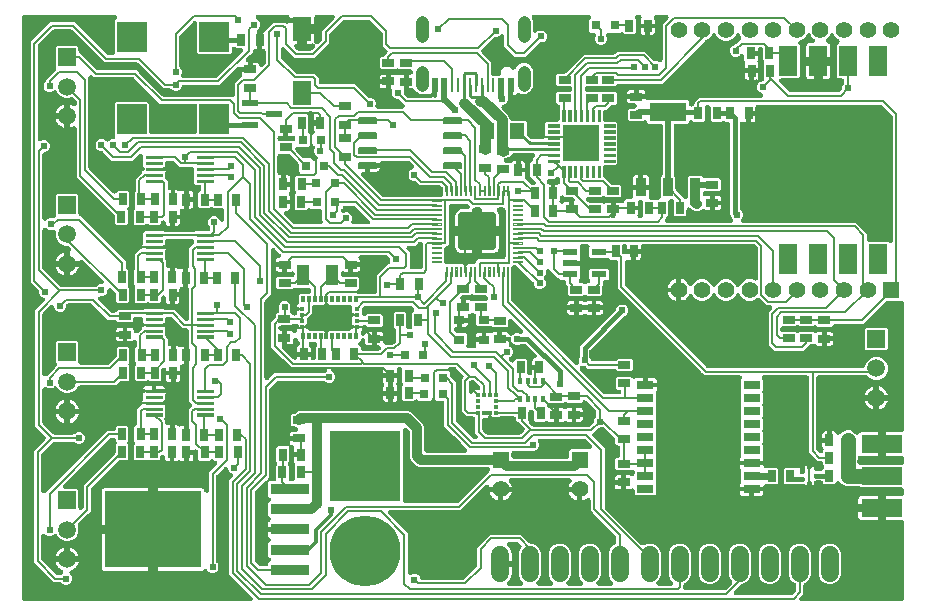
<source format=gbr>
G04 EAGLE Gerber RS-274X export*
G75*
%MOMM*%
%FSLAX34Y34*%
%LPD*%
%INTop Copper*%
%IPPOS*%
%AMOC8*
5,1,8,0,0,1.08239X$1,22.5*%
G01*
%ADD10R,0.299719X0.299719*%
%ADD11R,1.600000X2.000000*%
%ADD12R,2.500000X2.500000*%
%ADD13R,1.000000X0.650000*%
%ADD14R,0.650000X1.000000*%
%ADD15R,0.800000X0.800000*%
%ADD16R,1.508000X1.508000*%
%ADD17C,1.508000*%
%ADD18R,1.450000X0.685800*%
%ADD19R,0.350000X0.500000*%
%ADD20R,1.520000X2.540000*%
%ADD21R,3.500000X1.500000*%
%ADD22R,6.000000X6.000000*%
%ADD23C,6.000000*%
%ADD24R,1.200000X1.400000*%
%ADD25C,0.100000*%
%ADD26C,0.640000*%
%ADD27C,0.708000*%
%ADD28R,0.425000X0.325000*%
%ADD29R,0.250000X0.525000*%
%ADD30R,0.300000X0.525000*%
%ADD31R,0.425000X0.300000*%
%ADD32R,1.320800X0.558800*%
%ADD33C,0.065000*%
%ADD34R,3.150000X3.150000*%
%ADD35C,0.070000*%
%ADD36R,0.838200X1.600200*%
%ADD37R,3.098800X1.600200*%
%ADD38R,3.200400X0.914400*%
%ADD39R,8.153400X6.502400*%
%ADD40C,1.508000*%
%ADD41R,0.575000X1.150000*%
%ADD42R,0.275000X1.150000*%
%ADD43C,1.108000*%
%ADD44R,1.400000X1.400000*%
%ADD45C,1.400000*%
%ADD46R,0.900000X0.650000*%
%ADD47R,1.000000X1.800000*%
%ADD48R,1.408000X1.408000*%
%ADD49C,1.408000*%
%ADD50R,1.300000X0.550000*%
%ADD51C,0.145000*%
%ADD52C,0.606400*%
%ADD53C,0.200000*%
%ADD54C,4.316000*%
%ADD55C,0.304800*%
%ADD56C,0.406400*%
%ADD57C,0.254000*%
%ADD58C,0.900000*%
%ADD59C,0.508000*%
%ADD60C,0.812800*%
%ADD61C,0.609600*%
%ADD62C,1.270000*%

G36*
X746236Y1753D02*
X746236Y1753D01*
X746254Y1751D01*
X746436Y1772D01*
X746619Y1791D01*
X746636Y1796D01*
X746653Y1798D01*
X746828Y1855D01*
X747004Y1909D01*
X747019Y1917D01*
X747036Y1923D01*
X747196Y2013D01*
X747358Y2101D01*
X747371Y2112D01*
X747387Y2121D01*
X747526Y2241D01*
X747667Y2358D01*
X747678Y2372D01*
X747692Y2384D01*
X747804Y2529D01*
X747919Y2672D01*
X747927Y2688D01*
X747938Y2702D01*
X748020Y2867D01*
X748105Y3029D01*
X748110Y3046D01*
X748118Y3062D01*
X748165Y3241D01*
X748216Y3416D01*
X748218Y3434D01*
X748222Y3451D01*
X748249Y3782D01*
X748249Y68728D01*
X748247Y68746D01*
X748249Y68764D01*
X748228Y68946D01*
X748209Y69129D01*
X748204Y69146D01*
X748202Y69163D01*
X748145Y69338D01*
X748091Y69514D01*
X748083Y69529D01*
X748077Y69546D01*
X747987Y69706D01*
X747899Y69868D01*
X747888Y69881D01*
X747879Y69897D01*
X747759Y70036D01*
X747642Y70177D01*
X747628Y70188D01*
X747616Y70202D01*
X747471Y70314D01*
X747328Y70429D01*
X747312Y70437D01*
X747298Y70448D01*
X747133Y70530D01*
X746971Y70615D01*
X746954Y70620D01*
X746938Y70628D01*
X746759Y70675D01*
X746584Y70726D01*
X746566Y70728D01*
X746549Y70732D01*
X746218Y70759D01*
X733649Y70759D01*
X733649Y79082D01*
X733647Y79100D01*
X733649Y79117D01*
X733628Y79300D01*
X733609Y79482D01*
X733604Y79499D01*
X733602Y79517D01*
X733545Y79692D01*
X733491Y79867D01*
X733483Y79883D01*
X733477Y79900D01*
X733387Y80060D01*
X733299Y80221D01*
X733288Y80235D01*
X733279Y80251D01*
X733159Y80390D01*
X733042Y80531D01*
X733028Y80542D01*
X733016Y80555D01*
X732871Y80668D01*
X732728Y80783D01*
X732712Y80791D01*
X732698Y80802D01*
X732696Y80803D01*
X732758Y80837D01*
X732771Y80848D01*
X732787Y80857D01*
X732926Y80977D01*
X733067Y81095D01*
X733078Y81108D01*
X733092Y81120D01*
X733204Y81265D01*
X733319Y81408D01*
X733327Y81424D01*
X733338Y81438D01*
X733420Y81602D01*
X733505Y81766D01*
X733510Y81783D01*
X733518Y81799D01*
X733565Y81977D01*
X733616Y82152D01*
X733618Y82170D01*
X733622Y82187D01*
X733649Y82518D01*
X733649Y90841D01*
X746218Y90841D01*
X746236Y90843D01*
X746254Y90841D01*
X746436Y90862D01*
X746619Y90881D01*
X746636Y90886D01*
X746653Y90888D01*
X746828Y90945D01*
X747004Y90999D01*
X747019Y91007D01*
X747036Y91013D01*
X747196Y91103D01*
X747358Y91191D01*
X747371Y91202D01*
X747387Y91211D01*
X747526Y91331D01*
X747667Y91448D01*
X747678Y91462D01*
X747692Y91474D01*
X747804Y91619D01*
X747919Y91762D01*
X747927Y91778D01*
X747938Y91792D01*
X748020Y91957D01*
X748105Y92119D01*
X748110Y92136D01*
X748118Y92152D01*
X748165Y92331D01*
X748216Y92506D01*
X748218Y92524D01*
X748222Y92541D01*
X748249Y92872D01*
X748249Y96268D01*
X748247Y96286D01*
X748249Y96304D01*
X748228Y96486D01*
X748209Y96669D01*
X748204Y96686D01*
X748202Y96703D01*
X748145Y96878D01*
X748091Y97054D01*
X748083Y97069D01*
X748077Y97086D01*
X747987Y97246D01*
X747899Y97408D01*
X747888Y97421D01*
X747879Y97437D01*
X747759Y97576D01*
X747642Y97717D01*
X747628Y97728D01*
X747616Y97742D01*
X747471Y97854D01*
X747328Y97969D01*
X747312Y97977D01*
X747298Y97988D01*
X747133Y98070D01*
X746971Y98155D01*
X746954Y98160D01*
X746938Y98168D01*
X746759Y98215D01*
X746584Y98266D01*
X746566Y98268D01*
X746549Y98272D01*
X746218Y98299D01*
X711571Y98299D01*
X710916Y98954D01*
X710895Y98971D01*
X710878Y98992D01*
X710740Y99099D01*
X710605Y99209D01*
X710581Y99222D01*
X710560Y99238D01*
X710403Y99316D01*
X710249Y99398D01*
X710223Y99406D01*
X710199Y99418D01*
X710030Y99463D01*
X709863Y99513D01*
X709836Y99515D01*
X709811Y99522D01*
X709480Y99549D01*
X698989Y99549D01*
X695920Y100821D01*
X693868Y102872D01*
X693861Y102878D01*
X693856Y102885D01*
X693706Y103005D01*
X693557Y103127D01*
X693549Y103131D01*
X693542Y103137D01*
X693372Y103225D01*
X693201Y103316D01*
X693192Y103318D01*
X693185Y103322D01*
X693000Y103375D01*
X692815Y103430D01*
X692806Y103431D01*
X692798Y103434D01*
X692607Y103449D01*
X692414Y103467D01*
X692405Y103466D01*
X692396Y103467D01*
X692207Y103444D01*
X692014Y103423D01*
X692005Y103421D01*
X691997Y103420D01*
X691815Y103360D01*
X691630Y103302D01*
X691622Y103298D01*
X691614Y103295D01*
X691445Y103200D01*
X691278Y103107D01*
X691271Y103101D01*
X691263Y103097D01*
X691117Y102971D01*
X690971Y102847D01*
X690965Y102840D01*
X690958Y102834D01*
X690841Y102682D01*
X690721Y102531D01*
X690717Y102523D01*
X690712Y102516D01*
X690626Y102344D01*
X690578Y102248D01*
X689229Y100899D01*
X681071Y100899D01*
X679899Y102071D01*
X679899Y102136D01*
X679897Y102154D01*
X679899Y102172D01*
X679878Y102354D01*
X679859Y102537D01*
X679854Y102554D01*
X679852Y102571D01*
X679795Y102746D01*
X679741Y102922D01*
X679733Y102937D01*
X679727Y102954D01*
X679637Y103114D01*
X679549Y103276D01*
X679538Y103289D01*
X679529Y103305D01*
X679409Y103444D01*
X679292Y103585D01*
X679278Y103596D01*
X679266Y103610D01*
X679121Y103722D01*
X678978Y103837D01*
X678962Y103845D01*
X678948Y103856D01*
X678783Y103938D01*
X678621Y104023D01*
X678604Y104028D01*
X678588Y104036D01*
X678409Y104083D01*
X678234Y104134D01*
X678216Y104136D01*
X678199Y104140D01*
X677868Y104167D01*
X674222Y104167D01*
X674204Y104165D01*
X674186Y104167D01*
X674004Y104146D01*
X673821Y104127D01*
X673804Y104122D01*
X673787Y104120D01*
X673612Y104063D01*
X673436Y104009D01*
X673421Y104001D01*
X673404Y103995D01*
X673244Y103905D01*
X673082Y103817D01*
X673069Y103806D01*
X673053Y103797D01*
X672914Y103677D01*
X672773Y103560D01*
X672762Y103546D01*
X672748Y103534D01*
X672636Y103389D01*
X672521Y103246D01*
X672513Y103230D01*
X672502Y103216D01*
X672420Y103051D01*
X672335Y102889D01*
X672330Y102872D01*
X672322Y102856D01*
X672275Y102677D01*
X672224Y102502D01*
X672222Y102484D01*
X672218Y102467D01*
X672191Y102136D01*
X672191Y101365D01*
X672018Y100719D01*
X671683Y100140D01*
X671210Y99667D01*
X670631Y99332D01*
X670431Y99279D01*
X670431Y101748D01*
X670426Y101805D01*
X670428Y101862D01*
X670406Y102005D01*
X670391Y102149D01*
X670375Y102204D01*
X670366Y102260D01*
X670316Y102395D01*
X670273Y102534D01*
X670246Y102584D01*
X670226Y102638D01*
X670150Y102761D01*
X670082Y102888D01*
X670045Y102932D01*
X670015Y102981D01*
X669916Y103086D01*
X669824Y103197D01*
X669779Y103233D01*
X669740Y103275D01*
X669623Y103359D01*
X669510Y103449D01*
X669459Y103476D01*
X669413Y103509D01*
X669281Y103568D01*
X669153Y103635D01*
X669098Y103651D01*
X669045Y103674D01*
X668904Y103706D01*
X668766Y103746D01*
X668709Y103751D01*
X668653Y103764D01*
X668509Y103767D01*
X668365Y103779D01*
X668308Y103772D01*
X668250Y103774D01*
X668108Y103749D01*
X667965Y103732D01*
X667910Y103714D01*
X667854Y103704D01*
X667719Y103652D01*
X667582Y103607D01*
X667532Y103579D01*
X667479Y103558D01*
X667357Y103480D01*
X667231Y103409D01*
X667188Y103372D01*
X667140Y103341D01*
X666986Y103198D01*
X666927Y103146D01*
X666926Y103146D01*
X666915Y103131D01*
X666897Y103114D01*
X666789Y102969D01*
X666680Y102828D01*
X666670Y102808D01*
X666657Y102791D01*
X666580Y102628D01*
X666500Y102467D01*
X666495Y102446D01*
X666485Y102427D01*
X666442Y102252D01*
X666396Y102078D01*
X666394Y102054D01*
X666389Y102036D01*
X666386Y101956D01*
X666369Y101748D01*
X666369Y99279D01*
X666169Y99332D01*
X665590Y99667D01*
X665117Y100140D01*
X665038Y100277D01*
X664985Y100350D01*
X664946Y100420D01*
X664940Y100430D01*
X664868Y100514D01*
X664803Y100604D01*
X664736Y100666D01*
X664677Y100735D01*
X664589Y100802D01*
X664508Y100878D01*
X664431Y100926D01*
X664359Y100981D01*
X664260Y101031D01*
X664165Y101089D01*
X664080Y101120D01*
X663998Y101161D01*
X663891Y101189D01*
X663787Y101228D01*
X663698Y101242D01*
X663610Y101265D01*
X663472Y101276D01*
X663390Y101289D01*
X663342Y101287D01*
X663279Y101292D01*
X657263Y101292D01*
X657236Y101290D01*
X657210Y101292D01*
X657036Y101270D01*
X656862Y101252D01*
X656837Y101245D01*
X656810Y101241D01*
X656645Y101186D01*
X656478Y101134D01*
X656454Y101121D01*
X656429Y101113D01*
X656277Y101026D01*
X656124Y100942D01*
X656103Y100925D01*
X656080Y100912D01*
X656065Y100899D01*
X647871Y100899D01*
X646699Y102071D01*
X646699Y113729D01*
X647871Y114901D01*
X656029Y114901D01*
X656082Y114848D01*
X656096Y114836D01*
X656107Y114823D01*
X656251Y114709D01*
X656393Y114593D01*
X656409Y114584D01*
X656423Y114573D01*
X656586Y114490D01*
X656749Y114404D01*
X656766Y114399D01*
X656782Y114391D01*
X656959Y114342D01*
X657135Y114289D01*
X657153Y114288D01*
X657170Y114283D01*
X657353Y114269D01*
X657536Y114253D01*
X657554Y114255D01*
X657571Y114253D01*
X657754Y114276D01*
X657936Y114296D01*
X657953Y114302D01*
X657971Y114304D01*
X658145Y114362D01*
X658320Y114418D01*
X658336Y114426D01*
X658353Y114432D01*
X658512Y114524D01*
X658672Y114612D01*
X658686Y114624D01*
X658701Y114633D01*
X658776Y114696D01*
X659419Y115068D01*
X660065Y115241D01*
X660494Y115241D01*
X660494Y111389D01*
X660495Y111371D01*
X660494Y111353D01*
X660515Y111171D01*
X660533Y110988D01*
X660539Y110971D01*
X660541Y110954D01*
X660598Y110779D01*
X660652Y110603D01*
X660660Y110588D01*
X660666Y110571D01*
X660756Y110411D01*
X660843Y110249D01*
X660855Y110236D01*
X660864Y110220D01*
X660984Y110081D01*
X661101Y109940D01*
X661115Y109929D01*
X661127Y109915D01*
X661272Y109803D01*
X661415Y109688D01*
X661431Y109680D01*
X661445Y109669D01*
X661610Y109587D01*
X661772Y109502D01*
X661789Y109497D01*
X661805Y109489D01*
X661983Y109442D01*
X662159Y109391D01*
X662177Y109389D01*
X662194Y109385D01*
X662525Y109358D01*
X662543Y109359D01*
X662560Y109358D01*
X662561Y109358D01*
X662743Y109379D01*
X662926Y109398D01*
X662943Y109403D01*
X662961Y109405D01*
X663135Y109462D01*
X663311Y109516D01*
X663326Y109524D01*
X663343Y109530D01*
X663504Y109620D01*
X663665Y109708D01*
X663678Y109719D01*
X663694Y109728D01*
X663833Y109848D01*
X663974Y109965D01*
X663985Y109979D01*
X663999Y109991D01*
X664111Y110136D01*
X664226Y110279D01*
X664235Y110295D01*
X664245Y110309D01*
X664327Y110474D01*
X664412Y110636D01*
X664417Y110653D01*
X664425Y110669D01*
X664473Y110848D01*
X664523Y111023D01*
X664525Y111041D01*
X664529Y111058D01*
X664556Y111389D01*
X664556Y115641D01*
X664565Y115649D01*
X664641Y115699D01*
X664719Y115777D01*
X664804Y115848D01*
X664861Y115919D01*
X664926Y115984D01*
X665004Y116097D01*
X665057Y116162D01*
X665079Y116204D01*
X665115Y116256D01*
X665117Y116260D01*
X665590Y116733D01*
X666169Y117068D01*
X666369Y117121D01*
X666369Y115349D01*
X666381Y115226D01*
X666384Y115101D01*
X666401Y115025D01*
X666408Y114948D01*
X666445Y114830D01*
X666472Y114708D01*
X666508Y114625D01*
X666527Y114564D01*
X666527Y114563D01*
X666561Y114500D01*
X666602Y114403D01*
X666603Y114402D01*
X666665Y114308D01*
X666719Y114209D01*
X666775Y114141D01*
X666825Y114067D01*
X666904Y113986D01*
X666976Y113900D01*
X667046Y113844D01*
X667108Y113781D01*
X667202Y113718D01*
X667290Y113647D01*
X667369Y113606D01*
X667443Y113557D01*
X667547Y113514D01*
X667648Y113462D01*
X667733Y113437D01*
X667815Y113403D01*
X667926Y113382D01*
X668034Y113350D01*
X668123Y113343D01*
X668210Y113326D01*
X668323Y113327D01*
X668436Y113318D01*
X668524Y113328D01*
X668613Y113328D01*
X668723Y113351D01*
X668836Y113364D01*
X668920Y113392D01*
X669007Y113410D01*
X669111Y113454D01*
X669218Y113489D01*
X669296Y113533D01*
X669377Y113568D01*
X669471Y113632D01*
X669569Y113687D01*
X669636Y113745D01*
X669710Y113796D01*
X669788Y113877D01*
X669874Y113950D01*
X669928Y114021D01*
X669990Y114084D01*
X670051Y114179D01*
X670120Y114268D01*
X670160Y114348D01*
X670208Y114423D01*
X670249Y114528D01*
X670300Y114629D01*
X670323Y114715D01*
X670355Y114798D01*
X670375Y114909D01*
X670404Y115018D01*
X670413Y115123D01*
X670426Y115194D01*
X670424Y115259D01*
X670431Y115349D01*
X670431Y117121D01*
X670631Y117068D01*
X671210Y116733D01*
X671683Y116260D01*
X672018Y115681D01*
X672191Y115035D01*
X672191Y114264D01*
X672193Y114246D01*
X672191Y114228D01*
X672212Y114046D01*
X672231Y113863D01*
X672236Y113846D01*
X672238Y113829D01*
X672295Y113654D01*
X672349Y113478D01*
X672357Y113463D01*
X672363Y113446D01*
X672453Y113286D01*
X672541Y113124D01*
X672552Y113111D01*
X672561Y113095D01*
X672681Y112956D01*
X672798Y112815D01*
X672812Y112804D01*
X672824Y112790D01*
X672969Y112678D01*
X673112Y112563D01*
X673128Y112555D01*
X673142Y112544D01*
X673307Y112462D01*
X673469Y112377D01*
X673486Y112372D01*
X673502Y112364D01*
X673681Y112317D01*
X673856Y112266D01*
X673874Y112264D01*
X673891Y112260D01*
X674222Y112233D01*
X677868Y112233D01*
X677886Y112235D01*
X677904Y112233D01*
X678086Y112254D01*
X678269Y112273D01*
X678286Y112278D01*
X678303Y112280D01*
X678478Y112337D01*
X678654Y112391D01*
X678669Y112399D01*
X678686Y112405D01*
X678846Y112495D01*
X679008Y112583D01*
X679021Y112594D01*
X679037Y112603D01*
X679176Y112723D01*
X679317Y112840D01*
X679328Y112854D01*
X679342Y112866D01*
X679454Y113011D01*
X679569Y113154D01*
X679577Y113170D01*
X679588Y113184D01*
X679670Y113349D01*
X679755Y113511D01*
X679760Y113528D01*
X679768Y113544D01*
X679787Y113616D01*
X680434Y114264D01*
X680446Y114277D01*
X680459Y114289D01*
X680572Y114432D01*
X680689Y114575D01*
X680698Y114591D01*
X680709Y114605D01*
X680792Y114769D01*
X680878Y114931D01*
X680883Y114948D01*
X680891Y114964D01*
X680940Y115141D01*
X680993Y115317D01*
X680994Y115335D01*
X680999Y115352D01*
X681012Y115534D01*
X681029Y115718D01*
X681027Y115736D01*
X681028Y115753D01*
X681006Y115935D01*
X680986Y116118D01*
X680980Y116135D01*
X680978Y116153D01*
X680920Y116326D01*
X680864Y116502D01*
X680856Y116518D01*
X680850Y116534D01*
X680758Y116693D01*
X680669Y116854D01*
X680658Y116868D01*
X680649Y116883D01*
X680434Y117136D01*
X680099Y117471D01*
X680099Y118268D01*
X680097Y118286D01*
X680099Y118304D01*
X680078Y118486D01*
X680059Y118669D01*
X680054Y118686D01*
X680052Y118703D01*
X679995Y118878D01*
X679941Y119054D01*
X679933Y119069D01*
X679927Y119086D01*
X679837Y119246D01*
X679749Y119408D01*
X679738Y119421D01*
X679729Y119437D01*
X679610Y119575D01*
X679492Y119717D01*
X679478Y119728D01*
X679466Y119742D01*
X679321Y119854D01*
X679178Y119969D01*
X679162Y119977D01*
X679148Y119988D01*
X678983Y120070D01*
X678821Y120155D01*
X678804Y120160D01*
X678788Y120168D01*
X678609Y120215D01*
X678434Y120266D01*
X678416Y120268D01*
X678399Y120272D01*
X678068Y120299D01*
X675457Y120299D01*
X667999Y127757D01*
X667999Y190968D01*
X667997Y190986D01*
X667999Y191004D01*
X667978Y191186D01*
X667959Y191369D01*
X667954Y191386D01*
X667952Y191403D01*
X667895Y191578D01*
X667841Y191754D01*
X667833Y191769D01*
X667827Y191786D01*
X667737Y191946D01*
X667649Y192108D01*
X667638Y192121D01*
X667629Y192137D01*
X667509Y192276D01*
X667392Y192417D01*
X667378Y192428D01*
X667366Y192442D01*
X667221Y192554D01*
X667078Y192669D01*
X667062Y192677D01*
X667048Y192688D01*
X666883Y192770D01*
X666721Y192855D01*
X666704Y192860D01*
X666688Y192868D01*
X666509Y192915D01*
X666334Y192966D01*
X666316Y192968D01*
X666299Y192972D01*
X665968Y192999D01*
X629913Y192999D01*
X629904Y192998D01*
X629895Y192999D01*
X629703Y192978D01*
X629512Y192959D01*
X629504Y192957D01*
X629495Y192956D01*
X629313Y192898D01*
X629128Y192841D01*
X629120Y192837D01*
X629111Y192834D01*
X628943Y192741D01*
X628773Y192649D01*
X628767Y192644D01*
X628759Y192639D01*
X628611Y192514D01*
X628464Y192392D01*
X628459Y192385D01*
X628452Y192379D01*
X628332Y192227D01*
X628212Y192078D01*
X628208Y192070D01*
X628202Y192063D01*
X628114Y191890D01*
X628026Y191721D01*
X628024Y191712D01*
X628020Y191704D01*
X627968Y191519D01*
X627915Y191334D01*
X627914Y191325D01*
X627912Y191316D01*
X627898Y191124D01*
X627882Y190932D01*
X627883Y190924D01*
X627882Y190915D01*
X627907Y190724D01*
X627929Y190533D01*
X627932Y190524D01*
X627933Y190515D01*
X627994Y190334D01*
X628054Y190150D01*
X628058Y190142D01*
X628061Y190134D01*
X628158Y189965D01*
X628252Y189799D01*
X628258Y189792D01*
X628262Y189785D01*
X628477Y189532D01*
X628851Y189158D01*
X628851Y180599D01*
X628790Y180525D01*
X628781Y180509D01*
X628770Y180495D01*
X628687Y180331D01*
X628601Y180169D01*
X628596Y180152D01*
X628588Y180136D01*
X628538Y179959D01*
X628486Y179783D01*
X628485Y179765D01*
X628480Y179748D01*
X628467Y179565D01*
X628450Y179382D01*
X628452Y179364D01*
X628451Y179347D01*
X628473Y179165D01*
X628493Y178982D01*
X628499Y178965D01*
X628501Y178947D01*
X628559Y178774D01*
X628615Y178598D01*
X628623Y178582D01*
X628629Y178565D01*
X628721Y178406D01*
X628810Y178246D01*
X628821Y178232D01*
X628830Y178217D01*
X628851Y178192D01*
X628851Y169599D01*
X628790Y169525D01*
X628781Y169509D01*
X628770Y169495D01*
X628687Y169331D01*
X628601Y169169D01*
X628596Y169152D01*
X628588Y169136D01*
X628538Y168959D01*
X628486Y168783D01*
X628485Y168765D01*
X628480Y168748D01*
X628467Y168565D01*
X628450Y168382D01*
X628452Y168364D01*
X628451Y168347D01*
X628473Y168165D01*
X628493Y167982D01*
X628499Y167965D01*
X628501Y167947D01*
X628559Y167774D01*
X628615Y167598D01*
X628624Y167582D01*
X628629Y167565D01*
X628721Y167406D01*
X628810Y167246D01*
X628821Y167232D01*
X628830Y167217D01*
X628851Y167192D01*
X628851Y158599D01*
X628790Y158525D01*
X628781Y158509D01*
X628770Y158495D01*
X628687Y158331D01*
X628601Y158169D01*
X628596Y158152D01*
X628588Y158136D01*
X628538Y157959D01*
X628486Y157783D01*
X628485Y157765D01*
X628480Y157748D01*
X628467Y157565D01*
X628450Y157382D01*
X628452Y157364D01*
X628451Y157347D01*
X628474Y157164D01*
X628493Y156982D01*
X628499Y156965D01*
X628501Y156947D01*
X628559Y156774D01*
X628615Y156598D01*
X628623Y156582D01*
X628629Y156565D01*
X628721Y156406D01*
X628810Y156246D01*
X628821Y156232D01*
X628830Y156217D01*
X628851Y156192D01*
X628851Y147599D01*
X628790Y147525D01*
X628781Y147509D01*
X628770Y147495D01*
X628687Y147331D01*
X628601Y147169D01*
X628596Y147152D01*
X628588Y147136D01*
X628538Y146959D01*
X628486Y146783D01*
X628485Y146765D01*
X628480Y146748D01*
X628467Y146565D01*
X628450Y146382D01*
X628452Y146364D01*
X628451Y146347D01*
X628473Y146165D01*
X628493Y145982D01*
X628499Y145965D01*
X628501Y145947D01*
X628559Y145774D01*
X628615Y145598D01*
X628623Y145582D01*
X628629Y145565D01*
X628721Y145406D01*
X628810Y145246D01*
X628821Y145232D01*
X628830Y145217D01*
X628851Y145192D01*
X628851Y136599D01*
X628790Y136525D01*
X628781Y136509D01*
X628770Y136495D01*
X628687Y136331D01*
X628601Y136169D01*
X628596Y136152D01*
X628588Y136136D01*
X628538Y135959D01*
X628486Y135783D01*
X628485Y135765D01*
X628480Y135748D01*
X628467Y135565D01*
X628450Y135382D01*
X628452Y135364D01*
X628451Y135347D01*
X628473Y135165D01*
X628493Y134982D01*
X628499Y134965D01*
X628501Y134947D01*
X628559Y134774D01*
X628615Y134598D01*
X628623Y134582D01*
X628629Y134565D01*
X628721Y134406D01*
X628810Y134246D01*
X628821Y134232D01*
X628830Y134217D01*
X628851Y134192D01*
X628851Y125331D01*
X628844Y125307D01*
X628793Y125161D01*
X628786Y125115D01*
X628773Y125070D01*
X628759Y124916D01*
X628738Y124762D01*
X628741Y124716D01*
X628737Y124669D01*
X628753Y124515D01*
X628763Y124360D01*
X628775Y124315D01*
X628780Y124269D01*
X628827Y124121D01*
X628867Y123971D01*
X628889Y123924D01*
X628902Y123885D01*
X628943Y123810D01*
X629009Y123671D01*
X629218Y123310D01*
X629391Y122664D01*
X629391Y120931D01*
X619600Y120931D01*
X609809Y120931D01*
X609809Y122664D01*
X609982Y123310D01*
X610191Y123671D01*
X610255Y123813D01*
X610325Y123951D01*
X610338Y123996D01*
X610357Y124038D01*
X610392Y124190D01*
X610433Y124339D01*
X610437Y124385D01*
X610447Y124431D01*
X610451Y124586D01*
X610463Y124740D01*
X610457Y124786D01*
X610458Y124833D01*
X610432Y124986D01*
X610412Y125140D01*
X610397Y125184D01*
X610389Y125230D01*
X610349Y125333D01*
X610349Y134201D01*
X610410Y134275D01*
X610419Y134291D01*
X610430Y134305D01*
X610513Y134469D01*
X610599Y134631D01*
X610604Y134648D01*
X610612Y134664D01*
X610662Y134842D01*
X610714Y135017D01*
X610715Y135034D01*
X610720Y135052D01*
X610734Y135235D01*
X610750Y135418D01*
X610748Y135435D01*
X610749Y135453D01*
X610726Y135636D01*
X610707Y135818D01*
X610701Y135835D01*
X610699Y135853D01*
X610641Y136026D01*
X610585Y136202D01*
X610577Y136218D01*
X610571Y136234D01*
X610479Y136393D01*
X610390Y136554D01*
X610379Y136568D01*
X610370Y136583D01*
X610349Y136608D01*
X610349Y145201D01*
X610410Y145275D01*
X610419Y145291D01*
X610430Y145305D01*
X610513Y145469D01*
X610599Y145631D01*
X610604Y145648D01*
X610612Y145664D01*
X610662Y145842D01*
X610714Y146017D01*
X610715Y146034D01*
X610720Y146052D01*
X610734Y146235D01*
X610750Y146418D01*
X610748Y146435D01*
X610749Y146453D01*
X610726Y146636D01*
X610707Y146818D01*
X610701Y146835D01*
X610699Y146853D01*
X610641Y147026D01*
X610585Y147202D01*
X610577Y147218D01*
X610571Y147234D01*
X610479Y147393D01*
X610390Y147554D01*
X610379Y147568D01*
X610370Y147583D01*
X610349Y147608D01*
X610349Y156201D01*
X610410Y156275D01*
X610419Y156291D01*
X610430Y156305D01*
X610513Y156469D01*
X610599Y156631D01*
X610604Y156648D01*
X610612Y156664D01*
X610662Y156842D01*
X610714Y157017D01*
X610715Y157034D01*
X610720Y157052D01*
X610734Y157235D01*
X610750Y157418D01*
X610748Y157435D01*
X610749Y157453D01*
X610726Y157636D01*
X610707Y157818D01*
X610701Y157835D01*
X610699Y157853D01*
X610641Y158026D01*
X610585Y158202D01*
X610577Y158218D01*
X610571Y158234D01*
X610479Y158393D01*
X610390Y158554D01*
X610379Y158568D01*
X610370Y158583D01*
X610349Y158608D01*
X610349Y167201D01*
X610410Y167275D01*
X610419Y167291D01*
X610430Y167305D01*
X610513Y167469D01*
X610599Y167631D01*
X610604Y167648D01*
X610612Y167664D01*
X610662Y167842D01*
X610714Y168017D01*
X610715Y168034D01*
X610720Y168052D01*
X610734Y168235D01*
X610750Y168418D01*
X610748Y168435D01*
X610749Y168453D01*
X610726Y168636D01*
X610707Y168818D01*
X610701Y168835D01*
X610699Y168853D01*
X610641Y169026D01*
X610585Y169202D01*
X610577Y169218D01*
X610571Y169234D01*
X610480Y169393D01*
X610390Y169554D01*
X610379Y169568D01*
X610370Y169583D01*
X610349Y169608D01*
X610349Y178201D01*
X610410Y178275D01*
X610419Y178291D01*
X610430Y178305D01*
X610513Y178468D01*
X610599Y178631D01*
X610604Y178648D01*
X610612Y178664D01*
X610662Y178842D01*
X610714Y179017D01*
X610715Y179034D01*
X610720Y179052D01*
X610734Y179235D01*
X610750Y179418D01*
X610748Y179435D01*
X610749Y179453D01*
X610726Y179636D01*
X610707Y179818D01*
X610701Y179835D01*
X610699Y179853D01*
X610641Y180026D01*
X610585Y180202D01*
X610577Y180218D01*
X610571Y180234D01*
X610479Y180393D01*
X610390Y180554D01*
X610379Y180568D01*
X610370Y180583D01*
X610349Y180608D01*
X610349Y189158D01*
X610723Y189532D01*
X610729Y189539D01*
X610736Y189544D01*
X610855Y189693D01*
X610978Y189843D01*
X610983Y189851D01*
X610988Y189858D01*
X611076Y190028D01*
X611167Y190199D01*
X611170Y190208D01*
X611174Y190215D01*
X611227Y190400D01*
X611282Y190585D01*
X611283Y190594D01*
X611285Y190602D01*
X611300Y190790D01*
X611318Y190986D01*
X611317Y190995D01*
X611318Y191004D01*
X611296Y191192D01*
X611275Y191386D01*
X611272Y191395D01*
X611271Y191403D01*
X611211Y191586D01*
X611153Y191770D01*
X611149Y191778D01*
X611146Y191786D01*
X611052Y191954D01*
X610958Y192122D01*
X610953Y192129D01*
X610948Y192137D01*
X610822Y192283D01*
X610698Y192429D01*
X610691Y192435D01*
X610685Y192442D01*
X610532Y192560D01*
X610382Y192679D01*
X610374Y192683D01*
X610367Y192688D01*
X610195Y192774D01*
X610023Y192861D01*
X610014Y192864D01*
X610006Y192868D01*
X609821Y192917D01*
X609635Y192969D01*
X609626Y192970D01*
X609618Y192972D01*
X609287Y192999D01*
X580007Y192999D01*
X577655Y195352D01*
X577654Y195352D01*
X508602Y264404D01*
X506249Y266757D01*
X506249Y288968D01*
X506247Y288986D01*
X506249Y289004D01*
X506228Y289186D01*
X506209Y289369D01*
X506204Y289386D01*
X506202Y289403D01*
X506145Y289578D01*
X506091Y289754D01*
X506083Y289769D01*
X506077Y289786D01*
X505987Y289946D01*
X505899Y290108D01*
X505888Y290121D01*
X505879Y290137D01*
X505759Y290276D01*
X505642Y290417D01*
X505628Y290428D01*
X505616Y290442D01*
X505471Y290554D01*
X505328Y290669D01*
X505312Y290677D01*
X505298Y290688D01*
X505133Y290770D01*
X504971Y290855D01*
X504954Y290860D01*
X504938Y290868D01*
X504759Y290915D01*
X504584Y290966D01*
X504566Y290968D01*
X504549Y290972D01*
X504218Y290999D01*
X500171Y290999D01*
X499016Y292154D01*
X498995Y292171D01*
X498978Y292192D01*
X498840Y292298D01*
X498705Y292409D01*
X498681Y292422D01*
X498660Y292438D01*
X498503Y292516D01*
X498349Y292598D01*
X498323Y292606D01*
X498299Y292618D01*
X498130Y292663D01*
X497963Y292713D01*
X497936Y292715D01*
X497911Y292722D01*
X497580Y292749D01*
X483171Y292749D01*
X481999Y293921D01*
X481999Y301216D01*
X482005Y301228D01*
X482096Y301399D01*
X482099Y301407D01*
X482103Y301415D01*
X482156Y301600D01*
X482211Y301785D01*
X482212Y301794D01*
X482214Y301802D01*
X482230Y301994D01*
X482247Y302186D01*
X482246Y302195D01*
X482247Y302204D01*
X482225Y302394D01*
X482204Y302586D01*
X482201Y302594D01*
X482200Y302603D01*
X482141Y302785D01*
X482082Y302970D01*
X482078Y302978D01*
X482075Y302986D01*
X481981Y303154D01*
X481887Y303322D01*
X481882Y303329D01*
X481877Y303337D01*
X481752Y303482D01*
X481627Y303629D01*
X481620Y303635D01*
X481614Y303642D01*
X481463Y303758D01*
X481311Y303879D01*
X481303Y303883D01*
X481296Y303888D01*
X481124Y303974D01*
X480952Y304061D01*
X480944Y304064D01*
X480935Y304068D01*
X480748Y304118D01*
X480564Y304169D01*
X480555Y304170D01*
X480547Y304172D01*
X480216Y304199D01*
X475784Y304199D01*
X475775Y304198D01*
X475766Y304199D01*
X475575Y304178D01*
X475383Y304159D01*
X475375Y304157D01*
X475366Y304156D01*
X475182Y304098D01*
X474999Y304041D01*
X474991Y304037D01*
X474982Y304034D01*
X474813Y303941D01*
X474644Y303849D01*
X474638Y303844D01*
X474630Y303839D01*
X474482Y303714D01*
X474335Y303592D01*
X474330Y303585D01*
X474323Y303579D01*
X474203Y303427D01*
X474083Y303278D01*
X474079Y303270D01*
X474073Y303263D01*
X473986Y303091D01*
X473897Y302921D01*
X473895Y302912D01*
X473891Y302904D01*
X473839Y302718D01*
X473786Y302534D01*
X473785Y302525D01*
X473783Y302516D01*
X473769Y302326D01*
X473753Y302132D01*
X473754Y302123D01*
X473754Y302115D01*
X473778Y301924D01*
X473800Y301733D01*
X473803Y301724D01*
X473804Y301715D01*
X473865Y301532D01*
X473925Y301350D01*
X473929Y301342D01*
X473932Y301333D01*
X474001Y301214D01*
X474001Y293509D01*
X473995Y293492D01*
X473988Y293446D01*
X473975Y293402D01*
X473961Y293247D01*
X473940Y293093D01*
X473943Y293047D01*
X473939Y293001D01*
X473955Y292846D01*
X473965Y292691D01*
X473977Y292646D01*
X473982Y292600D01*
X474029Y292452D01*
X474069Y292302D01*
X474091Y292255D01*
X474103Y292216D01*
X474145Y292141D01*
X474211Y292002D01*
X474368Y291731D01*
X474541Y291085D01*
X474541Y290031D01*
X465500Y290031D01*
X465483Y290030D01*
X465465Y290031D01*
X465282Y290010D01*
X465100Y289991D01*
X465083Y289986D01*
X465065Y289984D01*
X464890Y289927D01*
X464715Y289873D01*
X464699Y289865D01*
X464682Y289859D01*
X464522Y289769D01*
X464361Y289682D01*
X464347Y289670D01*
X464332Y289661D01*
X464192Y289541D01*
X464052Y289424D01*
X464040Y289410D01*
X464027Y289398D01*
X463914Y289253D01*
X463799Y289110D01*
X463791Y289094D01*
X463780Y289080D01*
X463698Y288915D01*
X463614Y288753D01*
X463609Y288736D01*
X463601Y288720D01*
X463553Y288542D01*
X463502Y288366D01*
X463501Y288348D01*
X463496Y288331D01*
X463469Y288000D01*
X463471Y287982D01*
X463469Y287965D01*
X463469Y287964D01*
X463491Y287781D01*
X463509Y287599D01*
X463514Y287582D01*
X463516Y287564D01*
X463573Y287390D01*
X463627Y287214D01*
X463636Y287199D01*
X463641Y287182D01*
X463732Y287021D01*
X463819Y286860D01*
X463830Y286847D01*
X463839Y286831D01*
X463959Y286692D01*
X464077Y286551D01*
X464091Y286540D01*
X464102Y286526D01*
X464247Y286414D01*
X464390Y286299D01*
X464406Y286290D01*
X464420Y286280D01*
X464585Y286198D01*
X464748Y286113D01*
X464765Y286108D01*
X464781Y286100D01*
X464959Y286052D01*
X465135Y286002D01*
X465152Y286000D01*
X465170Y285996D01*
X465500Y285969D01*
X474541Y285969D01*
X474541Y284915D01*
X474368Y284269D01*
X474211Y283998D01*
X474147Y283856D01*
X474077Y283718D01*
X474064Y283673D01*
X474045Y283631D01*
X474010Y283480D01*
X473969Y283330D01*
X473965Y283284D01*
X473955Y283239D01*
X473951Y283083D01*
X473939Y282928D01*
X473945Y282882D01*
X473944Y282836D01*
X473970Y282683D01*
X473990Y282529D01*
X474001Y282497D01*
X474001Y274921D01*
X473548Y274468D01*
X473542Y274461D01*
X473535Y274456D01*
X473416Y274307D01*
X473293Y274157D01*
X473288Y274149D01*
X473283Y274142D01*
X473195Y273972D01*
X473104Y273801D01*
X473101Y273792D01*
X473097Y273785D01*
X473044Y273600D01*
X472989Y273415D01*
X472988Y273406D01*
X472986Y273398D01*
X472970Y273207D01*
X472953Y273014D01*
X472954Y273005D01*
X472953Y272996D01*
X472975Y272807D01*
X472996Y272614D01*
X472999Y272605D01*
X473000Y272597D01*
X473060Y272414D01*
X473118Y272230D01*
X473122Y272222D01*
X473125Y272214D01*
X473219Y272047D01*
X473313Y271878D01*
X473318Y271871D01*
X473323Y271863D01*
X473448Y271718D01*
X473573Y271571D01*
X473580Y271565D01*
X473586Y271558D01*
X473738Y271441D01*
X473889Y271321D01*
X473897Y271317D01*
X473904Y271312D01*
X474076Y271226D01*
X474248Y271139D01*
X474257Y271136D01*
X474265Y271132D01*
X474450Y271083D01*
X474636Y271031D01*
X474645Y271030D01*
X474653Y271028D01*
X474984Y271001D01*
X476829Y271001D01*
X477064Y270766D01*
X477078Y270754D01*
X477089Y270741D01*
X477233Y270627D01*
X477375Y270511D01*
X477391Y270502D01*
X477405Y270491D01*
X477569Y270408D01*
X477731Y270322D01*
X477748Y270317D01*
X477764Y270309D01*
X477941Y270260D01*
X478117Y270207D01*
X478135Y270206D01*
X478152Y270201D01*
X478335Y270188D01*
X478518Y270171D01*
X478536Y270173D01*
X478553Y270172D01*
X478735Y270194D01*
X478918Y270214D01*
X478935Y270220D01*
X478953Y270222D01*
X479126Y270280D01*
X479302Y270336D01*
X479318Y270344D01*
X479334Y270350D01*
X479494Y270442D01*
X479654Y270531D01*
X479668Y270542D01*
X479683Y270551D01*
X479936Y270766D01*
X480171Y271001D01*
X481016Y271001D01*
X481025Y271002D01*
X481034Y271001D01*
X481226Y271022D01*
X481417Y271041D01*
X481425Y271043D01*
X481434Y271044D01*
X481616Y271102D01*
X481801Y271159D01*
X481809Y271163D01*
X481818Y271166D01*
X481986Y271259D01*
X482156Y271351D01*
X482162Y271356D01*
X482170Y271361D01*
X482318Y271486D01*
X482465Y271608D01*
X482470Y271615D01*
X482477Y271621D01*
X482596Y271772D01*
X482717Y271922D01*
X482721Y271930D01*
X482727Y271937D01*
X482814Y272108D01*
X482903Y272279D01*
X482905Y272288D01*
X482909Y272296D01*
X482961Y272481D01*
X483014Y272666D01*
X483015Y272675D01*
X483017Y272684D01*
X483031Y272876D01*
X483047Y273068D01*
X483046Y273076D01*
X483047Y273085D01*
X483023Y273274D01*
X483000Y273467D01*
X482997Y273476D01*
X482996Y273485D01*
X482935Y273666D01*
X482875Y273850D01*
X482871Y273858D01*
X482868Y273866D01*
X482773Y274032D01*
X482677Y274201D01*
X482671Y274208D01*
X482667Y274215D01*
X482452Y274468D01*
X481999Y274921D01*
X481999Y282079D01*
X483171Y283251D01*
X497829Y283251D01*
X499001Y282079D01*
X499001Y274921D01*
X497829Y273749D01*
X495532Y273749D01*
X495514Y273747D01*
X495496Y273749D01*
X495314Y273728D01*
X495131Y273709D01*
X495114Y273704D01*
X495097Y273702D01*
X494922Y273645D01*
X494746Y273591D01*
X494731Y273583D01*
X494714Y273577D01*
X494554Y273487D01*
X494392Y273399D01*
X494379Y273388D01*
X494363Y273379D01*
X494224Y273259D01*
X494083Y273142D01*
X494072Y273128D01*
X494058Y273116D01*
X493946Y272971D01*
X493831Y272828D01*
X493823Y272812D01*
X493812Y272798D01*
X493730Y272633D01*
X493645Y272471D01*
X493640Y272454D01*
X493632Y272438D01*
X493585Y272259D01*
X493534Y272084D01*
X493532Y272066D01*
X493528Y272049D01*
X493501Y271718D01*
X493501Y268989D01*
X493451Y268926D01*
X493341Y268790D01*
X493328Y268767D01*
X493312Y268746D01*
X493234Y268589D01*
X493152Y268435D01*
X493144Y268409D01*
X493132Y268385D01*
X493087Y268216D01*
X493037Y268049D01*
X493035Y268022D01*
X493028Y267996D01*
X493001Y267666D01*
X493001Y261671D01*
X491829Y260499D01*
X480171Y260499D01*
X479936Y260734D01*
X479923Y260746D01*
X479911Y260759D01*
X479767Y260873D01*
X479625Y260989D01*
X479609Y260998D01*
X479595Y261009D01*
X479432Y261092D01*
X479269Y261178D01*
X479252Y261183D01*
X479236Y261191D01*
X479059Y261240D01*
X478883Y261293D01*
X478865Y261294D01*
X478848Y261299D01*
X478665Y261312D01*
X478482Y261329D01*
X478464Y261327D01*
X478447Y261328D01*
X478265Y261306D01*
X478082Y261286D01*
X478065Y261280D01*
X478047Y261278D01*
X477873Y261220D01*
X477698Y261164D01*
X477683Y261156D01*
X477666Y261150D01*
X477506Y261058D01*
X477346Y260969D01*
X477332Y260958D01*
X477317Y260949D01*
X477064Y260734D01*
X476829Y260499D01*
X465171Y260499D01*
X463999Y261671D01*
X463999Y267666D01*
X463997Y267692D01*
X463999Y267719D01*
X463977Y267893D01*
X463959Y268066D01*
X463952Y268092D01*
X463948Y268118D01*
X463893Y268284D01*
X463841Y268451D01*
X463828Y268475D01*
X463820Y268500D01*
X463733Y268652D01*
X463649Y268805D01*
X463632Y268826D01*
X463619Y268849D01*
X463404Y269102D01*
X462499Y270007D01*
X462499Y271718D01*
X462497Y271736D01*
X462499Y271754D01*
X462478Y271936D01*
X462459Y272119D01*
X462454Y272136D01*
X462452Y272153D01*
X462395Y272328D01*
X462341Y272504D01*
X462333Y272519D01*
X462327Y272536D01*
X462237Y272696D01*
X462149Y272858D01*
X462138Y272871D01*
X462129Y272887D01*
X462009Y273026D01*
X461892Y273167D01*
X461878Y273178D01*
X461866Y273192D01*
X461721Y273304D01*
X461578Y273419D01*
X461562Y273427D01*
X461548Y273438D01*
X461383Y273520D01*
X461221Y273605D01*
X461204Y273610D01*
X461188Y273618D01*
X461009Y273665D01*
X460834Y273716D01*
X460816Y273718D01*
X460799Y273722D01*
X460468Y273749D01*
X458171Y273749D01*
X457016Y274904D01*
X456996Y274921D01*
X456978Y274942D01*
X456840Y275049D01*
X456705Y275159D01*
X456681Y275172D01*
X456660Y275188D01*
X456503Y275266D01*
X456349Y275348D01*
X456323Y275356D01*
X456299Y275368D01*
X456130Y275413D01*
X455963Y275463D01*
X455936Y275465D01*
X455911Y275472D01*
X455580Y275499D01*
X455257Y275499D01*
X448500Y282256D01*
X448493Y282262D01*
X448488Y282269D01*
X448338Y282389D01*
X448189Y282511D01*
X448181Y282515D01*
X448174Y282521D01*
X448004Y282609D01*
X447833Y282700D01*
X447824Y282702D01*
X447817Y282706D01*
X447632Y282760D01*
X447447Y282815D01*
X447438Y282815D01*
X447430Y282818D01*
X447238Y282833D01*
X447046Y282851D01*
X447037Y282850D01*
X447028Y282851D01*
X446839Y282828D01*
X446646Y282808D01*
X446637Y282805D01*
X446629Y282804D01*
X446446Y282744D01*
X446262Y282686D01*
X446254Y282682D01*
X446246Y282679D01*
X446077Y282584D01*
X445910Y282491D01*
X445903Y282485D01*
X445895Y282481D01*
X445749Y282355D01*
X445603Y282231D01*
X445597Y282224D01*
X445590Y282218D01*
X445473Y282066D01*
X445353Y281915D01*
X445349Y281907D01*
X445344Y281900D01*
X445258Y281728D01*
X445171Y281556D01*
X445168Y281547D01*
X445164Y281539D01*
X445114Y281353D01*
X445063Y281168D01*
X445062Y281159D01*
X445060Y281150D01*
X445033Y280820D01*
X445033Y278999D01*
X444267Y277149D01*
X444054Y276936D01*
X444042Y276922D01*
X444029Y276911D01*
X443915Y276767D01*
X443799Y276625D01*
X443790Y276609D01*
X443779Y276595D01*
X443696Y276431D01*
X443610Y276269D01*
X443605Y276252D01*
X443597Y276236D01*
X443547Y276059D01*
X443495Y275883D01*
X443494Y275865D01*
X443489Y275848D01*
X443475Y275665D01*
X443459Y275482D01*
X443461Y275464D01*
X443459Y275447D01*
X443482Y275265D01*
X443502Y275082D01*
X443508Y275065D01*
X443510Y275047D01*
X443568Y274874D01*
X443624Y274698D01*
X443632Y274682D01*
X443638Y274666D01*
X443730Y274505D01*
X443819Y274346D01*
X443830Y274332D01*
X443839Y274317D01*
X444054Y274064D01*
X444267Y273851D01*
X445033Y272001D01*
X445033Y269999D01*
X444267Y268149D01*
X442851Y266733D01*
X441001Y265967D01*
X438999Y265967D01*
X437149Y266733D01*
X435733Y268149D01*
X434967Y269999D01*
X434967Y270948D01*
X434965Y270974D01*
X434967Y271001D01*
X434945Y271175D01*
X434927Y271348D01*
X434920Y271374D01*
X434916Y271400D01*
X434861Y271566D01*
X434809Y271733D01*
X434796Y271757D01*
X434788Y271782D01*
X434701Y271934D01*
X434617Y272087D01*
X434600Y272108D01*
X434587Y272131D01*
X434372Y272384D01*
X421152Y285604D01*
X421131Y285621D01*
X421114Y285642D01*
X420976Y285749D01*
X420840Y285859D01*
X420817Y285872D01*
X420796Y285888D01*
X420639Y285966D01*
X420485Y286048D01*
X420459Y286056D01*
X420435Y286068D01*
X420266Y286113D01*
X420099Y286163D01*
X420072Y286165D01*
X420046Y286172D01*
X419716Y286199D01*
X418132Y286199D01*
X418114Y286197D01*
X418096Y286199D01*
X417914Y286178D01*
X417731Y286159D01*
X417714Y286154D01*
X417697Y286152D01*
X417522Y286095D01*
X417346Y286041D01*
X417331Y286033D01*
X417314Y286027D01*
X417154Y285937D01*
X416992Y285849D01*
X416979Y285838D01*
X416963Y285829D01*
X416824Y285709D01*
X416683Y285592D01*
X416672Y285578D01*
X416658Y285566D01*
X416546Y285421D01*
X416431Y285278D01*
X416423Y285262D01*
X416412Y285248D01*
X416330Y285083D01*
X416245Y284921D01*
X416240Y284904D01*
X416232Y284888D01*
X416185Y284709D01*
X416134Y284534D01*
X416132Y284516D01*
X416128Y284499D01*
X416101Y284168D01*
X416101Y256909D01*
X416103Y256883D01*
X416101Y256856D01*
X416123Y256682D01*
X416141Y256509D01*
X416148Y256483D01*
X416152Y256457D01*
X416207Y256291D01*
X416259Y256124D01*
X416272Y256100D01*
X416280Y256075D01*
X416367Y255923D01*
X416451Y255770D01*
X416468Y255749D01*
X416481Y255726D01*
X416696Y255473D01*
X469846Y202323D01*
X469849Y202320D01*
X469852Y202316D01*
X470006Y202192D01*
X470157Y202068D01*
X470161Y202066D01*
X470165Y202063D01*
X470343Y201969D01*
X470513Y201879D01*
X470517Y201878D01*
X470521Y201876D01*
X470712Y201820D01*
X470899Y201764D01*
X470904Y201764D01*
X470908Y201763D01*
X471100Y201746D01*
X471300Y201728D01*
X471305Y201728D01*
X471309Y201728D01*
X471499Y201749D01*
X471700Y201771D01*
X471705Y201773D01*
X471709Y201773D01*
X471892Y201832D01*
X472084Y201893D01*
X472088Y201895D01*
X472092Y201896D01*
X472263Y201991D01*
X472436Y202088D01*
X472440Y202090D01*
X472444Y202093D01*
X472595Y202223D01*
X472743Y202348D01*
X472746Y202352D01*
X472750Y202355D01*
X472869Y202507D01*
X472993Y202664D01*
X472995Y202668D01*
X472998Y202672D01*
X473086Y202847D01*
X473175Y203023D01*
X473177Y203027D01*
X473179Y203031D01*
X473230Y203219D01*
X473283Y203411D01*
X473284Y203415D01*
X473285Y203420D01*
X473298Y203612D01*
X473313Y203812D01*
X473312Y203817D01*
X473313Y203821D01*
X473288Y204011D01*
X473262Y204212D01*
X473261Y204216D01*
X473260Y204220D01*
X473159Y204536D01*
X472967Y204999D01*
X472967Y207001D01*
X473813Y209042D01*
X473822Y209072D01*
X473836Y209100D01*
X473880Y209264D01*
X473929Y209427D01*
X473932Y209458D01*
X473940Y209489D01*
X473967Y209819D01*
X473967Y217670D01*
X476925Y220628D01*
X504448Y248151D01*
X504468Y248175D01*
X504491Y248196D01*
X504595Y248331D01*
X504703Y248462D01*
X504717Y248490D01*
X504736Y248515D01*
X504888Y248810D01*
X505733Y250851D01*
X507149Y252267D01*
X508999Y253033D01*
X511001Y253033D01*
X512851Y252267D01*
X514267Y250851D01*
X515033Y249001D01*
X515033Y246999D01*
X514267Y245149D01*
X512851Y243733D01*
X511832Y243311D01*
X510810Y242888D01*
X510782Y242873D01*
X510753Y242863D01*
X510605Y242778D01*
X510455Y242698D01*
X510431Y242678D01*
X510404Y242662D01*
X510151Y242448D01*
X482628Y214925D01*
X482611Y214904D01*
X482590Y214886D01*
X482483Y214748D01*
X482373Y214613D01*
X482360Y214589D01*
X482344Y214568D01*
X482266Y214411D01*
X482184Y214257D01*
X482176Y214232D01*
X482164Y214208D01*
X482119Y214038D01*
X482069Y213871D01*
X482067Y213845D01*
X482060Y213819D01*
X482033Y213488D01*
X482033Y209819D01*
X482036Y209788D01*
X482034Y209757D01*
X482056Y209588D01*
X482073Y209419D01*
X482082Y209389D01*
X482086Y209358D01*
X482187Y209042D01*
X483033Y207001D01*
X483033Y206882D01*
X483033Y206876D01*
X483033Y206871D01*
X483034Y206861D01*
X483033Y206846D01*
X483054Y206664D01*
X483073Y206481D01*
X483078Y206464D01*
X483080Y206447D01*
X483137Y206272D01*
X483191Y206096D01*
X483199Y206081D01*
X483205Y206064D01*
X483295Y205904D01*
X483383Y205742D01*
X483394Y205729D01*
X483403Y205713D01*
X483523Y205574D01*
X483640Y205433D01*
X483654Y205422D01*
X483666Y205408D01*
X483811Y205296D01*
X483954Y205181D01*
X483970Y205173D01*
X483984Y205162D01*
X484149Y205080D01*
X484311Y204995D01*
X484328Y204990D01*
X484344Y204982D01*
X484523Y204935D01*
X484698Y204884D01*
X484716Y204882D01*
X484733Y204878D01*
X485064Y204851D01*
X502880Y204851D01*
X502906Y204853D01*
X502933Y204851D01*
X503107Y204873D01*
X503281Y204891D01*
X503306Y204898D01*
X503333Y204902D01*
X503498Y204957D01*
X503665Y205009D01*
X503689Y205022D01*
X503714Y205030D01*
X503866Y205117D01*
X504019Y205201D01*
X504040Y205218D01*
X504063Y205231D01*
X504316Y205446D01*
X505971Y207101D01*
X517629Y207101D01*
X518801Y205929D01*
X518801Y197771D01*
X517629Y196599D01*
X505971Y196599D01*
X504316Y198254D01*
X504295Y198271D01*
X504278Y198292D01*
X504140Y198399D01*
X504005Y198509D01*
X503981Y198522D01*
X503960Y198538D01*
X503803Y198616D01*
X503649Y198698D01*
X503623Y198706D01*
X503599Y198718D01*
X503430Y198763D01*
X503263Y198813D01*
X503236Y198815D01*
X503211Y198822D01*
X502880Y198849D01*
X480907Y198849D01*
X479384Y200372D01*
X479363Y200389D01*
X479346Y200410D01*
X479208Y200517D01*
X479073Y200627D01*
X479049Y200640D01*
X479028Y200656D01*
X478871Y200734D01*
X478717Y200816D01*
X478691Y200824D01*
X478667Y200836D01*
X478498Y200881D01*
X478331Y200931D01*
X478304Y200933D01*
X478278Y200940D01*
X477948Y200967D01*
X476999Y200967D01*
X476536Y201159D01*
X476532Y201160D01*
X476528Y201162D01*
X476340Y201218D01*
X476151Y201275D01*
X476147Y201276D01*
X476142Y201277D01*
X475941Y201295D01*
X475750Y201313D01*
X475746Y201313D01*
X475741Y201313D01*
X475542Y201292D01*
X475350Y201272D01*
X475345Y201270D01*
X475341Y201270D01*
X475153Y201210D01*
X474965Y201152D01*
X474961Y201150D01*
X474957Y201149D01*
X474785Y201053D01*
X474612Y200959D01*
X474609Y200956D01*
X474605Y200954D01*
X474455Y200827D01*
X474304Y200700D01*
X474301Y200696D01*
X474298Y200693D01*
X474174Y200537D01*
X474053Y200385D01*
X474051Y200381D01*
X474048Y200377D01*
X473960Y200203D01*
X473869Y200027D01*
X473868Y200022D01*
X473866Y200018D01*
X473813Y199827D01*
X473759Y199639D01*
X473759Y199635D01*
X473758Y199630D01*
X473743Y199423D01*
X473728Y199238D01*
X473729Y199234D01*
X473728Y199229D01*
X473754Y199028D01*
X473777Y198838D01*
X473778Y198834D01*
X473779Y198829D01*
X473842Y198641D01*
X473903Y198456D01*
X473906Y198452D01*
X473907Y198448D01*
X474007Y198274D01*
X474103Y198106D01*
X474106Y198103D01*
X474108Y198099D01*
X474323Y197846D01*
X494673Y177496D01*
X494694Y177479D01*
X494711Y177458D01*
X494849Y177351D01*
X494985Y177241D01*
X495008Y177228D01*
X495029Y177212D01*
X495186Y177134D01*
X495340Y177052D01*
X495366Y177044D01*
X495390Y177032D01*
X495559Y176987D01*
X495726Y176937D01*
X495753Y176935D01*
X495779Y176928D01*
X496109Y176901D01*
X506968Y176901D01*
X506986Y176903D01*
X507004Y176901D01*
X507186Y176922D01*
X507369Y176941D01*
X507386Y176946D01*
X507403Y176948D01*
X507578Y177005D01*
X507754Y177059D01*
X507769Y177067D01*
X507786Y177073D01*
X507946Y177163D01*
X508108Y177251D01*
X508121Y177262D01*
X508137Y177271D01*
X508276Y177391D01*
X508417Y177508D01*
X508428Y177522D01*
X508442Y177534D01*
X508554Y177679D01*
X508669Y177822D01*
X508677Y177838D01*
X508688Y177852D01*
X508770Y178017D01*
X508855Y178179D01*
X508860Y178196D01*
X508868Y178212D01*
X508915Y178391D01*
X508966Y178566D01*
X508968Y178584D01*
X508972Y178601D01*
X508999Y178932D01*
X508999Y179068D01*
X508997Y179086D01*
X508999Y179104D01*
X508978Y179286D01*
X508959Y179469D01*
X508954Y179486D01*
X508952Y179503D01*
X508895Y179678D01*
X508841Y179854D01*
X508833Y179869D01*
X508827Y179886D01*
X508737Y180046D01*
X508649Y180208D01*
X508638Y180221D01*
X508629Y180237D01*
X508509Y180376D01*
X508392Y180517D01*
X508378Y180528D01*
X508366Y180542D01*
X508221Y180654D01*
X508078Y180769D01*
X508062Y180777D01*
X508048Y180788D01*
X507883Y180870D01*
X507721Y180955D01*
X507704Y180960D01*
X507688Y180968D01*
X507509Y181015D01*
X507334Y181066D01*
X507316Y181068D01*
X507299Y181072D01*
X506968Y181099D01*
X505971Y181099D01*
X504799Y182271D01*
X504799Y190429D01*
X505971Y191601D01*
X517629Y191601D01*
X518469Y190761D01*
X518589Y190662D01*
X518704Y190559D01*
X518744Y190535D01*
X518780Y190505D01*
X518918Y190433D01*
X519051Y190354D01*
X519095Y190339D01*
X519136Y190317D01*
X519285Y190273D01*
X519431Y190222D01*
X519477Y190215D01*
X519522Y190202D01*
X519676Y190188D01*
X519830Y190167D01*
X519877Y190170D01*
X519923Y190166D01*
X520077Y190182D01*
X520232Y190192D01*
X520277Y190204D01*
X520323Y190209D01*
X520471Y190256D01*
X520621Y190296D01*
X520668Y190318D01*
X520707Y190331D01*
X520783Y190372D01*
X520921Y190438D01*
X521369Y190697D01*
X522015Y190870D01*
X527569Y190870D01*
X527569Y184900D01*
X527570Y184883D01*
X527569Y184865D01*
X527590Y184682D01*
X527608Y184500D01*
X527614Y184483D01*
X527616Y184465D01*
X527673Y184290D01*
X527727Y184115D01*
X527735Y184099D01*
X527741Y184082D01*
X527831Y183921D01*
X527918Y183761D01*
X527930Y183747D01*
X527939Y183732D01*
X528059Y183592D01*
X528176Y183452D01*
X528176Y183451D01*
X528177Y183451D01*
X528190Y183440D01*
X528202Y183427D01*
X528202Y183426D01*
X528347Y183314D01*
X528490Y183199D01*
X528506Y183190D01*
X528520Y183180D01*
X528685Y183098D01*
X528848Y183013D01*
X528865Y183008D01*
X528881Y183000D01*
X529059Y182952D01*
X529235Y182902D01*
X529252Y182900D01*
X529270Y182896D01*
X529600Y182869D01*
X539391Y182869D01*
X539391Y181136D01*
X539218Y180490D01*
X539009Y180129D01*
X538945Y179987D01*
X538875Y179849D01*
X538862Y179804D01*
X538843Y179762D01*
X538808Y179610D01*
X538767Y179461D01*
X538763Y179415D01*
X538753Y179369D01*
X538749Y179214D01*
X538737Y179060D01*
X538743Y179014D01*
X538742Y178967D01*
X538768Y178814D01*
X538788Y178660D01*
X538803Y178616D01*
X538811Y178570D01*
X538851Y178467D01*
X538851Y169599D01*
X538790Y169525D01*
X538781Y169509D01*
X538770Y169495D01*
X538687Y169331D01*
X538601Y169169D01*
X538596Y169152D01*
X538588Y169136D01*
X538538Y168958D01*
X538486Y168783D01*
X538485Y168766D01*
X538480Y168748D01*
X538466Y168565D01*
X538450Y168382D01*
X538452Y168365D01*
X538451Y168347D01*
X538474Y168164D01*
X538493Y167982D01*
X538499Y167965D01*
X538501Y167947D01*
X538560Y167773D01*
X538615Y167598D01*
X538624Y167582D01*
X538629Y167566D01*
X538721Y167407D01*
X538810Y167246D01*
X538821Y167232D01*
X538830Y167217D01*
X538851Y167192D01*
X538851Y158599D01*
X538790Y158525D01*
X538781Y158509D01*
X538770Y158495D01*
X538687Y158331D01*
X538601Y158169D01*
X538596Y158152D01*
X538588Y158136D01*
X538538Y157959D01*
X538486Y157783D01*
X538485Y157765D01*
X538480Y157748D01*
X538467Y157565D01*
X538450Y157382D01*
X538452Y157364D01*
X538451Y157347D01*
X538474Y157164D01*
X538493Y156982D01*
X538499Y156965D01*
X538501Y156947D01*
X538559Y156774D01*
X538615Y156598D01*
X538623Y156582D01*
X538629Y156565D01*
X538721Y156406D01*
X538810Y156246D01*
X538821Y156232D01*
X538830Y156217D01*
X538851Y156192D01*
X538851Y147599D01*
X538790Y147525D01*
X538781Y147509D01*
X538770Y147495D01*
X538687Y147331D01*
X538601Y147169D01*
X538596Y147152D01*
X538588Y147136D01*
X538538Y146958D01*
X538486Y146783D01*
X538485Y146766D01*
X538480Y146748D01*
X538466Y146565D01*
X538450Y146382D01*
X538452Y146365D01*
X538451Y146347D01*
X538474Y146164D01*
X538493Y145982D01*
X538499Y145965D01*
X538501Y145947D01*
X538559Y145774D01*
X538615Y145598D01*
X538623Y145582D01*
X538629Y145566D01*
X538721Y145407D01*
X538810Y145246D01*
X538821Y145232D01*
X538830Y145217D01*
X538851Y145192D01*
X538851Y136599D01*
X538790Y136525D01*
X538781Y136509D01*
X538770Y136495D01*
X538687Y136331D01*
X538601Y136169D01*
X538596Y136152D01*
X538588Y136136D01*
X538538Y135958D01*
X538486Y135783D01*
X538485Y135766D01*
X538480Y135748D01*
X538466Y135565D01*
X538450Y135382D01*
X538452Y135365D01*
X538451Y135347D01*
X538474Y135164D01*
X538493Y134982D01*
X538499Y134965D01*
X538501Y134947D01*
X538559Y134774D01*
X538615Y134598D01*
X538623Y134582D01*
X538629Y134566D01*
X538721Y134406D01*
X538810Y134246D01*
X538821Y134232D01*
X538830Y134217D01*
X538851Y134192D01*
X538851Y125599D01*
X538790Y125525D01*
X538781Y125509D01*
X538770Y125495D01*
X538687Y125331D01*
X538601Y125169D01*
X538596Y125152D01*
X538588Y125136D01*
X538538Y124958D01*
X538486Y124783D01*
X538485Y124766D01*
X538480Y124748D01*
X538466Y124565D01*
X538450Y124382D01*
X538452Y124365D01*
X538451Y124347D01*
X538474Y124164D01*
X538493Y123982D01*
X538499Y123965D01*
X538501Y123947D01*
X538559Y123774D01*
X538615Y123598D01*
X538623Y123582D01*
X538629Y123566D01*
X538721Y123407D01*
X538810Y123246D01*
X538821Y123232D01*
X538830Y123217D01*
X538851Y123192D01*
X538851Y114599D01*
X538790Y114525D01*
X538781Y114509D01*
X538770Y114495D01*
X538687Y114331D01*
X538601Y114169D01*
X538596Y114152D01*
X538588Y114136D01*
X538538Y113958D01*
X538486Y113783D01*
X538485Y113766D01*
X538480Y113748D01*
X538466Y113565D01*
X538450Y113382D01*
X538452Y113364D01*
X538451Y113347D01*
X538474Y113164D01*
X538493Y112982D01*
X538499Y112965D01*
X538501Y112947D01*
X538559Y112774D01*
X538615Y112598D01*
X538623Y112582D01*
X538629Y112566D01*
X538721Y112407D01*
X538810Y112246D01*
X538821Y112232D01*
X538830Y112217D01*
X538851Y112192D01*
X538851Y103599D01*
X538790Y103525D01*
X538781Y103509D01*
X538770Y103495D01*
X538687Y103331D01*
X538601Y103169D01*
X538596Y103152D01*
X538588Y103136D01*
X538538Y102958D01*
X538486Y102783D01*
X538485Y102766D01*
X538480Y102748D01*
X538466Y102565D01*
X538450Y102382D01*
X538452Y102365D01*
X538451Y102347D01*
X538474Y102164D01*
X538493Y101982D01*
X538499Y101965D01*
X538501Y101947D01*
X538559Y101774D01*
X538615Y101598D01*
X538623Y101582D01*
X538629Y101566D01*
X538721Y101407D01*
X538810Y101246D01*
X538821Y101232D01*
X538830Y101217D01*
X538851Y101192D01*
X538851Y92642D01*
X537679Y91470D01*
X521521Y91470D01*
X520349Y92642D01*
X520349Y95301D01*
X520335Y95446D01*
X520328Y95593D01*
X520315Y95647D01*
X520309Y95702D01*
X520267Y95842D01*
X520231Y95984D01*
X520208Y96034D01*
X520191Y96087D01*
X520122Y96215D01*
X520059Y96348D01*
X520026Y96392D01*
X519999Y96441D01*
X519906Y96553D01*
X519818Y96670D01*
X519777Y96708D01*
X519742Y96750D01*
X519628Y96842D01*
X519519Y96939D01*
X519471Y96968D01*
X519428Y97002D01*
X519298Y97070D01*
X519172Y97144D01*
X519120Y97162D01*
X519071Y97188D01*
X518930Y97228D01*
X518792Y97276D01*
X518737Y97284D01*
X518684Y97299D01*
X518538Y97311D01*
X518393Y97331D01*
X518338Y97328D01*
X518282Y97332D01*
X518138Y97315D01*
X517991Y97306D01*
X517938Y97292D01*
X517883Y97285D01*
X517744Y97240D01*
X517602Y97202D01*
X517545Y97175D01*
X517500Y97160D01*
X517427Y97119D01*
X517302Y97060D01*
X517081Y96932D01*
X516435Y96759D01*
X513131Y96759D01*
X513131Y102550D01*
X513131Y108341D01*
X516435Y108341D01*
X517081Y108168D01*
X517302Y108040D01*
X517436Y107979D01*
X517565Y107912D01*
X517619Y107897D01*
X517669Y107874D01*
X517812Y107841D01*
X517952Y107801D01*
X518008Y107796D01*
X518062Y107784D01*
X518208Y107780D01*
X518354Y107768D01*
X518409Y107774D01*
X518464Y107773D01*
X518608Y107798D01*
X518753Y107815D01*
X518806Y107832D01*
X518861Y107841D01*
X518997Y107894D01*
X519136Y107940D01*
X519185Y107967D01*
X519236Y107987D01*
X519359Y108066D01*
X519487Y108137D01*
X519529Y108174D01*
X519576Y108204D01*
X519681Y108305D01*
X519792Y108401D01*
X519825Y108444D01*
X519865Y108483D01*
X519949Y108603D01*
X520038Y108719D01*
X520063Y108768D01*
X520095Y108814D01*
X520152Y108948D01*
X520218Y109079D01*
X520232Y109133D01*
X520254Y109184D01*
X520284Y109327D01*
X520322Y109468D01*
X520327Y109531D01*
X520337Y109578D01*
X520338Y109661D01*
X520349Y109799D01*
X520349Y111316D01*
X520348Y111325D01*
X520349Y111334D01*
X520329Y111524D01*
X520309Y111717D01*
X520307Y111725D01*
X520306Y111734D01*
X520248Y111917D01*
X520191Y112101D01*
X520187Y112109D01*
X520184Y112118D01*
X520091Y112286D01*
X519999Y112456D01*
X519994Y112462D01*
X519989Y112470D01*
X519865Y112617D01*
X519742Y112765D01*
X519735Y112770D01*
X519729Y112777D01*
X519578Y112897D01*
X519428Y113017D01*
X519420Y113021D01*
X519413Y113027D01*
X519240Y113115D01*
X519071Y113203D01*
X519062Y113205D01*
X519054Y113209D01*
X518868Y113261D01*
X518684Y113314D01*
X518675Y113315D01*
X518666Y113317D01*
X518474Y113331D01*
X518282Y113347D01*
X518274Y113346D01*
X518265Y113347D01*
X518073Y113322D01*
X517883Y113300D01*
X517874Y113297D01*
X517865Y113296D01*
X517683Y113235D01*
X517500Y113175D01*
X517492Y113171D01*
X517484Y113168D01*
X517316Y113072D01*
X517149Y112977D01*
X517142Y112971D01*
X517135Y112967D01*
X516937Y112799D01*
X505271Y112799D01*
X504099Y113971D01*
X504099Y122129D01*
X505271Y123301D01*
X506168Y123301D01*
X506186Y123303D01*
X506204Y123301D01*
X506386Y123322D01*
X506569Y123341D01*
X506586Y123346D01*
X506603Y123348D01*
X506778Y123405D01*
X506954Y123459D01*
X506969Y123467D01*
X506986Y123473D01*
X507146Y123563D01*
X507308Y123651D01*
X507321Y123662D01*
X507337Y123671D01*
X507476Y123791D01*
X507617Y123908D01*
X507628Y123922D01*
X507642Y123934D01*
X507754Y124079D01*
X507869Y124222D01*
X507877Y124238D01*
X507888Y124252D01*
X507970Y124417D01*
X508055Y124579D01*
X508060Y124596D01*
X508068Y124612D01*
X508115Y124791D01*
X508166Y124966D01*
X508168Y124984D01*
X508172Y125001D01*
X508199Y125332D01*
X508199Y131768D01*
X508198Y131778D01*
X508199Y131786D01*
X508198Y131793D01*
X508199Y131804D01*
X508178Y131986D01*
X508159Y132169D01*
X508154Y132186D01*
X508152Y132203D01*
X508095Y132378D01*
X508041Y132554D01*
X508033Y132569D01*
X508027Y132586D01*
X507937Y132746D01*
X507849Y132908D01*
X507838Y132921D01*
X507829Y132937D01*
X507709Y133076D01*
X507592Y133217D01*
X507578Y133228D01*
X507566Y133242D01*
X507421Y133354D01*
X507278Y133469D01*
X507262Y133477D01*
X507248Y133488D01*
X507083Y133570D01*
X506921Y133655D01*
X506904Y133660D01*
X506888Y133668D01*
X506709Y133715D01*
X506534Y133766D01*
X506516Y133768D01*
X506499Y133772D01*
X506168Y133799D01*
X505371Y133799D01*
X504199Y134971D01*
X504199Y138716D01*
X504197Y138742D01*
X504199Y138769D01*
X504177Y138943D01*
X504159Y139116D01*
X504152Y139142D01*
X504148Y139168D01*
X504093Y139334D01*
X504041Y139501D01*
X504028Y139525D01*
X504020Y139550D01*
X503933Y139702D01*
X503849Y139855D01*
X503832Y139876D01*
X503819Y139899D01*
X503604Y140152D01*
X494932Y148824D01*
X494915Y148838D01*
X494900Y148855D01*
X494759Y148966D01*
X494621Y149079D01*
X494601Y149090D01*
X494583Y149103D01*
X494423Y149184D01*
X494265Y149268D01*
X494244Y149274D01*
X494224Y149284D01*
X494050Y149332D01*
X493879Y149383D01*
X493857Y149385D01*
X493835Y149391D01*
X493657Y149403D01*
X493478Y149419D01*
X493456Y149417D01*
X493434Y149418D01*
X493257Y149395D01*
X493078Y149376D01*
X493056Y149369D01*
X493034Y149366D01*
X492719Y149264D01*
X492001Y148967D01*
X491052Y148967D01*
X491026Y148965D01*
X490999Y148967D01*
X490825Y148945D01*
X490652Y148927D01*
X490626Y148920D01*
X490600Y148916D01*
X490434Y148860D01*
X490267Y148809D01*
X490243Y148796D01*
X490218Y148788D01*
X490067Y148701D01*
X489913Y148617D01*
X489892Y148600D01*
X489869Y148587D01*
X489616Y148372D01*
X487196Y145952D01*
X485180Y143936D01*
X485169Y143923D01*
X485155Y143911D01*
X485041Y143767D01*
X484925Y143625D01*
X484917Y143609D01*
X484905Y143595D01*
X484822Y143431D01*
X484736Y143269D01*
X484731Y143252D01*
X484723Y143236D01*
X484674Y143059D01*
X484622Y142883D01*
X484620Y142865D01*
X484615Y142848D01*
X484602Y142665D01*
X484585Y142482D01*
X484587Y142464D01*
X484586Y142447D01*
X484609Y142265D01*
X484629Y142082D01*
X484634Y142065D01*
X484636Y142047D01*
X484694Y141874D01*
X484750Y141698D01*
X484759Y141682D01*
X484764Y141666D01*
X484856Y141507D01*
X484945Y141346D01*
X484956Y141332D01*
X484965Y141317D01*
X485180Y141064D01*
X495001Y131243D01*
X495001Y81741D01*
X495003Y81715D01*
X495001Y81688D01*
X495023Y81514D01*
X495041Y81341D01*
X495048Y81315D01*
X495052Y81288D01*
X495107Y81123D01*
X495159Y80956D01*
X495172Y80932D01*
X495180Y80907D01*
X495267Y80755D01*
X495351Y80602D01*
X495368Y80581D01*
X495381Y80558D01*
X495596Y80305D01*
X526142Y49759D01*
X526159Y49745D01*
X526173Y49728D01*
X526315Y49617D01*
X526453Y49504D01*
X526473Y49493D01*
X526490Y49480D01*
X526651Y49399D01*
X526809Y49315D01*
X526830Y49309D01*
X526850Y49299D01*
X527023Y49252D01*
X527195Y49200D01*
X527217Y49198D01*
X527238Y49193D01*
X527417Y49180D01*
X527596Y49164D01*
X527618Y49166D01*
X527640Y49165D01*
X527818Y49188D01*
X527996Y49207D01*
X528017Y49214D01*
X528039Y49217D01*
X528355Y49319D01*
X531402Y50581D01*
X535198Y50581D01*
X538704Y49128D01*
X541388Y46444D01*
X542841Y42938D01*
X542841Y24062D01*
X541388Y20556D01*
X539301Y18468D01*
X539295Y18461D01*
X539288Y18456D01*
X539168Y18306D01*
X539046Y18157D01*
X539042Y18149D01*
X539036Y18142D01*
X538948Y17972D01*
X538857Y17801D01*
X538855Y17792D01*
X538851Y17785D01*
X538798Y17600D01*
X538742Y17415D01*
X538742Y17406D01*
X538739Y17398D01*
X538724Y17207D01*
X538706Y17014D01*
X538707Y17005D01*
X538706Y16996D01*
X538729Y16807D01*
X538749Y16614D01*
X538752Y16605D01*
X538753Y16597D01*
X538813Y16414D01*
X538871Y16230D01*
X538875Y16222D01*
X538878Y16214D01*
X538973Y16045D01*
X539066Y15878D01*
X539072Y15871D01*
X539076Y15863D01*
X539202Y15717D01*
X539326Y15571D01*
X539333Y15565D01*
X539339Y15558D01*
X539491Y15441D01*
X539642Y15321D01*
X539650Y15317D01*
X539657Y15312D01*
X539829Y15226D01*
X540001Y15139D01*
X540010Y15136D01*
X540018Y15132D01*
X540204Y15082D01*
X540389Y15031D01*
X540398Y15030D01*
X540407Y15028D01*
X540737Y15001D01*
X551263Y15001D01*
X551272Y15002D01*
X551281Y15001D01*
X551472Y15022D01*
X551663Y15041D01*
X551672Y15043D01*
X551681Y15044D01*
X551863Y15102D01*
X552048Y15159D01*
X552056Y15163D01*
X552065Y15166D01*
X552233Y15259D01*
X552402Y15351D01*
X552409Y15356D01*
X552417Y15361D01*
X552565Y15486D01*
X552712Y15608D01*
X552717Y15615D01*
X552724Y15621D01*
X552844Y15773D01*
X552964Y15922D01*
X552968Y15930D01*
X552974Y15937D01*
X553061Y16108D01*
X553149Y16279D01*
X553152Y16288D01*
X553156Y16296D01*
X553208Y16482D01*
X553261Y16666D01*
X553262Y16675D01*
X553264Y16684D01*
X553278Y16876D01*
X553294Y17068D01*
X553293Y17076D01*
X553293Y17085D01*
X553269Y17278D01*
X553247Y17467D01*
X553244Y17476D01*
X553243Y17485D01*
X553182Y17668D01*
X553122Y17850D01*
X553118Y17858D01*
X553115Y17866D01*
X553019Y18032D01*
X552924Y18201D01*
X552918Y18208D01*
X552914Y18215D01*
X552699Y18468D01*
X550612Y20556D01*
X549159Y24062D01*
X549159Y42938D01*
X550612Y46444D01*
X553296Y49128D01*
X556802Y50581D01*
X560598Y50581D01*
X564104Y49128D01*
X566788Y46444D01*
X568241Y42938D01*
X568241Y24062D01*
X566788Y20556D01*
X564104Y17872D01*
X562955Y17396D01*
X562935Y17385D01*
X562914Y17378D01*
X562758Y17290D01*
X562600Y17205D01*
X562583Y17191D01*
X562563Y17180D01*
X562428Y17063D01*
X562289Y16949D01*
X562275Y16932D01*
X562258Y16917D01*
X562149Y16776D01*
X562036Y16636D01*
X562025Y16617D01*
X562012Y16599D01*
X561932Y16438D01*
X561849Y16280D01*
X561842Y16258D01*
X561832Y16238D01*
X561786Y16065D01*
X561736Y15893D01*
X561734Y15871D01*
X561728Y15850D01*
X561701Y15519D01*
X561701Y13032D01*
X561703Y13014D01*
X561701Y12996D01*
X561722Y12814D01*
X561741Y12631D01*
X561746Y12614D01*
X561748Y12597D01*
X561805Y12422D01*
X561859Y12246D01*
X561867Y12231D01*
X561873Y12214D01*
X561963Y12054D01*
X562051Y11892D01*
X562062Y11879D01*
X562071Y11863D01*
X562191Y11724D01*
X562308Y11583D01*
X562322Y11572D01*
X562334Y11558D01*
X562479Y11446D01*
X562622Y11331D01*
X562638Y11323D01*
X562652Y11312D01*
X562817Y11230D01*
X562979Y11145D01*
X562996Y11140D01*
X563012Y11132D01*
X563191Y11085D01*
X563366Y11034D01*
X563384Y11032D01*
X563401Y11028D01*
X563732Y11001D01*
X595916Y11001D01*
X595942Y11003D01*
X595969Y11001D01*
X596143Y11023D01*
X596316Y11041D01*
X596342Y11048D01*
X596368Y11052D01*
X596534Y11107D01*
X596701Y11159D01*
X596725Y11172D01*
X596750Y11180D01*
X596901Y11267D01*
X597055Y11351D01*
X597076Y11368D01*
X597099Y11381D01*
X597352Y11596D01*
X602426Y16669D01*
X602437Y16683D01*
X602450Y16695D01*
X602564Y16838D01*
X602681Y16981D01*
X602689Y16996D01*
X602700Y17011D01*
X602783Y17174D01*
X602869Y17336D01*
X602874Y17354D01*
X602882Y17369D01*
X602932Y17547D01*
X602984Y17722D01*
X602986Y17740D01*
X602990Y17757D01*
X603004Y17940D01*
X603020Y18123D01*
X603018Y18141D01*
X603020Y18159D01*
X602997Y18341D01*
X602977Y18524D01*
X602972Y18541D01*
X602969Y18558D01*
X602911Y18732D01*
X602856Y18907D01*
X602847Y18923D01*
X602841Y18940D01*
X602750Y19099D01*
X602661Y19260D01*
X602649Y19273D01*
X602640Y19289D01*
X602426Y19542D01*
X601412Y20556D01*
X599959Y24062D01*
X599959Y42938D01*
X601412Y46444D01*
X604096Y49128D01*
X607602Y50581D01*
X611398Y50581D01*
X614904Y49128D01*
X617588Y46444D01*
X619041Y42938D01*
X619041Y24062D01*
X617588Y20556D01*
X614904Y17872D01*
X614834Y17843D01*
X611372Y16409D01*
X611277Y16397D01*
X611104Y16379D01*
X611078Y16372D01*
X611052Y16368D01*
X610886Y16313D01*
X610719Y16261D01*
X610695Y16248D01*
X610670Y16240D01*
X610519Y16153D01*
X610365Y16069D01*
X610344Y16052D01*
X610321Y16039D01*
X610068Y15824D01*
X604712Y10468D01*
X604706Y10461D01*
X604699Y10456D01*
X604579Y10306D01*
X604457Y10157D01*
X604453Y10149D01*
X604447Y10142D01*
X604359Y9972D01*
X604268Y9801D01*
X604266Y9792D01*
X604262Y9785D01*
X604208Y9600D01*
X604153Y9415D01*
X604153Y9406D01*
X604150Y9398D01*
X604135Y9206D01*
X604117Y9014D01*
X604118Y9005D01*
X604117Y8996D01*
X604140Y8807D01*
X604160Y8614D01*
X604163Y8605D01*
X604164Y8597D01*
X604224Y8415D01*
X604282Y8230D01*
X604286Y8222D01*
X604289Y8214D01*
X604384Y8045D01*
X604477Y7878D01*
X604483Y7871D01*
X604487Y7863D01*
X604613Y7717D01*
X604737Y7571D01*
X604744Y7565D01*
X604750Y7558D01*
X604902Y7441D01*
X605053Y7321D01*
X605061Y7317D01*
X605068Y7312D01*
X605240Y7226D01*
X605412Y7139D01*
X605421Y7136D01*
X605429Y7132D01*
X605615Y7082D01*
X605800Y7031D01*
X605809Y7030D01*
X605818Y7028D01*
X606148Y7001D01*
X652916Y7001D01*
X652942Y7003D01*
X652969Y7001D01*
X653143Y7023D01*
X653316Y7041D01*
X653342Y7048D01*
X653368Y7052D01*
X653534Y7107D01*
X653701Y7159D01*
X653725Y7172D01*
X653750Y7180D01*
X653902Y7267D01*
X654055Y7351D01*
X654076Y7368D01*
X654099Y7381D01*
X654352Y7596D01*
X656704Y9948D01*
X656721Y9969D01*
X656742Y9986D01*
X656849Y10124D01*
X656959Y10260D01*
X656972Y10283D01*
X656988Y10304D01*
X657066Y10461D01*
X657148Y10615D01*
X657156Y10641D01*
X657168Y10665D01*
X657213Y10834D01*
X657263Y11001D01*
X657265Y11028D01*
X657272Y11054D01*
X657299Y11384D01*
X657299Y15519D01*
X657297Y15541D01*
X657299Y15563D01*
X657277Y15741D01*
X657259Y15920D01*
X657253Y15941D01*
X657250Y15963D01*
X657194Y16132D01*
X657141Y16304D01*
X657131Y16324D01*
X657124Y16345D01*
X657035Y16501D01*
X656949Y16658D01*
X656935Y16675D01*
X656924Y16695D01*
X656806Y16831D01*
X656692Y16968D01*
X656674Y16982D01*
X656660Y16999D01*
X656518Y17108D01*
X656378Y17220D01*
X656358Y17230D01*
X656340Y17244D01*
X656045Y17396D01*
X654896Y17872D01*
X652212Y20556D01*
X650759Y24062D01*
X650759Y42938D01*
X652212Y46444D01*
X654896Y49128D01*
X658402Y50581D01*
X662198Y50581D01*
X665704Y49128D01*
X668388Y46444D01*
X669841Y42938D01*
X669841Y24062D01*
X668388Y20556D01*
X665704Y17872D01*
X664555Y17396D01*
X664535Y17385D01*
X664514Y17378D01*
X664358Y17290D01*
X664200Y17205D01*
X664183Y17191D01*
X664163Y17180D01*
X664028Y17063D01*
X663889Y16949D01*
X663875Y16932D01*
X663858Y16917D01*
X663749Y16776D01*
X663636Y16636D01*
X663625Y16617D01*
X663612Y16599D01*
X663532Y16438D01*
X663449Y16280D01*
X663442Y16258D01*
X663432Y16238D01*
X663386Y16065D01*
X663336Y15893D01*
X663334Y15871D01*
X663328Y15850D01*
X663301Y15519D01*
X663301Y8057D01*
X660462Y5218D01*
X660456Y5211D01*
X660449Y5206D01*
X660329Y5056D01*
X660207Y4907D01*
X660203Y4899D01*
X660197Y4892D01*
X660109Y4722D01*
X660018Y4551D01*
X660016Y4542D01*
X660012Y4535D01*
X659959Y4350D01*
X659903Y4165D01*
X659903Y4156D01*
X659900Y4148D01*
X659885Y3957D01*
X659867Y3764D01*
X659868Y3755D01*
X659867Y3746D01*
X659890Y3557D01*
X659910Y3364D01*
X659913Y3355D01*
X659914Y3347D01*
X659974Y3165D01*
X660032Y2980D01*
X660036Y2972D01*
X660039Y2964D01*
X660134Y2795D01*
X660227Y2628D01*
X660233Y2621D01*
X660237Y2613D01*
X660363Y2467D01*
X660487Y2321D01*
X660494Y2315D01*
X660500Y2308D01*
X660652Y2191D01*
X660803Y2071D01*
X660811Y2067D01*
X660818Y2062D01*
X660990Y1976D01*
X661162Y1889D01*
X661171Y1886D01*
X661179Y1882D01*
X661365Y1832D01*
X661550Y1781D01*
X661559Y1780D01*
X661568Y1778D01*
X661898Y1751D01*
X746218Y1751D01*
X746236Y1753D01*
G37*
G36*
X195111Y1752D02*
X195111Y1752D01*
X195120Y1751D01*
X195313Y1772D01*
X195502Y1791D01*
X195511Y1793D01*
X195520Y1794D01*
X195703Y1852D01*
X195887Y1909D01*
X195895Y1913D01*
X195904Y1916D01*
X196071Y2008D01*
X196241Y2101D01*
X196248Y2106D01*
X196256Y2111D01*
X196403Y2235D01*
X196551Y2358D01*
X196556Y2365D01*
X196563Y2371D01*
X196683Y2523D01*
X196803Y2672D01*
X196807Y2680D01*
X196813Y2687D01*
X196900Y2860D01*
X196988Y3029D01*
X196991Y3038D01*
X196995Y3046D01*
X197047Y3232D01*
X197100Y3416D01*
X197101Y3425D01*
X197103Y3434D01*
X197117Y3627D01*
X197133Y3818D01*
X197132Y3826D01*
X197132Y3835D01*
X197108Y4028D01*
X197086Y4217D01*
X197083Y4226D01*
X197082Y4235D01*
X197020Y4418D01*
X196961Y4600D01*
X196956Y4608D01*
X196954Y4616D01*
X196858Y4783D01*
X196763Y4951D01*
X196757Y4958D01*
X196753Y4965D01*
X196538Y5218D01*
X179352Y22404D01*
X176999Y24757D01*
X176999Y104243D01*
X179776Y107020D01*
X179784Y107030D01*
X179795Y107039D01*
X179912Y107185D01*
X180031Y107331D01*
X180037Y107343D01*
X180046Y107353D01*
X180132Y107521D01*
X180220Y107687D01*
X180223Y107700D01*
X180230Y107712D01*
X180281Y107892D01*
X180334Y108073D01*
X180336Y108086D01*
X180339Y108099D01*
X180354Y108285D01*
X180371Y108474D01*
X180369Y108487D01*
X180370Y108500D01*
X180348Y108685D01*
X180327Y108874D01*
X180323Y108887D01*
X180322Y108900D01*
X180263Y109078D01*
X180206Y109258D01*
X180199Y109270D01*
X180195Y109282D01*
X180102Y109446D01*
X180011Y109610D01*
X180002Y109620D01*
X179996Y109632D01*
X179872Y109774D01*
X179751Y109917D01*
X179740Y109925D01*
X179731Y109936D01*
X179582Y110050D01*
X179435Y110167D01*
X179423Y110173D01*
X179412Y110181D01*
X179117Y110333D01*
X178149Y110733D01*
X176733Y112149D01*
X175847Y114289D01*
X175841Y114301D01*
X175837Y114314D01*
X175746Y114478D01*
X175657Y114644D01*
X175648Y114654D01*
X175642Y114666D01*
X175520Y114809D01*
X175401Y114954D01*
X175390Y114963D01*
X175381Y114973D01*
X175235Y115089D01*
X175088Y115208D01*
X175076Y115214D01*
X175066Y115222D01*
X174898Y115307D01*
X174731Y115395D01*
X174718Y115399D01*
X174707Y115405D01*
X174526Y115455D01*
X174345Y115508D01*
X174332Y115509D01*
X174319Y115513D01*
X174130Y115527D01*
X173944Y115543D01*
X173931Y115541D01*
X173917Y115542D01*
X173729Y115518D01*
X173544Y115498D01*
X173531Y115493D01*
X173518Y115492D01*
X173339Y115432D01*
X173160Y115374D01*
X173149Y115368D01*
X173136Y115364D01*
X172973Y115270D01*
X172809Y115178D01*
X172799Y115169D01*
X172787Y115163D01*
X172534Y114948D01*
X166596Y109009D01*
X166579Y108989D01*
X166558Y108971D01*
X166451Y108833D01*
X166341Y108698D01*
X166328Y108674D01*
X166312Y108653D01*
X166234Y108496D01*
X166152Y108342D01*
X166144Y108317D01*
X166132Y108293D01*
X166087Y108123D01*
X166037Y107956D01*
X166035Y107930D01*
X166028Y107904D01*
X166001Y107573D01*
X166001Y35958D01*
X166003Y35931D01*
X166001Y35905D01*
X166023Y35731D01*
X166041Y35557D01*
X166048Y35532D01*
X166052Y35505D01*
X166107Y35340D01*
X166159Y35172D01*
X166172Y35149D01*
X166180Y35124D01*
X166267Y34972D01*
X166351Y34818D01*
X166368Y34798D01*
X166381Y34775D01*
X166596Y34522D01*
X167267Y33851D01*
X168033Y32001D01*
X168033Y29999D01*
X167267Y28149D01*
X165851Y26733D01*
X164001Y25967D01*
X161999Y25967D01*
X160149Y26733D01*
X158677Y28206D01*
X158633Y28288D01*
X158624Y28298D01*
X158618Y28310D01*
X158497Y28452D01*
X158377Y28598D01*
X158366Y28607D01*
X158357Y28617D01*
X158209Y28734D01*
X158064Y28852D01*
X158052Y28858D01*
X158041Y28866D01*
X157874Y28952D01*
X157708Y29039D01*
X157695Y29043D01*
X157683Y29049D01*
X157501Y29099D01*
X157321Y29152D01*
X157308Y29153D01*
X157295Y29157D01*
X157107Y29171D01*
X156920Y29187D01*
X156907Y29185D01*
X156893Y29186D01*
X156706Y29163D01*
X156520Y29142D01*
X156507Y29137D01*
X156494Y29136D01*
X156315Y29076D01*
X156137Y29018D01*
X156125Y29012D01*
X156112Y29008D01*
X155948Y28913D01*
X155785Y28822D01*
X155775Y28813D01*
X155763Y28807D01*
X155510Y28592D01*
X154973Y28055D01*
X154394Y27720D01*
X153748Y27547D01*
X116709Y27547D01*
X116709Y60568D01*
X116707Y60586D01*
X116709Y60603D01*
X116687Y60786D01*
X116669Y60969D01*
X116664Y60986D01*
X116662Y61003D01*
X116605Y61178D01*
X116551Y61353D01*
X116543Y61369D01*
X116537Y61386D01*
X116447Y61546D01*
X116359Y61707D01*
X116348Y61721D01*
X116339Y61737D01*
X116219Y61876D01*
X116102Y62017D01*
X116088Y62028D01*
X116076Y62041D01*
X115931Y62154D01*
X115788Y62269D01*
X115772Y62277D01*
X115758Y62288D01*
X115593Y62370D01*
X115431Y62455D01*
X115414Y62459D01*
X115397Y62467D01*
X115219Y62515D01*
X115044Y62566D01*
X115026Y62567D01*
X115009Y62572D01*
X114678Y62599D01*
X112645Y62599D01*
X112645Y62601D01*
X114678Y62601D01*
X114696Y62603D01*
X114713Y62601D01*
X114896Y62623D01*
X115079Y62641D01*
X115096Y62646D01*
X115113Y62648D01*
X115288Y62705D01*
X115463Y62759D01*
X115479Y62767D01*
X115496Y62773D01*
X115656Y62863D01*
X115817Y62951D01*
X115831Y62962D01*
X115847Y62971D01*
X115986Y63091D01*
X116127Y63208D01*
X116138Y63222D01*
X116151Y63234D01*
X116264Y63379D01*
X116379Y63522D01*
X116387Y63538D01*
X116398Y63552D01*
X116480Y63717D01*
X116565Y63879D01*
X116569Y63897D01*
X116577Y63913D01*
X116625Y64091D01*
X116676Y64266D01*
X116677Y64284D01*
X116682Y64301D01*
X116709Y64632D01*
X116709Y97653D01*
X153748Y97653D01*
X154394Y97480D01*
X154973Y97145D01*
X155446Y96672D01*
X155781Y96093D01*
X156006Y95252D01*
X156055Y95123D01*
X156095Y94992D01*
X156125Y94935D01*
X156148Y94875D01*
X156221Y94758D01*
X156287Y94638D01*
X156328Y94588D01*
X156362Y94534D01*
X156456Y94434D01*
X156544Y94328D01*
X156594Y94288D01*
X156639Y94241D01*
X156751Y94162D01*
X156858Y94076D01*
X156915Y94046D01*
X156968Y94009D01*
X157094Y93954D01*
X157215Y93891D01*
X157277Y93873D01*
X157336Y93847D01*
X157470Y93817D01*
X157602Y93779D01*
X157666Y93774D01*
X157729Y93760D01*
X157867Y93757D01*
X158004Y93746D01*
X158067Y93754D01*
X158132Y93753D01*
X158267Y93777D01*
X158403Y93793D01*
X158465Y93813D01*
X158528Y93825D01*
X158656Y93875D01*
X158786Y93918D01*
X158842Y93950D01*
X158902Y93973D01*
X159017Y94048D01*
X159137Y94116D01*
X159186Y94158D01*
X159239Y94193D01*
X159338Y94289D01*
X159442Y94379D01*
X159481Y94430D01*
X159527Y94475D01*
X159604Y94589D01*
X159688Y94697D01*
X159717Y94755D01*
X159753Y94808D01*
X159806Y94935D01*
X159868Y95058D01*
X159884Y95120D01*
X159909Y95179D01*
X159936Y95314D01*
X159972Y95446D01*
X159978Y95520D01*
X159989Y95574D01*
X159989Y95653D01*
X159999Y95777D01*
X159999Y110900D01*
X166531Y117432D01*
X166536Y117439D01*
X166543Y117444D01*
X166663Y117593D01*
X166786Y117743D01*
X166790Y117751D01*
X166796Y117758D01*
X166883Y117927D01*
X166974Y118099D01*
X166977Y118108D01*
X166981Y118115D01*
X167034Y118299D01*
X167089Y118485D01*
X167090Y118494D01*
X167092Y118502D01*
X167108Y118694D01*
X167126Y118886D01*
X167125Y118895D01*
X167125Y118904D01*
X167103Y119093D01*
X167082Y119286D01*
X167079Y119295D01*
X167078Y119303D01*
X167019Y119485D01*
X166961Y119670D01*
X166956Y119678D01*
X166954Y119686D01*
X166859Y119855D01*
X166766Y120022D01*
X166760Y120029D01*
X166756Y120037D01*
X166630Y120183D01*
X166505Y120329D01*
X166498Y120335D01*
X166492Y120342D01*
X166342Y120458D01*
X166189Y120579D01*
X166181Y120583D01*
X166174Y120588D01*
X166002Y120674D01*
X165830Y120761D01*
X165822Y120764D01*
X165814Y120768D01*
X165627Y120818D01*
X165443Y120869D01*
X165434Y120870D01*
X165425Y120872D01*
X165094Y120899D01*
X164671Y120899D01*
X163986Y121584D01*
X163973Y121596D01*
X163961Y121609D01*
X163817Y121723D01*
X163675Y121839D01*
X163659Y121848D01*
X163645Y121859D01*
X163481Y121942D01*
X163319Y122028D01*
X163302Y122033D01*
X163286Y122041D01*
X163109Y122090D01*
X162933Y122143D01*
X162915Y122144D01*
X162898Y122149D01*
X162715Y122162D01*
X162532Y122179D01*
X162514Y122177D01*
X162497Y122178D01*
X162315Y122156D01*
X162132Y122136D01*
X162115Y122130D01*
X162097Y122128D01*
X161924Y122070D01*
X161748Y122014D01*
X161732Y122006D01*
X161716Y122000D01*
X161557Y121908D01*
X161396Y121819D01*
X161382Y121808D01*
X161367Y121799D01*
X161114Y121584D01*
X160429Y120899D01*
X152271Y120899D01*
X151099Y122071D01*
X151099Y128066D01*
X151097Y128092D01*
X151099Y128119D01*
X151077Y128293D01*
X151059Y128466D01*
X151052Y128492D01*
X151048Y128518D01*
X150993Y128684D01*
X150941Y128851D01*
X150928Y128875D01*
X150920Y128900D01*
X150833Y129051D01*
X150749Y129205D01*
X150732Y129226D01*
X150719Y129249D01*
X150504Y129502D01*
X150108Y129898D01*
X150101Y129904D01*
X150096Y129911D01*
X149947Y130030D01*
X149797Y130153D01*
X149789Y130157D01*
X149782Y130163D01*
X149612Y130251D01*
X149441Y130342D01*
X149433Y130344D01*
X149425Y130348D01*
X149239Y130402D01*
X149055Y130456D01*
X149046Y130457D01*
X149038Y130460D01*
X148846Y130476D01*
X148654Y130493D01*
X148645Y130492D01*
X148636Y130493D01*
X148446Y130470D01*
X148254Y130450D01*
X148245Y130447D01*
X148237Y130446D01*
X148054Y130386D01*
X147870Y130328D01*
X147862Y130324D01*
X147854Y130321D01*
X147687Y130227D01*
X147518Y130133D01*
X147511Y130127D01*
X147503Y130123D01*
X147357Y129997D01*
X147280Y129931D01*
X140850Y129931D01*
X140833Y129930D01*
X140815Y129931D01*
X140632Y129910D01*
X140450Y129891D01*
X140433Y129886D01*
X140415Y129884D01*
X140240Y129827D01*
X140065Y129773D01*
X140049Y129765D01*
X140032Y129759D01*
X139872Y129669D01*
X139711Y129582D01*
X139697Y129570D01*
X139682Y129561D01*
X139542Y129441D01*
X139402Y129324D01*
X139401Y129324D01*
X139401Y129323D01*
X139390Y129310D01*
X139377Y129298D01*
X139376Y129298D01*
X139264Y129153D01*
X139149Y129010D01*
X139140Y128994D01*
X139130Y128980D01*
X139048Y128815D01*
X138963Y128652D01*
X138958Y128635D01*
X138950Y128619D01*
X138902Y128441D01*
X138852Y128265D01*
X138850Y128248D01*
X138846Y128230D01*
X138819Y127900D01*
X138819Y120359D01*
X137265Y120359D01*
X136619Y120532D01*
X135989Y120896D01*
X135988Y120897D01*
X135872Y121001D01*
X135832Y121025D01*
X135796Y121054D01*
X135659Y121127D01*
X135526Y121206D01*
X135482Y121221D01*
X135441Y121243D01*
X135292Y121287D01*
X135145Y121338D01*
X135099Y121344D01*
X135055Y121358D01*
X134900Y121372D01*
X134746Y121393D01*
X134700Y121390D01*
X134654Y121394D01*
X134500Y121377D01*
X134345Y121368D01*
X134300Y121356D01*
X134253Y121351D01*
X134106Y121304D01*
X133956Y121264D01*
X133908Y121242D01*
X133870Y121229D01*
X133794Y121187D01*
X133656Y121122D01*
X132981Y120732D01*
X132335Y120559D01*
X130781Y120559D01*
X130781Y128100D01*
X130780Y128117D01*
X130781Y128135D01*
X130760Y128317D01*
X130741Y128500D01*
X130736Y128517D01*
X130734Y128535D01*
X130677Y128710D01*
X130623Y128885D01*
X130615Y128901D01*
X130609Y128918D01*
X130519Y129078D01*
X130432Y129239D01*
X130420Y129253D01*
X130411Y129268D01*
X130291Y129408D01*
X130174Y129548D01*
X130160Y129560D01*
X130148Y129573D01*
X130003Y129686D01*
X129860Y129801D01*
X129844Y129809D01*
X129830Y129820D01*
X129666Y129902D01*
X129503Y129986D01*
X129486Y129991D01*
X129470Y129999D01*
X129292Y130047D01*
X129116Y130098D01*
X129098Y130099D01*
X129081Y130104D01*
X128750Y130131D01*
X128732Y130129D01*
X128715Y130131D01*
X128714Y130131D01*
X128532Y130109D01*
X128349Y130091D01*
X128332Y130086D01*
X128314Y130084D01*
X128140Y130027D01*
X127964Y129973D01*
X127949Y129964D01*
X127932Y129959D01*
X127771Y129868D01*
X127610Y129781D01*
X127597Y129770D01*
X127581Y129761D01*
X127442Y129641D01*
X127301Y129523D01*
X127290Y129509D01*
X127276Y129498D01*
X127164Y129353D01*
X127049Y129210D01*
X127040Y129194D01*
X127030Y129180D01*
X126948Y129015D01*
X126863Y128852D01*
X126858Y128835D01*
X126850Y128819D01*
X126802Y128641D01*
X126752Y128465D01*
X126750Y128448D01*
X126746Y128430D01*
X126719Y128100D01*
X126719Y120559D01*
X125165Y120559D01*
X124519Y120732D01*
X123940Y121067D01*
X123467Y121540D01*
X123132Y122119D01*
X122959Y122765D01*
X122959Y123812D01*
X122958Y123821D01*
X122959Y123830D01*
X122938Y124020D01*
X122919Y124212D01*
X122917Y124221D01*
X122916Y124230D01*
X122857Y124414D01*
X122801Y124597D01*
X122797Y124605D01*
X122794Y124614D01*
X122701Y124783D01*
X122609Y124951D01*
X122604Y124958D01*
X122599Y124966D01*
X122474Y125113D01*
X122352Y125261D01*
X122345Y125266D01*
X122339Y125273D01*
X122188Y125393D01*
X122038Y125513D01*
X122030Y125517D01*
X122023Y125523D01*
X121850Y125610D01*
X121681Y125698D01*
X121672Y125701D01*
X121664Y125705D01*
X121478Y125757D01*
X121294Y125810D01*
X121285Y125811D01*
X121276Y125813D01*
X121084Y125827D01*
X120892Y125843D01*
X120884Y125842D01*
X120875Y125842D01*
X120683Y125818D01*
X120493Y125796D01*
X120484Y125793D01*
X120475Y125792D01*
X120294Y125731D01*
X120110Y125671D01*
X120102Y125666D01*
X120094Y125664D01*
X119928Y125568D01*
X119759Y125473D01*
X119752Y125467D01*
X119745Y125463D01*
X119492Y125248D01*
X119096Y124852D01*
X119079Y124831D01*
X119058Y124814D01*
X118952Y124676D01*
X118841Y124540D01*
X118828Y124517D01*
X118812Y124496D01*
X118734Y124339D01*
X118652Y124185D01*
X118644Y124159D01*
X118632Y124135D01*
X118587Y123965D01*
X118537Y123799D01*
X118535Y123772D01*
X118528Y123746D01*
X118501Y123416D01*
X118501Y122271D01*
X117329Y121099D01*
X109171Y121099D01*
X108986Y121284D01*
X108972Y121296D01*
X108961Y121309D01*
X108817Y121423D01*
X108675Y121539D01*
X108659Y121548D01*
X108645Y121559D01*
X108481Y121642D01*
X108319Y121728D01*
X108302Y121733D01*
X108286Y121741D01*
X108109Y121790D01*
X107933Y121843D01*
X107915Y121844D01*
X107898Y121849D01*
X107715Y121862D01*
X107532Y121879D01*
X107514Y121877D01*
X107497Y121878D01*
X107315Y121856D01*
X107132Y121836D01*
X107115Y121830D01*
X107097Y121828D01*
X106924Y121770D01*
X106748Y121714D01*
X106732Y121706D01*
X106716Y121700D01*
X106556Y121608D01*
X106396Y121519D01*
X106382Y121508D01*
X106367Y121499D01*
X106114Y121284D01*
X105929Y121099D01*
X97771Y121099D01*
X96599Y122271D01*
X96599Y133929D01*
X96934Y134264D01*
X96946Y134278D01*
X96959Y134289D01*
X97073Y134433D01*
X97189Y134575D01*
X97198Y134591D01*
X97209Y134605D01*
X97292Y134769D01*
X97378Y134931D01*
X97383Y134948D01*
X97391Y134964D01*
X97440Y135141D01*
X97493Y135317D01*
X97494Y135335D01*
X97499Y135352D01*
X97512Y135535D01*
X97529Y135718D01*
X97527Y135736D01*
X97528Y135753D01*
X97506Y135935D01*
X97486Y136118D01*
X97480Y136135D01*
X97478Y136153D01*
X97420Y136326D01*
X97364Y136502D01*
X97356Y136518D01*
X97350Y136534D01*
X97258Y136694D01*
X97169Y136854D01*
X97158Y136868D01*
X97149Y136883D01*
X96934Y137136D01*
X96799Y137271D01*
X96799Y148929D01*
X98454Y150584D01*
X98471Y150604D01*
X98492Y150622D01*
X98599Y150760D01*
X98709Y150895D01*
X98722Y150919D01*
X98738Y150940D01*
X98816Y151097D01*
X98898Y151251D01*
X98906Y151277D01*
X98918Y151301D01*
X98963Y151470D01*
X99013Y151637D01*
X99015Y151664D01*
X99022Y151689D01*
X99049Y152020D01*
X99049Y164293D01*
X103014Y168258D01*
X103031Y168279D01*
X103052Y168296D01*
X103065Y168313D01*
X103089Y168340D01*
X103132Y168376D01*
X103133Y168376D01*
X103223Y168489D01*
X103320Y168596D01*
X103349Y168645D01*
X103385Y168690D01*
X103451Y168818D01*
X103525Y168942D01*
X103544Y168997D01*
X103571Y169048D01*
X103610Y169186D01*
X103658Y169322D01*
X103666Y169379D01*
X103682Y169434D01*
X103694Y169578D01*
X103714Y169721D01*
X103710Y169779D01*
X103715Y169836D01*
X103698Y169979D01*
X103689Y170123D01*
X103675Y170179D01*
X103668Y170236D01*
X103623Y170373D01*
X103609Y170425D01*
X103609Y171231D01*
X103806Y171966D01*
X103877Y172089D01*
X103945Y172238D01*
X104018Y172385D01*
X104027Y172421D01*
X104043Y172455D01*
X104079Y172615D01*
X104122Y172773D01*
X104126Y172816D01*
X104133Y172848D01*
X104135Y172935D01*
X104149Y173104D01*
X104149Y176496D01*
X104133Y176659D01*
X104123Y176823D01*
X104113Y176859D01*
X104109Y176896D01*
X104061Y177053D01*
X104019Y177212D01*
X104001Y177250D01*
X103991Y177281D01*
X103950Y177358D01*
X103877Y177511D01*
X103806Y177634D01*
X103770Y177769D01*
X104253Y177769D01*
X104279Y177771D01*
X104306Y177769D01*
X104480Y177791D01*
X104653Y177808D01*
X104679Y177816D01*
X104706Y177820D01*
X104871Y177875D01*
X105038Y177927D01*
X105062Y177939D01*
X105087Y177948D01*
X105239Y178035D01*
X105392Y178118D01*
X105413Y178135D01*
X105436Y178149D01*
X105689Y178364D01*
X105695Y178371D01*
X105702Y178376D01*
X105822Y178526D01*
X105944Y178675D01*
X105949Y178683D01*
X105954Y178690D01*
X106043Y178861D01*
X106133Y179031D01*
X106136Y179040D01*
X106140Y179048D01*
X106193Y179233D01*
X106248Y179417D01*
X106249Y179426D01*
X106251Y179434D01*
X106267Y179626D01*
X106284Y179818D01*
X106283Y179827D01*
X106284Y179836D01*
X106262Y180025D01*
X106241Y180218D01*
X106238Y180227D01*
X106237Y180236D01*
X106178Y180418D01*
X106119Y180602D01*
X106115Y180610D01*
X106112Y180618D01*
X106017Y180787D01*
X105925Y180954D01*
X105919Y180961D01*
X105914Y180969D01*
X105788Y181115D01*
X105664Y181261D01*
X105657Y181267D01*
X105651Y181274D01*
X105500Y181391D01*
X105348Y181511D01*
X105340Y181515D01*
X105333Y181520D01*
X105161Y181606D01*
X104989Y181693D01*
X104981Y181696D01*
X104973Y181700D01*
X104786Y181750D01*
X104601Y181801D01*
X104592Y181802D01*
X104584Y181804D01*
X104253Y181831D01*
X103770Y181831D01*
X103806Y181966D01*
X104187Y182625D01*
X104725Y183163D01*
X105384Y183544D01*
X106119Y183741D01*
X111469Y183741D01*
X111469Y180232D01*
X111470Y180214D01*
X111469Y180196D01*
X111490Y180013D01*
X111508Y179831D01*
X111514Y179814D01*
X111516Y179797D01*
X111573Y179622D01*
X111627Y179446D01*
X111635Y179431D01*
X111641Y179414D01*
X111731Y179254D01*
X111818Y179092D01*
X111830Y179079D01*
X111839Y179063D01*
X111959Y178924D01*
X112076Y178783D01*
X112090Y178772D01*
X112102Y178758D01*
X112247Y178646D01*
X112390Y178531D01*
X112406Y178523D01*
X112420Y178512D01*
X112585Y178430D01*
X112747Y178345D01*
X112764Y178340D01*
X112780Y178332D01*
X112958Y178285D01*
X113134Y178234D01*
X113152Y178232D01*
X113169Y178228D01*
X113500Y178201D01*
X113518Y178202D01*
X113535Y178201D01*
X113536Y178201D01*
X113718Y178222D01*
X113901Y178241D01*
X113918Y178246D01*
X113936Y178248D01*
X114110Y178305D01*
X114286Y178359D01*
X114301Y178367D01*
X114318Y178373D01*
X114478Y178463D01*
X114640Y178551D01*
X114653Y178562D01*
X114669Y178571D01*
X114808Y178691D01*
X114949Y178808D01*
X114960Y178822D01*
X114974Y178834D01*
X115086Y178979D01*
X115201Y179122D01*
X115210Y179138D01*
X115220Y179152D01*
X115302Y179317D01*
X115387Y179479D01*
X115392Y179496D01*
X115400Y179512D01*
X115448Y179691D01*
X115498Y179866D01*
X115500Y179884D01*
X115504Y179901D01*
X115531Y180232D01*
X115531Y183741D01*
X120881Y183741D01*
X121616Y183544D01*
X122275Y183163D01*
X122813Y182625D01*
X123194Y181966D01*
X123230Y181831D01*
X122747Y181831D01*
X122738Y181831D01*
X122729Y181831D01*
X122536Y181810D01*
X122346Y181791D01*
X122338Y181789D01*
X122329Y181788D01*
X122144Y181730D01*
X121961Y181673D01*
X121954Y181669D01*
X121945Y181666D01*
X121776Y181573D01*
X121607Y181482D01*
X121600Y181476D01*
X121593Y181472D01*
X121446Y181347D01*
X121298Y181224D01*
X121293Y181217D01*
X121286Y181211D01*
X121166Y181059D01*
X121046Y180910D01*
X121042Y180902D01*
X121036Y180895D01*
X120948Y180722D01*
X120860Y180553D01*
X120858Y180544D01*
X120854Y180536D01*
X120802Y180350D01*
X120749Y180166D01*
X120748Y180157D01*
X120746Y180148D01*
X120732Y179956D01*
X120716Y179765D01*
X120717Y179756D01*
X120716Y179747D01*
X120741Y179553D01*
X120763Y179365D01*
X120766Y179356D01*
X120767Y179347D01*
X120828Y179165D01*
X120888Y178982D01*
X120892Y178974D01*
X120895Y178966D01*
X120992Y178798D01*
X121086Y178631D01*
X121091Y178625D01*
X121096Y178617D01*
X121311Y178364D01*
X121331Y178347D01*
X121349Y178327D01*
X121349Y178326D01*
X121487Y178219D01*
X121622Y178108D01*
X121646Y178096D01*
X121667Y178080D01*
X121824Y178001D01*
X121978Y177920D01*
X122004Y177912D01*
X122028Y177900D01*
X122197Y177855D01*
X122364Y177805D01*
X122391Y177803D01*
X122416Y177796D01*
X122747Y177769D01*
X123230Y177769D01*
X123194Y177634D01*
X123123Y177511D01*
X123055Y177362D01*
X122982Y177215D01*
X122973Y177179D01*
X122957Y177144D01*
X122920Y176985D01*
X122878Y176827D01*
X122874Y176784D01*
X122867Y176752D01*
X122865Y176665D01*
X122851Y176496D01*
X122851Y173104D01*
X122867Y172941D01*
X122877Y172777D01*
X122887Y172741D01*
X122891Y172704D01*
X122939Y172547D01*
X122981Y172388D01*
X122999Y172350D01*
X123009Y172319D01*
X123050Y172242D01*
X123123Y172089D01*
X123194Y171966D01*
X123230Y171831D01*
X122747Y171831D01*
X122738Y171830D01*
X122729Y171831D01*
X122712Y171829D01*
X122694Y171831D01*
X122520Y171809D01*
X122347Y171791D01*
X122338Y171789D01*
X122329Y171788D01*
X122313Y171783D01*
X122294Y171780D01*
X122129Y171725D01*
X121962Y171673D01*
X121953Y171669D01*
X121945Y171666D01*
X121930Y171658D01*
X121913Y171652D01*
X121761Y171565D01*
X121608Y171482D01*
X121601Y171476D01*
X121593Y171471D01*
X121580Y171460D01*
X121564Y171451D01*
X121311Y171236D01*
X121305Y171229D01*
X121298Y171224D01*
X121293Y171217D01*
X121286Y171211D01*
X121171Y171066D01*
X121056Y170925D01*
X121051Y170917D01*
X121046Y170910D01*
X121042Y170902D01*
X121036Y170895D01*
X120953Y170731D01*
X120867Y170569D01*
X120864Y170560D01*
X120861Y170553D01*
X120858Y170545D01*
X120854Y170536D01*
X120804Y170359D01*
X120752Y170183D01*
X120751Y170174D01*
X120749Y170166D01*
X120748Y170157D01*
X120746Y170148D01*
X120732Y169965D01*
X120716Y169782D01*
X120717Y169773D01*
X120716Y169765D01*
X120717Y169756D01*
X120716Y169747D01*
X120739Y169565D01*
X120759Y169382D01*
X120762Y169373D01*
X120763Y169365D01*
X120763Y169364D01*
X120766Y169357D01*
X120767Y169347D01*
X120825Y169174D01*
X120881Y168998D01*
X120885Y168990D01*
X120888Y168982D01*
X120892Y168974D01*
X120895Y168966D01*
X120987Y168806D01*
X121076Y168646D01*
X121082Y168639D01*
X121086Y168631D01*
X121092Y168625D01*
X121096Y168617D01*
X121311Y168364D01*
X121325Y168352D01*
X121336Y168339D01*
X121343Y168333D01*
X121349Y168326D01*
X121487Y168219D01*
X121622Y168108D01*
X121638Y168100D01*
X121652Y168089D01*
X121660Y168085D01*
X121667Y168080D01*
X121824Y168001D01*
X121978Y167920D01*
X121996Y167915D01*
X122011Y167907D01*
X122019Y167905D01*
X122028Y167900D01*
X122197Y167855D01*
X122364Y167805D01*
X122383Y167803D01*
X122399Y167799D01*
X122407Y167798D01*
X122417Y167796D01*
X122747Y167769D01*
X123230Y167769D01*
X123194Y167634D01*
X123123Y167511D01*
X123055Y167362D01*
X122982Y167215D01*
X122973Y167179D01*
X122957Y167145D01*
X122921Y166985D01*
X122878Y166827D01*
X122874Y166784D01*
X122867Y166752D01*
X122865Y166665D01*
X122851Y166496D01*
X122851Y157776D01*
X122745Y157671D01*
X122734Y157657D01*
X122720Y157646D01*
X122607Y157502D01*
X122490Y157359D01*
X122482Y157344D01*
X122471Y157330D01*
X122388Y157166D01*
X122302Y157004D01*
X122297Y156987D01*
X122288Y156971D01*
X122239Y156794D01*
X122187Y156618D01*
X122185Y156600D01*
X122180Y156583D01*
X122167Y156400D01*
X122150Y156217D01*
X122152Y156199D01*
X122151Y156181D01*
X122174Y155999D01*
X122194Y155817D01*
X122199Y155800D01*
X122202Y155782D01*
X122260Y155608D01*
X122315Y155433D01*
X122324Y155417D01*
X122330Y155400D01*
X122422Y155241D01*
X122510Y155080D01*
X122522Y155067D01*
X122531Y155051D01*
X122745Y154798D01*
X123001Y154543D01*
X123001Y152654D01*
X123009Y152572D01*
X123007Y152490D01*
X123029Y152373D01*
X123041Y152254D01*
X123065Y152175D01*
X123080Y152094D01*
X123124Y151983D01*
X123159Y151869D01*
X123198Y151796D01*
X123228Y151720D01*
X123294Y151620D01*
X123351Y151515D01*
X123403Y151452D01*
X123448Y151383D01*
X123532Y151297D01*
X123608Y151205D01*
X123672Y151154D01*
X123730Y151095D01*
X123829Y151028D01*
X123922Y150953D01*
X123995Y150915D01*
X124063Y150869D01*
X124173Y150823D01*
X124279Y150768D01*
X124358Y150745D01*
X124434Y150713D01*
X124551Y150689D01*
X124666Y150656D01*
X124748Y150649D01*
X124829Y150633D01*
X124948Y150633D01*
X125068Y150623D01*
X125149Y150633D01*
X125232Y150633D01*
X125275Y150641D01*
X126919Y150641D01*
X126919Y143100D01*
X126920Y143083D01*
X126919Y143065D01*
X126940Y142882D01*
X126958Y142700D01*
X126964Y142683D01*
X126966Y142665D01*
X127023Y142490D01*
X127077Y142315D01*
X127085Y142299D01*
X127091Y142282D01*
X127181Y142121D01*
X127268Y141961D01*
X127280Y141947D01*
X127289Y141932D01*
X127409Y141792D01*
X127526Y141652D01*
X127540Y141640D01*
X127552Y141627D01*
X127697Y141514D01*
X127840Y141399D01*
X127856Y141391D01*
X127870Y141380D01*
X128035Y141298D01*
X128197Y141214D01*
X128214Y141209D01*
X128230Y141201D01*
X128408Y141153D01*
X128584Y141102D01*
X128602Y141101D01*
X128619Y141096D01*
X128950Y141069D01*
X128968Y141071D01*
X128985Y141069D01*
X128986Y141069D01*
X129168Y141091D01*
X129351Y141109D01*
X129368Y141114D01*
X129386Y141116D01*
X129560Y141173D01*
X129736Y141227D01*
X129751Y141236D01*
X129768Y141241D01*
X129928Y141331D01*
X130090Y141419D01*
X130103Y141430D01*
X130119Y141439D01*
X130258Y141559D01*
X130399Y141677D01*
X130410Y141691D01*
X130424Y141702D01*
X130536Y141847D01*
X130651Y141990D01*
X130660Y142006D01*
X130670Y142020D01*
X130752Y142185D01*
X130837Y142348D01*
X130842Y142365D01*
X130850Y142381D01*
X130898Y142559D01*
X130948Y142735D01*
X130950Y142752D01*
X130954Y142770D01*
X130981Y143100D01*
X130981Y150641D01*
X132535Y150641D01*
X133181Y150468D01*
X133958Y150019D01*
X134040Y149982D01*
X134119Y149935D01*
X134224Y149899D01*
X134324Y149853D01*
X134413Y149833D01*
X134499Y149803D01*
X134609Y149788D01*
X134717Y149763D01*
X134808Y149761D01*
X134898Y149748D01*
X135009Y149755D01*
X135119Y149752D01*
X135209Y149768D01*
X135300Y149773D01*
X135407Y149802D01*
X135516Y149821D01*
X135601Y149854D01*
X135689Y149877D01*
X135813Y149936D01*
X135891Y149966D01*
X135932Y149992D01*
X135989Y150019D01*
X136419Y150268D01*
X137065Y150441D01*
X138619Y150441D01*
X138619Y142900D01*
X138620Y142883D01*
X138619Y142865D01*
X138640Y142682D01*
X138658Y142500D01*
X138664Y142483D01*
X138666Y142465D01*
X138723Y142290D01*
X138777Y142115D01*
X138785Y142099D01*
X138791Y142082D01*
X138881Y141922D01*
X138968Y141761D01*
X138980Y141747D01*
X138989Y141732D01*
X139109Y141592D01*
X139226Y141452D01*
X139240Y141440D01*
X139252Y141427D01*
X139397Y141314D01*
X139540Y141199D01*
X139556Y141191D01*
X139570Y141180D01*
X139735Y141098D01*
X139897Y141014D01*
X139914Y141009D01*
X139930Y141001D01*
X140108Y140953D01*
X140284Y140902D01*
X140302Y140901D01*
X140319Y140896D01*
X140650Y140869D01*
X140668Y140871D01*
X140685Y140869D01*
X140686Y140869D01*
X140868Y140891D01*
X141051Y140909D01*
X141068Y140914D01*
X141086Y140916D01*
X141260Y140973D01*
X141436Y141027D01*
X141451Y141036D01*
X141468Y141041D01*
X141629Y141132D01*
X141790Y141219D01*
X141803Y141230D01*
X141819Y141239D01*
X141958Y141359D01*
X142099Y141477D01*
X142110Y141491D01*
X142124Y141502D01*
X142236Y141647D01*
X142351Y141790D01*
X142360Y141806D01*
X142370Y141820D01*
X142452Y141985D01*
X142537Y142148D01*
X142542Y142165D01*
X142550Y142181D01*
X142598Y142359D01*
X142648Y142535D01*
X142650Y142552D01*
X142654Y142570D01*
X142681Y142900D01*
X142681Y151383D01*
X142688Y151392D01*
X142770Y151557D01*
X142855Y151719D01*
X142860Y151736D01*
X142868Y151752D01*
X142915Y151930D01*
X142966Y152106D01*
X142968Y152124D01*
X142972Y152141D01*
X142999Y152472D01*
X142999Y164243D01*
X145076Y166320D01*
X145088Y166334D01*
X145101Y166345D01*
X145215Y166489D01*
X145331Y166631D01*
X145340Y166647D01*
X145351Y166661D01*
X145434Y166825D01*
X145520Y166987D01*
X145525Y167004D01*
X145533Y167020D01*
X145582Y167197D01*
X145635Y167373D01*
X145636Y167391D01*
X145641Y167408D01*
X145654Y167591D01*
X145671Y167774D01*
X145669Y167792D01*
X145670Y167809D01*
X145647Y167991D01*
X145628Y168174D01*
X145622Y168191D01*
X145620Y168209D01*
X145562Y168382D01*
X145506Y168558D01*
X145497Y168574D01*
X145492Y168591D01*
X145400Y168750D01*
X145311Y168910D01*
X145300Y168924D01*
X145291Y168939D01*
X145076Y169192D01*
X143149Y171119D01*
X143149Y200328D01*
X143147Y200346D01*
X143149Y200364D01*
X143128Y200546D01*
X143109Y200729D01*
X143104Y200746D01*
X143102Y200763D01*
X143045Y200938D01*
X142991Y201114D01*
X142983Y201129D01*
X142977Y201146D01*
X142887Y201306D01*
X142881Y201316D01*
X142881Y209900D01*
X142881Y218804D01*
X142915Y218931D01*
X142966Y219106D01*
X142968Y219124D01*
X142972Y219141D01*
X142999Y219472D01*
X142999Y230768D01*
X142997Y230786D01*
X142999Y230804D01*
X142978Y230986D01*
X142959Y231169D01*
X142954Y231186D01*
X142952Y231203D01*
X142895Y231378D01*
X142841Y231554D01*
X142833Y231569D01*
X142827Y231586D01*
X142737Y231746D01*
X142649Y231908D01*
X142638Y231921D01*
X142629Y231937D01*
X142509Y232076D01*
X142392Y232217D01*
X142378Y232228D01*
X142366Y232242D01*
X142221Y232354D01*
X142078Y232469D01*
X142062Y232477D01*
X142048Y232488D01*
X141884Y232570D01*
X141721Y232655D01*
X141704Y232660D01*
X141688Y232668D01*
X141509Y232715D01*
X141334Y232766D01*
X141316Y232768D01*
X141299Y232772D01*
X140968Y232799D01*
X137957Y232799D01*
X128552Y242204D01*
X128531Y242221D01*
X128514Y242242D01*
X128376Y242349D01*
X128240Y242459D01*
X128217Y242472D01*
X128196Y242488D01*
X128039Y242566D01*
X127885Y242648D01*
X127859Y242656D01*
X127835Y242668D01*
X127666Y242713D01*
X127499Y242763D01*
X127472Y242765D01*
X127446Y242772D01*
X127116Y242799D01*
X124882Y242799D01*
X124864Y242797D01*
X124846Y242799D01*
X124664Y242778D01*
X124481Y242759D01*
X124464Y242754D01*
X124447Y242752D01*
X124272Y242695D01*
X124096Y242641D01*
X124081Y242633D01*
X124064Y242627D01*
X123904Y242537D01*
X123742Y242449D01*
X123729Y242438D01*
X123713Y242429D01*
X123574Y242309D01*
X123433Y242192D01*
X123422Y242178D01*
X123408Y242166D01*
X123296Y242021D01*
X123181Y241878D01*
X123173Y241862D01*
X123162Y241848D01*
X123080Y241683D01*
X122995Y241521D01*
X122990Y241504D01*
X122982Y241488D01*
X122935Y241309D01*
X122884Y241134D01*
X122882Y241116D01*
X122878Y241099D01*
X122851Y240768D01*
X122851Y239104D01*
X122867Y238941D01*
X122877Y238777D01*
X122887Y238741D01*
X122891Y238704D01*
X122939Y238547D01*
X122981Y238388D01*
X122999Y238350D01*
X123009Y238319D01*
X123050Y238242D01*
X123123Y238089D01*
X123194Y237966D01*
X123230Y237831D01*
X122747Y237831D01*
X122738Y237830D01*
X122729Y237831D01*
X122624Y237820D01*
X122516Y237818D01*
X122432Y237800D01*
X122347Y237791D01*
X122338Y237789D01*
X122329Y237788D01*
X122228Y237756D01*
X122122Y237733D01*
X122044Y237699D01*
X121962Y237673D01*
X121953Y237669D01*
X121945Y237666D01*
X121852Y237615D01*
X121753Y237572D01*
X121669Y237515D01*
X121608Y237482D01*
X121601Y237476D01*
X121593Y237471D01*
X121547Y237433D01*
X121478Y237386D01*
X121391Y237301D01*
X121298Y237224D01*
X121293Y237217D01*
X121286Y237211D01*
X121241Y237155D01*
X121190Y237105D01*
X121121Y237004D01*
X121046Y236910D01*
X121042Y236902D01*
X121036Y236895D01*
X121004Y236831D01*
X120963Y236772D01*
X120916Y236659D01*
X120861Y236553D01*
X120858Y236545D01*
X120854Y236536D01*
X120835Y236467D01*
X120807Y236401D01*
X120782Y236281D01*
X120749Y236166D01*
X120748Y236158D01*
X120746Y236148D01*
X120741Y236077D01*
X120726Y236007D01*
X120726Y235883D01*
X120716Y235765D01*
X120717Y235757D01*
X120716Y235747D01*
X120725Y235676D01*
X120725Y235604D01*
X120749Y235483D01*
X120763Y235364D01*
X120766Y235357D01*
X120767Y235347D01*
X120790Y235279D01*
X120804Y235209D01*
X120851Y235096D01*
X120888Y234982D01*
X120892Y234974D01*
X120895Y234966D01*
X120931Y234904D01*
X120958Y234837D01*
X121027Y234736D01*
X121086Y234631D01*
X121092Y234625D01*
X121096Y234617D01*
X121150Y234553D01*
X121183Y234504D01*
X121237Y234450D01*
X121311Y234364D01*
X121332Y234347D01*
X121349Y234326D01*
X121413Y234277D01*
X121470Y234221D01*
X121549Y234169D01*
X121622Y234108D01*
X121646Y234096D01*
X121667Y234080D01*
X121740Y234043D01*
X121806Y234000D01*
X121894Y233965D01*
X121978Y233920D01*
X122004Y233912D01*
X122028Y233900D01*
X122106Y233879D01*
X122180Y233850D01*
X122272Y233832D01*
X122364Y233805D01*
X122391Y233803D01*
X122417Y233796D01*
X122512Y233788D01*
X122576Y233776D01*
X122644Y233777D01*
X122747Y233769D01*
X123230Y233769D01*
X123194Y233634D01*
X123123Y233511D01*
X123055Y233362D01*
X122982Y233215D01*
X122973Y233179D01*
X122957Y233145D01*
X122921Y232985D01*
X122878Y232827D01*
X122874Y232784D01*
X122867Y232752D01*
X122865Y232665D01*
X122851Y232496D01*
X122851Y227234D01*
X122853Y227208D01*
X122851Y227181D01*
X122873Y227007D01*
X122891Y226834D01*
X122898Y226808D01*
X122902Y226782D01*
X122958Y226616D01*
X123009Y226449D01*
X123022Y226425D01*
X123030Y226400D01*
X123117Y226248D01*
X123201Y226095D01*
X123218Y226074D01*
X123231Y226051D01*
X123446Y225798D01*
X125001Y224243D01*
X125001Y219672D01*
X125003Y219654D01*
X125001Y219636D01*
X125022Y219454D01*
X125041Y219271D01*
X125046Y219254D01*
X125048Y219237D01*
X125105Y219062D01*
X125159Y218886D01*
X125167Y218871D01*
X125173Y218854D01*
X125263Y218693D01*
X125351Y218532D01*
X125362Y218519D01*
X125371Y218503D01*
X125491Y218364D01*
X125608Y218223D01*
X125622Y218212D01*
X125634Y218198D01*
X125779Y218086D01*
X125922Y217971D01*
X125938Y217963D01*
X125952Y217952D01*
X126117Y217870D01*
X126279Y217785D01*
X126296Y217780D01*
X126312Y217772D01*
X126491Y217725D01*
X126666Y217674D01*
X126684Y217672D01*
X126701Y217668D01*
X127032Y217641D01*
X127819Y217641D01*
X127819Y210100D01*
X127820Y210083D01*
X127819Y210065D01*
X127840Y209882D01*
X127858Y209700D01*
X127864Y209683D01*
X127866Y209665D01*
X127923Y209490D01*
X127977Y209315D01*
X127985Y209299D01*
X127991Y209282D01*
X128081Y209122D01*
X128168Y208961D01*
X128180Y208947D01*
X128189Y208932D01*
X128309Y208792D01*
X128426Y208652D01*
X128440Y208640D01*
X128452Y208627D01*
X128597Y208514D01*
X128740Y208399D01*
X128756Y208391D01*
X128770Y208380D01*
X128935Y208298D01*
X129097Y208214D01*
X129114Y208209D01*
X129130Y208201D01*
X129308Y208153D01*
X129484Y208102D01*
X129502Y208101D01*
X129519Y208096D01*
X129850Y208069D01*
X129868Y208071D01*
X129885Y208069D01*
X129886Y208069D01*
X130068Y208091D01*
X130251Y208109D01*
X130268Y208114D01*
X130286Y208116D01*
X130460Y208173D01*
X130636Y208227D01*
X130651Y208236D01*
X130668Y208241D01*
X130829Y208332D01*
X130990Y208419D01*
X131003Y208430D01*
X131019Y208439D01*
X131158Y208559D01*
X131299Y208677D01*
X131310Y208691D01*
X131324Y208702D01*
X131436Y208847D01*
X131551Y208990D01*
X131560Y209006D01*
X131570Y209020D01*
X131652Y209185D01*
X131737Y209348D01*
X131742Y209365D01*
X131750Y209381D01*
X131798Y209559D01*
X131848Y209735D01*
X131850Y209752D01*
X131854Y209770D01*
X131881Y210100D01*
X131881Y217641D01*
X133435Y217641D01*
X134081Y217468D01*
X134508Y217221D01*
X134591Y217184D01*
X134669Y217137D01*
X134774Y217101D01*
X134874Y217055D01*
X134963Y217035D01*
X135049Y217005D01*
X135159Y216990D01*
X135267Y216965D01*
X135358Y216963D01*
X135448Y216950D01*
X135559Y216957D01*
X135669Y216954D01*
X135759Y216970D01*
X135850Y216975D01*
X135957Y217004D01*
X136066Y217023D01*
X136151Y217056D01*
X136239Y217079D01*
X136363Y217138D01*
X136441Y217168D01*
X136482Y217194D01*
X136539Y217221D01*
X136619Y217268D01*
X137265Y217441D01*
X138819Y217441D01*
X138819Y209900D01*
X138819Y202359D01*
X137472Y202359D01*
X137454Y202357D01*
X137436Y202359D01*
X137254Y202338D01*
X137071Y202319D01*
X137054Y202314D01*
X137037Y202312D01*
X136862Y202255D01*
X136686Y202201D01*
X136671Y202193D01*
X136654Y202187D01*
X136494Y202097D01*
X136332Y202010D01*
X136319Y201998D01*
X136303Y201989D01*
X136164Y201869D01*
X136023Y201752D01*
X136012Y201738D01*
X135998Y201726D01*
X135886Y201581D01*
X135771Y201438D01*
X135763Y201422D01*
X135752Y201408D01*
X135670Y201244D01*
X135585Y201081D01*
X135580Y201064D01*
X135572Y201048D01*
X135525Y200870D01*
X135474Y200694D01*
X135472Y200676D01*
X135468Y200659D01*
X135441Y200328D01*
X135441Y197131D01*
X129650Y197131D01*
X123859Y197131D01*
X123859Y197712D01*
X123858Y197721D01*
X123859Y197730D01*
X123839Y197920D01*
X123819Y198112D01*
X123817Y198121D01*
X123816Y198130D01*
X123757Y198315D01*
X123701Y198497D01*
X123697Y198505D01*
X123694Y198514D01*
X123601Y198683D01*
X123510Y198851D01*
X123504Y198858D01*
X123499Y198866D01*
X123375Y199012D01*
X123252Y199161D01*
X123245Y199166D01*
X123239Y199173D01*
X123089Y199292D01*
X122938Y199413D01*
X122930Y199417D01*
X122923Y199423D01*
X122751Y199510D01*
X122581Y199598D01*
X122572Y199601D01*
X122564Y199605D01*
X122379Y199657D01*
X122194Y199710D01*
X122185Y199711D01*
X122176Y199713D01*
X121984Y199727D01*
X121792Y199743D01*
X121784Y199742D01*
X121775Y199742D01*
X121583Y199718D01*
X121393Y199696D01*
X121384Y199693D01*
X121375Y199692D01*
X121193Y199631D01*
X121010Y199571D01*
X121002Y199566D01*
X120994Y199564D01*
X120826Y199467D01*
X120659Y199373D01*
X120652Y199367D01*
X120645Y199363D01*
X120392Y199148D01*
X119996Y198752D01*
X119979Y198731D01*
X119958Y198714D01*
X119852Y198576D01*
X119741Y198440D01*
X119728Y198417D01*
X119712Y198396D01*
X119634Y198239D01*
X119552Y198085D01*
X119544Y198059D01*
X119532Y198035D01*
X119487Y197866D01*
X119437Y197699D01*
X119435Y197672D01*
X119428Y197646D01*
X119401Y197316D01*
X119401Y189271D01*
X118229Y188099D01*
X110071Y188099D01*
X109886Y188284D01*
X109872Y188296D01*
X109861Y188309D01*
X109717Y188423D01*
X109575Y188539D01*
X109559Y188548D01*
X109545Y188559D01*
X109381Y188642D01*
X109219Y188728D01*
X109202Y188733D01*
X109186Y188741D01*
X109009Y188790D01*
X108833Y188843D01*
X108815Y188844D01*
X108798Y188849D01*
X108615Y188862D01*
X108432Y188879D01*
X108414Y188877D01*
X108397Y188878D01*
X108215Y188856D01*
X108032Y188836D01*
X108015Y188830D01*
X107997Y188828D01*
X107824Y188770D01*
X107648Y188714D01*
X107632Y188706D01*
X107616Y188700D01*
X107456Y188608D01*
X107296Y188519D01*
X107282Y188508D01*
X107267Y188499D01*
X107014Y188284D01*
X106829Y188099D01*
X98671Y188099D01*
X97499Y189271D01*
X97499Y200929D01*
X97834Y201264D01*
X97846Y201277D01*
X97859Y201289D01*
X97973Y201433D01*
X98089Y201575D01*
X98098Y201591D01*
X98109Y201605D01*
X98192Y201769D01*
X98278Y201931D01*
X98283Y201948D01*
X98291Y201964D01*
X98340Y202141D01*
X98393Y202317D01*
X98394Y202335D01*
X98399Y202352D01*
X98412Y202535D01*
X98429Y202718D01*
X98427Y202736D01*
X98428Y202753D01*
X98406Y202935D01*
X98386Y203118D01*
X98380Y203135D01*
X98378Y203153D01*
X98320Y203327D01*
X98264Y203502D01*
X98256Y203517D01*
X98250Y203534D01*
X98158Y203694D01*
X98069Y203854D01*
X98058Y203868D01*
X98049Y203883D01*
X97834Y204136D01*
X97699Y204271D01*
X97699Y215929D01*
X98404Y216634D01*
X98421Y216655D01*
X98442Y216672D01*
X98549Y216810D01*
X98659Y216945D01*
X98672Y216969D01*
X98688Y216990D01*
X98766Y217147D01*
X98848Y217301D01*
X98856Y217327D01*
X98868Y217351D01*
X98913Y217520D01*
X98963Y217687D01*
X98965Y217713D01*
X98972Y217739D01*
X98999Y218070D01*
X98999Y221002D01*
X98998Y221011D01*
X98999Y221020D01*
X98979Y221211D01*
X98959Y221403D01*
X98957Y221411D01*
X98956Y221420D01*
X98898Y221604D01*
X98841Y221788D01*
X98837Y221796D01*
X98834Y221804D01*
X98741Y221973D01*
X98649Y222142D01*
X98644Y222149D01*
X98639Y222157D01*
X98514Y222305D01*
X98392Y222451D01*
X98385Y222457D01*
X98379Y222464D01*
X98227Y222584D01*
X98078Y222703D01*
X98070Y222708D01*
X98063Y222713D01*
X97891Y222800D01*
X97721Y222889D01*
X97712Y222891D01*
X97704Y222895D01*
X97520Y222947D01*
X97334Y223000D01*
X97325Y223001D01*
X97316Y223003D01*
X97125Y223017D01*
X96932Y223033D01*
X96924Y223032D01*
X96915Y223033D01*
X96722Y223009D01*
X96533Y222986D01*
X96524Y222984D01*
X96515Y222982D01*
X96332Y222921D01*
X96150Y222861D01*
X96142Y222857D01*
X96133Y222854D01*
X95967Y222758D01*
X95799Y222664D01*
X95792Y222658D01*
X95785Y222653D01*
X95532Y222438D01*
X95460Y222367D01*
X94881Y222032D01*
X94235Y221859D01*
X90931Y221859D01*
X90931Y227650D01*
X90931Y233441D01*
X94235Y233441D01*
X94881Y233268D01*
X95460Y232933D01*
X95933Y232460D01*
X96268Y231881D01*
X96441Y231235D01*
X96441Y230676D01*
X96442Y230667D01*
X96441Y230658D01*
X96462Y230466D01*
X96481Y230275D01*
X96483Y230267D01*
X96484Y230258D01*
X96542Y230075D01*
X96599Y229890D01*
X96603Y229882D01*
X96606Y229874D01*
X96699Y229706D01*
X96791Y229536D01*
X96796Y229530D01*
X96801Y229522D01*
X96926Y229374D01*
X97048Y229227D01*
X97055Y229222D01*
X97061Y229215D01*
X97213Y229095D01*
X97362Y228975D01*
X97370Y228971D01*
X97377Y228965D01*
X97549Y228878D01*
X97719Y228789D01*
X97728Y228787D01*
X97736Y228783D01*
X97922Y228731D01*
X98106Y228678D01*
X98115Y228677D01*
X98124Y228675D01*
X98316Y228661D01*
X98508Y228645D01*
X98516Y228646D01*
X98525Y228645D01*
X98718Y228670D01*
X98907Y228692D01*
X98916Y228695D01*
X98925Y228696D01*
X99108Y228757D01*
X99290Y228817D01*
X99298Y228821D01*
X99306Y228824D01*
X99472Y228919D01*
X99641Y229015D01*
X99648Y229020D01*
X99655Y229025D01*
X99908Y229240D01*
X101352Y230683D01*
X102117Y231448D01*
X103082Y232413D01*
X103140Y232484D01*
X103205Y232548D01*
X103267Y232639D01*
X103337Y232725D01*
X103380Y232805D01*
X103431Y232881D01*
X103474Y232983D01*
X103526Y233080D01*
X103552Y233168D01*
X103587Y233252D01*
X103609Y233360D01*
X103640Y233466D01*
X103649Y233557D01*
X103667Y233646D01*
X103667Y233757D01*
X103668Y233772D01*
X103823Y233791D01*
X103997Y233808D01*
X104022Y233816D01*
X104049Y233820D01*
X104214Y233875D01*
X104381Y233927D01*
X104405Y233939D01*
X104430Y233948D01*
X104582Y234035D01*
X104735Y234118D01*
X104756Y234135D01*
X104779Y234149D01*
X105032Y234364D01*
X105033Y234364D01*
X105038Y234371D01*
X105045Y234376D01*
X105165Y234526D01*
X105288Y234675D01*
X105292Y234683D01*
X105297Y234690D01*
X105386Y234861D01*
X105476Y235031D01*
X105479Y235040D01*
X105483Y235048D01*
X105536Y235233D01*
X105591Y235417D01*
X105592Y235426D01*
X105594Y235434D01*
X105610Y235626D01*
X105627Y235818D01*
X105626Y235827D01*
X105627Y235836D01*
X105605Y236025D01*
X105584Y236218D01*
X105581Y236227D01*
X105580Y236236D01*
X105521Y236418D01*
X105463Y236602D01*
X105458Y236610D01*
X105455Y236618D01*
X105360Y236787D01*
X105268Y236954D01*
X105262Y236961D01*
X105258Y236969D01*
X105132Y237115D01*
X105007Y237261D01*
X105000Y237267D01*
X104994Y237274D01*
X104843Y237391D01*
X104691Y237511D01*
X104683Y237515D01*
X104676Y237520D01*
X104504Y237606D01*
X104332Y237693D01*
X104324Y237696D01*
X104316Y237700D01*
X104129Y237750D01*
X103944Y237801D01*
X103936Y237802D01*
X103927Y237804D01*
X103767Y237817D01*
X103806Y237966D01*
X103877Y238089D01*
X103945Y238238D01*
X104018Y238385D01*
X104027Y238421D01*
X104043Y238455D01*
X104079Y238615D01*
X104122Y238773D01*
X104126Y238816D01*
X104133Y238848D01*
X104135Y238935D01*
X104149Y239104D01*
X104149Y240768D01*
X104147Y240786D01*
X104149Y240804D01*
X104128Y240986D01*
X104109Y241169D01*
X104104Y241186D01*
X104102Y241203D01*
X104045Y241378D01*
X103991Y241554D01*
X103983Y241569D01*
X103977Y241586D01*
X103887Y241746D01*
X103799Y241908D01*
X103788Y241921D01*
X103779Y241937D01*
X103659Y242076D01*
X103542Y242217D01*
X103528Y242228D01*
X103516Y242242D01*
X103371Y242354D01*
X103228Y242469D01*
X103212Y242477D01*
X103198Y242488D01*
X103033Y242570D01*
X102871Y242655D01*
X102854Y242660D01*
X102838Y242668D01*
X102659Y242715D01*
X102484Y242766D01*
X102466Y242768D01*
X102449Y242772D01*
X102118Y242799D01*
X97932Y242799D01*
X97914Y242797D01*
X97896Y242799D01*
X97714Y242778D01*
X97531Y242759D01*
X97514Y242754D01*
X97497Y242752D01*
X97322Y242695D01*
X97146Y242641D01*
X97131Y242633D01*
X97114Y242627D01*
X96954Y242537D01*
X96792Y242449D01*
X96779Y242438D01*
X96763Y242429D01*
X96624Y242309D01*
X96483Y242192D01*
X96472Y242178D01*
X96458Y242166D01*
X96346Y242021D01*
X96231Y241878D01*
X96223Y241862D01*
X96212Y241848D01*
X96130Y241683D01*
X96045Y241521D01*
X96040Y241504D01*
X96032Y241488D01*
X95985Y241309D01*
X95934Y241134D01*
X95932Y241116D01*
X95928Y241099D01*
X95901Y240768D01*
X95901Y239071D01*
X94729Y237899D01*
X83071Y237899D01*
X81416Y239554D01*
X81395Y239571D01*
X81378Y239592D01*
X81240Y239699D01*
X81105Y239809D01*
X81081Y239822D01*
X81060Y239838D01*
X80903Y239916D01*
X80749Y239998D01*
X80723Y240006D01*
X80699Y240018D01*
X80530Y240063D01*
X80363Y240113D01*
X80336Y240115D01*
X80311Y240122D01*
X79980Y240149D01*
X74607Y240149D01*
X61352Y253404D01*
X61331Y253421D01*
X61314Y253442D01*
X61176Y253549D01*
X61040Y253659D01*
X61017Y253672D01*
X60996Y253688D01*
X60839Y253766D01*
X60685Y253848D01*
X60659Y253856D01*
X60635Y253868D01*
X60466Y253913D01*
X60299Y253963D01*
X60272Y253965D01*
X60246Y253972D01*
X59916Y253999D01*
X41084Y253999D01*
X41058Y253997D01*
X41031Y253999D01*
X40857Y253977D01*
X40684Y253959D01*
X40658Y253952D01*
X40632Y253948D01*
X40466Y253893D01*
X40299Y253841D01*
X40275Y253828D01*
X40250Y253820D01*
X40098Y253733D01*
X39945Y253649D01*
X39924Y253632D01*
X39901Y253619D01*
X39648Y253404D01*
X39628Y253384D01*
X39611Y253363D01*
X39590Y253346D01*
X39483Y253208D01*
X39373Y253072D01*
X39360Y253049D01*
X39344Y253028D01*
X39266Y252871D01*
X39184Y252717D01*
X39176Y252691D01*
X39164Y252667D01*
X39119Y252498D01*
X39069Y252331D01*
X39067Y252304D01*
X39060Y252278D01*
X39033Y251948D01*
X39033Y250999D01*
X38267Y249149D01*
X36851Y247733D01*
X35001Y246967D01*
X32999Y246967D01*
X31149Y247733D01*
X29733Y249149D01*
X28944Y251056D01*
X28927Y251220D01*
X28925Y251229D01*
X28924Y251238D01*
X28867Y251419D01*
X28809Y251605D01*
X28805Y251613D01*
X28802Y251622D01*
X28709Y251790D01*
X28617Y251959D01*
X28612Y251966D01*
X28607Y251974D01*
X28483Y252121D01*
X28360Y252269D01*
X28353Y252274D01*
X28347Y252281D01*
X28197Y252399D01*
X28046Y252521D01*
X28038Y252525D01*
X28031Y252531D01*
X27858Y252618D01*
X27689Y252706D01*
X27680Y252709D01*
X27672Y252713D01*
X27486Y252765D01*
X27302Y252818D01*
X27293Y252819D01*
X27284Y252821D01*
X27091Y252835D01*
X26900Y252851D01*
X26892Y252850D01*
X26883Y252850D01*
X26690Y252826D01*
X26501Y252804D01*
X26492Y252801D01*
X26483Y252800D01*
X26300Y252738D01*
X26118Y252679D01*
X26110Y252674D01*
X26102Y252672D01*
X25935Y252576D01*
X25767Y252481D01*
X25760Y252475D01*
X25753Y252471D01*
X25500Y252256D01*
X19596Y246352D01*
X19579Y246331D01*
X19558Y246314D01*
X19451Y246176D01*
X19341Y246040D01*
X19328Y246017D01*
X19312Y245996D01*
X19234Y245839D01*
X19152Y245685D01*
X19144Y245659D01*
X19132Y245635D01*
X19087Y245466D01*
X19037Y245299D01*
X19035Y245272D01*
X19028Y245246D01*
X19001Y244916D01*
X19001Y194148D01*
X19002Y194139D01*
X19001Y194130D01*
X19022Y193937D01*
X19041Y193748D01*
X19043Y193739D01*
X19044Y193730D01*
X19103Y193546D01*
X19159Y193363D01*
X19163Y193355D01*
X19166Y193346D01*
X19259Y193178D01*
X19351Y193009D01*
X19356Y193002D01*
X19361Y192994D01*
X19486Y192846D01*
X19608Y192699D01*
X19615Y192694D01*
X19621Y192687D01*
X19773Y192567D01*
X19922Y192447D01*
X19930Y192443D01*
X19937Y192437D01*
X20110Y192350D01*
X20279Y192262D01*
X20288Y192259D01*
X20296Y192255D01*
X20482Y192203D01*
X20666Y192150D01*
X20675Y192149D01*
X20684Y192147D01*
X20877Y192133D01*
X21068Y192117D01*
X21076Y192118D01*
X21085Y192118D01*
X21278Y192142D01*
X21467Y192164D01*
X21476Y192167D01*
X21485Y192168D01*
X21667Y192229D01*
X21850Y192289D01*
X21858Y192294D01*
X21866Y192296D01*
X22033Y192392D01*
X22201Y192487D01*
X22208Y192493D01*
X22215Y192497D01*
X22468Y192712D01*
X29404Y199648D01*
X29405Y199648D01*
X30737Y200981D01*
X30748Y200995D01*
X30762Y201006D01*
X30877Y201151D01*
X30992Y201292D01*
X31001Y201308D01*
X31012Y201322D01*
X31095Y201486D01*
X31181Y201648D01*
X31186Y201665D01*
X31194Y201681D01*
X31243Y201858D01*
X31296Y202034D01*
X31297Y202052D01*
X31302Y202069D01*
X31315Y202252D01*
X31332Y202435D01*
X31330Y202453D01*
X31331Y202470D01*
X31308Y202652D01*
X31289Y202835D01*
X31283Y202852D01*
X31281Y202870D01*
X31223Y203043D01*
X31167Y203219D01*
X31158Y203235D01*
X31153Y203252D01*
X31061Y203410D01*
X30972Y203571D01*
X30961Y203585D01*
X30952Y203600D01*
X30737Y203853D01*
X30459Y204131D01*
X30459Y220869D01*
X31631Y222041D01*
X48369Y222041D01*
X49541Y220869D01*
X49541Y204032D01*
X49543Y204014D01*
X49541Y203996D01*
X49562Y203814D01*
X49581Y203631D01*
X49586Y203614D01*
X49588Y203597D01*
X49645Y203422D01*
X49699Y203246D01*
X49707Y203231D01*
X49713Y203214D01*
X49803Y203054D01*
X49891Y202892D01*
X49902Y202879D01*
X49911Y202863D01*
X50031Y202724D01*
X50148Y202583D01*
X50162Y202572D01*
X50174Y202558D01*
X50319Y202446D01*
X50462Y202331D01*
X50478Y202323D01*
X50492Y202312D01*
X50657Y202230D01*
X50819Y202145D01*
X50836Y202140D01*
X50852Y202132D01*
X51031Y202085D01*
X51206Y202034D01*
X51224Y202032D01*
X51241Y202028D01*
X51572Y202001D01*
X74266Y202001D01*
X74292Y202003D01*
X74319Y202001D01*
X74493Y202023D01*
X74666Y202041D01*
X74692Y202048D01*
X74718Y202052D01*
X74884Y202107D01*
X75051Y202159D01*
X75075Y202172D01*
X75100Y202180D01*
X75251Y202267D01*
X75405Y202351D01*
X75426Y202368D01*
X75449Y202381D01*
X75702Y202596D01*
X81604Y208498D01*
X81621Y208519D01*
X81642Y208536D01*
X81749Y208674D01*
X81859Y208809D01*
X81872Y208833D01*
X81888Y208854D01*
X81966Y209011D01*
X82048Y209165D01*
X82056Y209191D01*
X82068Y209215D01*
X82113Y209384D01*
X82163Y209551D01*
X82165Y209578D01*
X82172Y209604D01*
X82199Y209934D01*
X82199Y215929D01*
X83371Y217101D01*
X91529Y217101D01*
X92701Y215929D01*
X92701Y204271D01*
X92366Y203936D01*
X92354Y203922D01*
X92341Y203911D01*
X92226Y203766D01*
X92111Y203625D01*
X92102Y203609D01*
X92091Y203595D01*
X92007Y203430D01*
X91922Y203269D01*
X91917Y203252D01*
X91909Y203236D01*
X91860Y203059D01*
X91807Y202883D01*
X91806Y202865D01*
X91801Y202848D01*
X91788Y202665D01*
X91771Y202482D01*
X91773Y202464D01*
X91772Y202447D01*
X91794Y202265D01*
X91814Y202082D01*
X91820Y202065D01*
X91822Y202047D01*
X91880Y201873D01*
X91936Y201698D01*
X91944Y201682D01*
X91950Y201666D01*
X92042Y201506D01*
X92131Y201346D01*
X92142Y201332D01*
X92151Y201317D01*
X92366Y201064D01*
X92501Y200929D01*
X92501Y189271D01*
X91329Y188099D01*
X85334Y188099D01*
X85308Y188097D01*
X85281Y188099D01*
X85107Y188077D01*
X84934Y188059D01*
X84908Y188052D01*
X84882Y188048D01*
X84716Y187993D01*
X84549Y187941D01*
X84525Y187928D01*
X84500Y187920D01*
X84348Y187833D01*
X84195Y187749D01*
X84174Y187732D01*
X84151Y187719D01*
X83898Y187504D01*
X80893Y184499D01*
X50441Y184499D01*
X50419Y184497D01*
X50397Y184499D01*
X50219Y184477D01*
X50040Y184459D01*
X50019Y184453D01*
X49997Y184450D01*
X49827Y184394D01*
X49656Y184341D01*
X49636Y184331D01*
X49615Y184324D01*
X49459Y184235D01*
X49302Y184149D01*
X49285Y184135D01*
X49265Y184124D01*
X49129Y184006D01*
X48992Y183892D01*
X48978Y183874D01*
X48961Y183860D01*
X48852Y183718D01*
X48740Y183578D01*
X48730Y183558D01*
X48716Y183540D01*
X48564Y183245D01*
X48088Y182096D01*
X45404Y179412D01*
X41898Y177959D01*
X38102Y177959D01*
X34596Y179412D01*
X31912Y182096D01*
X31699Y182610D01*
X31693Y182621D01*
X31688Y182634D01*
X31598Y182798D01*
X31509Y182964D01*
X31500Y182975D01*
X31494Y182987D01*
X31372Y183130D01*
X31252Y183275D01*
X31242Y183283D01*
X31233Y183294D01*
X31086Y183410D01*
X30940Y183529D01*
X30928Y183535D01*
X30917Y183543D01*
X30750Y183628D01*
X30583Y183716D01*
X30570Y183719D01*
X30558Y183725D01*
X30378Y183776D01*
X30197Y183829D01*
X30183Y183830D01*
X30170Y183833D01*
X29982Y183847D01*
X29796Y183863D01*
X29782Y183862D01*
X29769Y183863D01*
X29582Y183839D01*
X29396Y183818D01*
X29383Y183814D01*
X29369Y183812D01*
X29192Y183753D01*
X29012Y183695D01*
X29001Y183689D01*
X28988Y183684D01*
X28824Y183590D01*
X28661Y183499D01*
X28651Y183490D01*
X28639Y183483D01*
X28386Y183269D01*
X27851Y182733D01*
X26001Y181967D01*
X23999Y181967D01*
X21809Y182874D01*
X21796Y182878D01*
X21785Y182884D01*
X21604Y182936D01*
X21424Y182991D01*
X21411Y182992D01*
X21398Y182996D01*
X21209Y183011D01*
X21023Y183029D01*
X21010Y183027D01*
X20996Y183029D01*
X20810Y183007D01*
X20623Y182987D01*
X20610Y182983D01*
X20597Y182982D01*
X20419Y182924D01*
X20238Y182867D01*
X20227Y182861D01*
X20214Y182857D01*
X20050Y182764D01*
X19885Y182674D01*
X19875Y182666D01*
X19863Y182659D01*
X19721Y182536D01*
X19577Y182415D01*
X19569Y182404D01*
X19558Y182396D01*
X19444Y182248D01*
X19326Y182100D01*
X19320Y182088D01*
X19312Y182078D01*
X19228Y181910D01*
X19142Y181742D01*
X19138Y181729D01*
X19132Y181717D01*
X19083Y181535D01*
X19032Y181355D01*
X19031Y181341D01*
X19028Y181328D01*
X19001Y180998D01*
X19001Y153084D01*
X19003Y153058D01*
X19001Y153031D01*
X19023Y152857D01*
X19041Y152684D01*
X19048Y152658D01*
X19052Y152632D01*
X19107Y152466D01*
X19159Y152299D01*
X19172Y152275D01*
X19180Y152250D01*
X19267Y152098D01*
X19351Y151945D01*
X19368Y151924D01*
X19381Y151901D01*
X19596Y151648D01*
X27648Y143596D01*
X27669Y143579D01*
X27686Y143558D01*
X27824Y143451D01*
X27960Y143341D01*
X27983Y143328D01*
X28004Y143312D01*
X28161Y143234D01*
X28315Y143152D01*
X28341Y143144D01*
X28365Y143132D01*
X28534Y143087D01*
X28701Y143037D01*
X28728Y143035D01*
X28754Y143028D01*
X29084Y143001D01*
X45042Y143001D01*
X45069Y143003D01*
X45095Y143001D01*
X45269Y143023D01*
X45443Y143041D01*
X45468Y143048D01*
X45495Y143052D01*
X45660Y143107D01*
X45828Y143159D01*
X45851Y143172D01*
X45876Y143180D01*
X46028Y143267D01*
X46182Y143351D01*
X46202Y143368D01*
X46225Y143381D01*
X46478Y143596D01*
X47149Y144267D01*
X48999Y145033D01*
X51001Y145033D01*
X52851Y144267D01*
X54267Y142851D01*
X55033Y141001D01*
X55033Y138999D01*
X54267Y137149D01*
X52851Y135733D01*
X51001Y134967D01*
X48999Y134967D01*
X47149Y135733D01*
X46478Y136404D01*
X46458Y136421D01*
X46440Y136442D01*
X46302Y136549D01*
X46167Y136659D01*
X46143Y136672D01*
X46122Y136688D01*
X45965Y136766D01*
X45811Y136848D01*
X45786Y136856D01*
X45762Y136868D01*
X45592Y136913D01*
X45425Y136963D01*
X45399Y136965D01*
X45373Y136972D01*
X45042Y136999D01*
X29084Y136999D01*
X29058Y136997D01*
X29031Y136999D01*
X28857Y136977D01*
X28684Y136959D01*
X28658Y136952D01*
X28632Y136948D01*
X28466Y136893D01*
X28299Y136841D01*
X28275Y136828D01*
X28250Y136820D01*
X28098Y136733D01*
X27945Y136649D01*
X27924Y136632D01*
X27901Y136619D01*
X27648Y136404D01*
X18596Y127352D01*
X18579Y127331D01*
X18558Y127314D01*
X18451Y127176D01*
X18341Y127040D01*
X18328Y127017D01*
X18312Y126996D01*
X18234Y126839D01*
X18152Y126685D01*
X18144Y126659D01*
X18132Y126635D01*
X18087Y126466D01*
X18037Y126299D01*
X18035Y126272D01*
X18028Y126246D01*
X18001Y125916D01*
X18001Y95148D01*
X18002Y95139D01*
X18001Y95130D01*
X18022Y94937D01*
X18041Y94748D01*
X18043Y94739D01*
X18044Y94730D01*
X18103Y94546D01*
X18159Y94363D01*
X18163Y94355D01*
X18166Y94346D01*
X18259Y94178D01*
X18351Y94009D01*
X18356Y94002D01*
X18361Y93994D01*
X18486Y93847D01*
X18608Y93699D01*
X18615Y93694D01*
X18621Y93687D01*
X18773Y93567D01*
X18922Y93447D01*
X18930Y93443D01*
X18937Y93437D01*
X19110Y93350D01*
X19279Y93262D01*
X19288Y93259D01*
X19296Y93255D01*
X19482Y93203D01*
X19666Y93150D01*
X19675Y93149D01*
X19684Y93147D01*
X19877Y93133D01*
X20068Y93117D01*
X20076Y93118D01*
X20085Y93118D01*
X20278Y93142D01*
X20467Y93164D01*
X20476Y93167D01*
X20485Y93168D01*
X20667Y93229D01*
X20850Y93289D01*
X20858Y93294D01*
X20866Y93296D01*
X21033Y93392D01*
X21201Y93487D01*
X21208Y93493D01*
X21215Y93497D01*
X21468Y93712D01*
X73857Y146101D01*
X79268Y146101D01*
X79286Y146103D01*
X79304Y146101D01*
X79486Y146122D01*
X79669Y146141D01*
X79686Y146146D01*
X79703Y146148D01*
X79878Y146205D01*
X80054Y146259D01*
X80069Y146267D01*
X80086Y146273D01*
X80246Y146363D01*
X80408Y146451D01*
X80421Y146462D01*
X80437Y146471D01*
X80576Y146591D01*
X80717Y146708D01*
X80728Y146722D01*
X80742Y146734D01*
X80854Y146879D01*
X80969Y147022D01*
X80977Y147038D01*
X80988Y147052D01*
X81070Y147217D01*
X81155Y147379D01*
X81160Y147396D01*
X81168Y147412D01*
X81215Y147591D01*
X81266Y147766D01*
X81268Y147784D01*
X81272Y147801D01*
X81299Y148132D01*
X81299Y148929D01*
X82471Y150101D01*
X90629Y150101D01*
X91801Y148929D01*
X91801Y137271D01*
X91466Y136936D01*
X91454Y136923D01*
X91441Y136911D01*
X91327Y136767D01*
X91211Y136625D01*
X91202Y136609D01*
X91191Y136595D01*
X91108Y136431D01*
X91022Y136269D01*
X91017Y136252D01*
X91009Y136236D01*
X90960Y136059D01*
X90907Y135883D01*
X90906Y135865D01*
X90901Y135848D01*
X90888Y135665D01*
X90871Y135482D01*
X90873Y135464D01*
X90872Y135447D01*
X90894Y135265D01*
X90914Y135082D01*
X90920Y135065D01*
X90922Y135047D01*
X90980Y134873D01*
X91036Y134698D01*
X91044Y134683D01*
X91050Y134666D01*
X91142Y134506D01*
X91231Y134346D01*
X91242Y134332D01*
X91251Y134317D01*
X91466Y134064D01*
X91601Y133929D01*
X91601Y122271D01*
X90429Y121099D01*
X84434Y121099D01*
X84408Y121097D01*
X84381Y121099D01*
X84207Y121077D01*
X84034Y121059D01*
X84008Y121052D01*
X83982Y121048D01*
X83816Y120993D01*
X83649Y120941D01*
X83625Y120928D01*
X83600Y120920D01*
X83448Y120833D01*
X83295Y120749D01*
X83274Y120732D01*
X83251Y120719D01*
X82998Y120504D01*
X60596Y98102D01*
X60579Y98081D01*
X60558Y98064D01*
X60451Y97926D01*
X60341Y97790D01*
X60328Y97767D01*
X60312Y97746D01*
X60234Y97589D01*
X60152Y97435D01*
X60144Y97409D01*
X60132Y97385D01*
X60087Y97216D01*
X60037Y97049D01*
X60035Y97022D01*
X60028Y96996D01*
X60001Y96666D01*
X60001Y78257D01*
X57648Y75904D01*
X49505Y67761D01*
X49491Y67744D01*
X49474Y67729D01*
X49363Y67588D01*
X49250Y67450D01*
X49239Y67430D01*
X49226Y67412D01*
X49145Y67252D01*
X49061Y67094D01*
X49055Y67073D01*
X49045Y67053D01*
X48997Y66879D01*
X48946Y66708D01*
X48944Y66686D01*
X48938Y66664D01*
X48926Y66486D01*
X48910Y66307D01*
X48912Y66285D01*
X48911Y66263D01*
X48934Y66086D01*
X48953Y65907D01*
X48960Y65885D01*
X48963Y65863D01*
X49064Y65547D01*
X49541Y64398D01*
X49541Y60602D01*
X48088Y57096D01*
X45404Y54412D01*
X45389Y54405D01*
X41898Y52959D01*
X38102Y52959D01*
X34596Y54412D01*
X31912Y57096D01*
X31699Y57610D01*
X31693Y57621D01*
X31689Y57634D01*
X31598Y57797D01*
X31509Y57964D01*
X31500Y57975D01*
X31494Y57986D01*
X31372Y58130D01*
X31252Y58275D01*
X31242Y58283D01*
X31233Y58293D01*
X31086Y58410D01*
X30940Y58529D01*
X30928Y58535D01*
X30917Y58543D01*
X30750Y58628D01*
X30583Y58716D01*
X30570Y58719D01*
X30558Y58725D01*
X30377Y58776D01*
X30197Y58829D01*
X30183Y58830D01*
X30170Y58833D01*
X29982Y58847D01*
X29796Y58863D01*
X29782Y58862D01*
X29769Y58863D01*
X29582Y58839D01*
X29396Y58818D01*
X29383Y58814D01*
X29369Y58812D01*
X29191Y58753D01*
X29012Y58695D01*
X29001Y58688D01*
X28988Y58684D01*
X28824Y58590D01*
X28661Y58499D01*
X28651Y58490D01*
X28639Y58483D01*
X28386Y58269D01*
X27851Y57733D01*
X26001Y56967D01*
X23999Y56967D01*
X22149Y57733D01*
X21468Y58414D01*
X21461Y58420D01*
X21456Y58427D01*
X21307Y58547D01*
X21157Y58669D01*
X21149Y58674D01*
X21142Y58679D01*
X20972Y58767D01*
X20801Y58858D01*
X20792Y58861D01*
X20785Y58865D01*
X20600Y58918D01*
X20415Y58973D01*
X20406Y58974D01*
X20398Y58976D01*
X20207Y58992D01*
X20014Y59009D01*
X20005Y59008D01*
X19996Y59009D01*
X19807Y58987D01*
X19614Y58966D01*
X19605Y58963D01*
X19597Y58962D01*
X19414Y58902D01*
X19230Y58844D01*
X19222Y58840D01*
X19214Y58837D01*
X19046Y58743D01*
X18878Y58650D01*
X18871Y58644D01*
X18863Y58639D01*
X18717Y58513D01*
X18571Y58389D01*
X18565Y58382D01*
X18558Y58376D01*
X18440Y58224D01*
X18321Y58073D01*
X18317Y58065D01*
X18312Y58058D01*
X18226Y57886D01*
X18139Y57714D01*
X18136Y57706D01*
X18132Y57698D01*
X18083Y57512D01*
X18031Y57326D01*
X18030Y57317D01*
X18028Y57309D01*
X18001Y56978D01*
X18001Y38084D01*
X18003Y38058D01*
X18001Y38031D01*
X18023Y37857D01*
X18041Y37684D01*
X18048Y37658D01*
X18052Y37632D01*
X18107Y37466D01*
X18159Y37299D01*
X18172Y37275D01*
X18180Y37250D01*
X18267Y37098D01*
X18351Y36945D01*
X18368Y36924D01*
X18381Y36901D01*
X18596Y36648D01*
X30648Y24596D01*
X30669Y24579D01*
X30686Y24558D01*
X30824Y24451D01*
X30960Y24341D01*
X30983Y24328D01*
X31004Y24312D01*
X31161Y24234D01*
X31315Y24152D01*
X31341Y24144D01*
X31365Y24132D01*
X31534Y24087D01*
X31701Y24037D01*
X31728Y24035D01*
X31754Y24028D01*
X32084Y24001D01*
X34042Y24001D01*
X34069Y24003D01*
X34095Y24001D01*
X34269Y24023D01*
X34443Y24041D01*
X34468Y24048D01*
X34495Y24052D01*
X34660Y24107D01*
X34828Y24159D01*
X34851Y24172D01*
X34876Y24180D01*
X35028Y24267D01*
X35182Y24351D01*
X35202Y24368D01*
X35225Y24381D01*
X35478Y24596D01*
X36081Y25199D01*
X36167Y25303D01*
X36259Y25402D01*
X36294Y25459D01*
X36336Y25510D01*
X36400Y25630D01*
X36471Y25745D01*
X36494Y25807D01*
X36525Y25866D01*
X36564Y25996D01*
X36610Y26122D01*
X36621Y26188D01*
X36640Y26252D01*
X36652Y26386D01*
X36673Y26520D01*
X36670Y26586D01*
X36676Y26653D01*
X36662Y26787D01*
X36656Y26922D01*
X36640Y26987D01*
X36633Y27053D01*
X36592Y27182D01*
X36560Y27313D01*
X36531Y27373D01*
X36511Y27437D01*
X36446Y27555D01*
X36388Y27677D01*
X36349Y27731D01*
X36316Y27789D01*
X36229Y27892D01*
X36148Y28001D01*
X36099Y28045D01*
X36056Y28096D01*
X35950Y28180D01*
X35849Y28271D01*
X35784Y28311D01*
X35740Y28346D01*
X35670Y28381D01*
X35567Y28445D01*
X34717Y28878D01*
X33433Y29811D01*
X32311Y30933D01*
X31378Y32216D01*
X30658Y33630D01*
X30213Y35001D01*
X39532Y35001D01*
X39550Y35002D01*
X39567Y35001D01*
X39750Y35022D01*
X39932Y35041D01*
X39949Y35046D01*
X39967Y35048D01*
X40008Y35061D01*
X40102Y35034D01*
X40120Y35032D01*
X40137Y35028D01*
X40468Y35001D01*
X49787Y35001D01*
X49342Y33630D01*
X48622Y32216D01*
X47689Y30933D01*
X46567Y29811D01*
X45284Y28878D01*
X43870Y28158D01*
X43316Y27978D01*
X43231Y27940D01*
X43142Y27912D01*
X43047Y27860D01*
X42947Y27816D01*
X42871Y27763D01*
X42790Y27718D01*
X42707Y27647D01*
X42618Y27585D01*
X42554Y27517D01*
X42483Y27457D01*
X42415Y27372D01*
X42340Y27293D01*
X42291Y27214D01*
X42233Y27141D01*
X42184Y27044D01*
X42126Y26952D01*
X42093Y26865D01*
X42051Y26782D01*
X42022Y26678D01*
X41983Y26576D01*
X41968Y26484D01*
X41943Y26394D01*
X41935Y26286D01*
X41917Y26179D01*
X41920Y26086D01*
X41913Y25993D01*
X41927Y25885D01*
X41931Y25777D01*
X41952Y25686D01*
X41964Y25593D01*
X41998Y25491D01*
X42023Y25385D01*
X42062Y25300D01*
X42092Y25212D01*
X42146Y25118D01*
X42191Y25019D01*
X42246Y24944D01*
X42293Y24863D01*
X42380Y24760D01*
X42428Y24694D01*
X42465Y24660D01*
X42508Y24610D01*
X43267Y23851D01*
X44033Y22001D01*
X44033Y19999D01*
X43267Y18149D01*
X41851Y16733D01*
X40001Y15967D01*
X37999Y15967D01*
X36149Y16733D01*
X35478Y17404D01*
X35458Y17421D01*
X35440Y17442D01*
X35302Y17549D01*
X35167Y17659D01*
X35143Y17672D01*
X35122Y17688D01*
X34965Y17766D01*
X34811Y17848D01*
X34786Y17856D01*
X34762Y17868D01*
X34592Y17913D01*
X34425Y17963D01*
X34399Y17965D01*
X34373Y17972D01*
X34042Y17999D01*
X28757Y17999D01*
X11999Y34757D01*
X11999Y129243D01*
X21320Y138564D01*
X21331Y138578D01*
X21345Y138589D01*
X21458Y138733D01*
X21575Y138875D01*
X21583Y138891D01*
X21595Y138905D01*
X21678Y139069D01*
X21764Y139231D01*
X21769Y139248D01*
X21777Y139264D01*
X21826Y139441D01*
X21878Y139617D01*
X21880Y139635D01*
X21885Y139652D01*
X21898Y139835D01*
X21915Y140018D01*
X21913Y140036D01*
X21914Y140053D01*
X21891Y140235D01*
X21871Y140418D01*
X21866Y140435D01*
X21864Y140453D01*
X21806Y140626D01*
X21750Y140802D01*
X21741Y140818D01*
X21736Y140834D01*
X21644Y140994D01*
X21555Y141154D01*
X21544Y141168D01*
X21535Y141183D01*
X21320Y141436D01*
X15352Y147404D01*
X12999Y149757D01*
X12999Y248243D01*
X20483Y255727D01*
X20492Y255737D01*
X20502Y255746D01*
X20619Y255893D01*
X20738Y256038D01*
X20744Y256050D01*
X20753Y256061D01*
X20838Y256227D01*
X20927Y256394D01*
X20931Y256407D01*
X20937Y256419D01*
X20988Y256598D01*
X21042Y256780D01*
X21043Y256793D01*
X21046Y256806D01*
X21061Y256992D01*
X21078Y257181D01*
X21076Y257194D01*
X21078Y257207D01*
X21055Y257393D01*
X21035Y257581D01*
X21031Y257594D01*
X21029Y257607D01*
X20970Y257786D01*
X20913Y257965D01*
X20907Y257977D01*
X20902Y257989D01*
X20809Y258153D01*
X20718Y258317D01*
X20710Y258327D01*
X20703Y258339D01*
X20580Y258481D01*
X20458Y258624D01*
X20447Y258633D01*
X20438Y258643D01*
X20290Y258757D01*
X20142Y258874D01*
X20130Y258880D01*
X20119Y258888D01*
X19824Y259040D01*
X18149Y259733D01*
X16733Y261149D01*
X15967Y262999D01*
X15967Y263948D01*
X15965Y263974D01*
X15967Y264001D01*
X15945Y264175D01*
X15927Y264348D01*
X15920Y264374D01*
X15916Y264400D01*
X15861Y264566D01*
X15809Y264733D01*
X15796Y264757D01*
X15788Y264782D01*
X15701Y264934D01*
X15617Y265087D01*
X15600Y265108D01*
X15587Y265131D01*
X15372Y265384D01*
X8999Y271757D01*
X8999Y475243D01*
X25757Y492001D01*
X46243Y492001D01*
X73648Y464596D01*
X73669Y464579D01*
X73686Y464558D01*
X73824Y464451D01*
X73960Y464341D01*
X73983Y464328D01*
X74004Y464312D01*
X74161Y464234D01*
X74315Y464152D01*
X74341Y464144D01*
X74365Y464132D01*
X74534Y464087D01*
X74701Y464037D01*
X74728Y464035D01*
X74754Y464028D01*
X75084Y464001D01*
X78068Y464001D01*
X78086Y464003D01*
X78104Y464001D01*
X78286Y464022D01*
X78469Y464041D01*
X78486Y464046D01*
X78503Y464048D01*
X78678Y464105D01*
X78854Y464159D01*
X78869Y464167D01*
X78886Y464173D01*
X79046Y464263D01*
X79208Y464351D01*
X79221Y464362D01*
X79237Y464371D01*
X79376Y464491D01*
X79517Y464608D01*
X79528Y464622D01*
X79542Y464634D01*
X79654Y464779D01*
X79769Y464922D01*
X79777Y464938D01*
X79788Y464952D01*
X79870Y465117D01*
X79955Y465279D01*
X79960Y465296D01*
X79968Y465312D01*
X80015Y465491D01*
X80066Y465666D01*
X80068Y465684D01*
X80072Y465701D01*
X80099Y466032D01*
X80099Y493229D01*
X81652Y494782D01*
X81658Y494789D01*
X81665Y494794D01*
X81785Y494944D01*
X81907Y495093D01*
X81912Y495101D01*
X81917Y495108D01*
X82006Y495278D01*
X82096Y495449D01*
X82099Y495458D01*
X82103Y495465D01*
X82156Y495650D01*
X82211Y495835D01*
X82212Y495844D01*
X82214Y495852D01*
X82230Y496043D01*
X82247Y496236D01*
X82246Y496245D01*
X82247Y496254D01*
X82225Y496443D01*
X82204Y496636D01*
X82201Y496645D01*
X82200Y496653D01*
X82141Y496835D01*
X82082Y497020D01*
X82078Y497028D01*
X82075Y497036D01*
X81981Y497203D01*
X81887Y497372D01*
X81882Y497379D01*
X81877Y497387D01*
X81752Y497532D01*
X81627Y497679D01*
X81620Y497685D01*
X81614Y497692D01*
X81463Y497809D01*
X81311Y497929D01*
X81303Y497933D01*
X81296Y497938D01*
X81124Y498024D01*
X80952Y498111D01*
X80943Y498114D01*
X80935Y498118D01*
X80749Y498168D01*
X80564Y498219D01*
X80555Y498220D01*
X80547Y498222D01*
X80216Y498249D01*
X3782Y498249D01*
X3764Y498247D01*
X3746Y498249D01*
X3564Y498228D01*
X3381Y498209D01*
X3364Y498204D01*
X3347Y498202D01*
X3172Y498145D01*
X2996Y498091D01*
X2981Y498083D01*
X2964Y498077D01*
X2804Y497987D01*
X2642Y497899D01*
X2629Y497888D01*
X2613Y497879D01*
X2474Y497759D01*
X2333Y497642D01*
X2322Y497628D01*
X2308Y497616D01*
X2196Y497471D01*
X2081Y497328D01*
X2073Y497312D01*
X2062Y497298D01*
X1980Y497133D01*
X1895Y496971D01*
X1890Y496954D01*
X1882Y496938D01*
X1835Y496759D01*
X1784Y496584D01*
X1782Y496566D01*
X1778Y496549D01*
X1751Y496218D01*
X1751Y3782D01*
X1753Y3764D01*
X1751Y3746D01*
X1772Y3564D01*
X1791Y3381D01*
X1796Y3364D01*
X1798Y3347D01*
X1855Y3172D01*
X1909Y2996D01*
X1917Y2981D01*
X1923Y2964D01*
X2013Y2804D01*
X2101Y2642D01*
X2112Y2629D01*
X2121Y2613D01*
X2241Y2474D01*
X2358Y2333D01*
X2372Y2322D01*
X2384Y2308D01*
X2529Y2196D01*
X2672Y2081D01*
X2688Y2073D01*
X2702Y2062D01*
X2867Y1980D01*
X3029Y1895D01*
X3046Y1890D01*
X3062Y1882D01*
X3241Y1835D01*
X3416Y1784D01*
X3434Y1782D01*
X3451Y1778D01*
X3782Y1751D01*
X195102Y1751D01*
X195111Y1752D01*
G37*
G36*
X746236Y117303D02*
X746236Y117303D01*
X746254Y117301D01*
X746436Y117322D01*
X746619Y117341D01*
X746636Y117346D01*
X746653Y117348D01*
X746828Y117405D01*
X747004Y117459D01*
X747019Y117467D01*
X747036Y117473D01*
X747196Y117563D01*
X747358Y117651D01*
X747371Y117662D01*
X747387Y117671D01*
X747526Y117791D01*
X747667Y117908D01*
X747678Y117922D01*
X747692Y117934D01*
X747804Y118079D01*
X747919Y118222D01*
X747927Y118238D01*
X747938Y118252D01*
X748020Y118417D01*
X748105Y118579D01*
X748110Y118596D01*
X748118Y118612D01*
X748165Y118791D01*
X748216Y118966D01*
X748218Y118984D01*
X748222Y119001D01*
X748249Y119332D01*
X748249Y122728D01*
X748247Y122746D01*
X748249Y122764D01*
X748228Y122946D01*
X748209Y123129D01*
X748204Y123146D01*
X748202Y123163D01*
X748145Y123338D01*
X748091Y123514D01*
X748083Y123529D01*
X748077Y123546D01*
X747987Y123706D01*
X747899Y123868D01*
X747888Y123881D01*
X747879Y123897D01*
X747759Y124036D01*
X747642Y124177D01*
X747628Y124188D01*
X747616Y124202D01*
X747471Y124314D01*
X747328Y124429D01*
X747312Y124437D01*
X747298Y124448D01*
X747133Y124530D01*
X746971Y124615D01*
X746954Y124620D01*
X746938Y124628D01*
X746759Y124675D01*
X746584Y124726D01*
X746566Y124728D01*
X746549Y124732D01*
X746218Y124759D01*
X733649Y124759D01*
X733649Y133082D01*
X733647Y133100D01*
X733649Y133117D01*
X733628Y133300D01*
X733609Y133482D01*
X733604Y133499D01*
X733602Y133517D01*
X733545Y133692D01*
X733491Y133867D01*
X733483Y133883D01*
X733477Y133900D01*
X733387Y134060D01*
X733299Y134221D01*
X733288Y134235D01*
X733279Y134251D01*
X733159Y134390D01*
X733042Y134531D01*
X733028Y134542D01*
X733016Y134555D01*
X732871Y134668D01*
X732728Y134783D01*
X732712Y134791D01*
X732698Y134802D01*
X732696Y134803D01*
X732758Y134837D01*
X732771Y134848D01*
X732787Y134857D01*
X732926Y134977D01*
X733067Y135095D01*
X733078Y135108D01*
X733092Y135120D01*
X733204Y135265D01*
X733319Y135408D01*
X733327Y135424D01*
X733338Y135438D01*
X733420Y135603D01*
X733505Y135766D01*
X733510Y135783D01*
X733518Y135799D01*
X733565Y135977D01*
X733616Y136152D01*
X733618Y136170D01*
X733622Y136187D01*
X733649Y136518D01*
X733649Y144841D01*
X746218Y144841D01*
X746236Y144843D01*
X746254Y144841D01*
X746436Y144862D01*
X746619Y144881D01*
X746636Y144886D01*
X746653Y144888D01*
X746828Y144945D01*
X747004Y144999D01*
X747019Y145007D01*
X747036Y145013D01*
X747196Y145103D01*
X747358Y145191D01*
X747371Y145202D01*
X747387Y145211D01*
X747526Y145331D01*
X747667Y145448D01*
X747678Y145462D01*
X747692Y145474D01*
X747804Y145619D01*
X747919Y145762D01*
X747927Y145778D01*
X747938Y145792D01*
X748020Y145957D01*
X748105Y146119D01*
X748110Y146136D01*
X748118Y146152D01*
X748165Y146331D01*
X748216Y146506D01*
X748218Y146524D01*
X748222Y146541D01*
X748249Y146872D01*
X748249Y254368D01*
X748247Y254386D01*
X748249Y254404D01*
X748228Y254586D01*
X748209Y254769D01*
X748204Y254786D01*
X748202Y254803D01*
X748145Y254978D01*
X748091Y255154D01*
X748083Y255169D01*
X748077Y255186D01*
X747987Y255346D01*
X747899Y255508D01*
X747888Y255521D01*
X747879Y255537D01*
X747759Y255676D01*
X747642Y255817D01*
X747628Y255828D01*
X747616Y255842D01*
X747471Y255954D01*
X747328Y256069D01*
X747312Y256077D01*
X747298Y256088D01*
X747133Y256170D01*
X746971Y256255D01*
X746954Y256260D01*
X746938Y256268D01*
X746759Y256315D01*
X746584Y256366D01*
X746566Y256368D01*
X746549Y256372D01*
X746218Y256399D01*
X734484Y256399D01*
X734458Y256397D01*
X734431Y256399D01*
X734257Y256377D01*
X734084Y256359D01*
X734058Y256352D01*
X734032Y256348D01*
X733866Y256293D01*
X733699Y256241D01*
X733675Y256228D01*
X733650Y256220D01*
X733498Y256133D01*
X733345Y256049D01*
X733324Y256032D01*
X733301Y256019D01*
X733048Y255804D01*
X713793Y236549D01*
X690020Y236549D01*
X689994Y236547D01*
X689967Y236549D01*
X689793Y236527D01*
X689619Y236509D01*
X689594Y236502D01*
X689567Y236498D01*
X689401Y236442D01*
X689235Y236391D01*
X689211Y236378D01*
X689186Y236370D01*
X689034Y236283D01*
X688881Y236199D01*
X688860Y236182D01*
X688837Y236169D01*
X688584Y235954D01*
X686929Y234299D01*
X675271Y234299D01*
X674636Y234934D01*
X674623Y234946D01*
X674611Y234959D01*
X674467Y235073D01*
X674325Y235189D01*
X674309Y235198D01*
X674295Y235209D01*
X674131Y235292D01*
X673969Y235378D01*
X673952Y235383D01*
X673936Y235391D01*
X673759Y235440D01*
X673583Y235493D01*
X673565Y235494D01*
X673548Y235499D01*
X673365Y235512D01*
X673182Y235529D01*
X673164Y235527D01*
X673147Y235528D01*
X672965Y235506D01*
X672782Y235486D01*
X672765Y235480D01*
X672747Y235478D01*
X672574Y235420D01*
X672398Y235364D01*
X672382Y235356D01*
X672366Y235350D01*
X672207Y235258D01*
X672046Y235169D01*
X672032Y235158D01*
X672017Y235149D01*
X671764Y234934D01*
X671629Y234799D01*
X659971Y234799D01*
X659786Y234984D01*
X659773Y234996D01*
X659761Y235009D01*
X659617Y235123D01*
X659475Y235239D01*
X659459Y235248D01*
X659445Y235259D01*
X659282Y235342D01*
X659119Y235428D01*
X659102Y235433D01*
X659086Y235441D01*
X658910Y235490D01*
X658733Y235543D01*
X658715Y235544D01*
X658698Y235549D01*
X658515Y235562D01*
X658332Y235579D01*
X658315Y235577D01*
X658297Y235578D01*
X658115Y235555D01*
X657932Y235536D01*
X657915Y235530D01*
X657897Y235528D01*
X657723Y235470D01*
X657548Y235414D01*
X657533Y235406D01*
X657516Y235400D01*
X657356Y235308D01*
X657196Y235219D01*
X657182Y235208D01*
X657167Y235199D01*
X656914Y234984D01*
X656629Y234699D01*
X645832Y234699D01*
X645814Y234697D01*
X645796Y234699D01*
X645614Y234678D01*
X645431Y234659D01*
X645414Y234654D01*
X645397Y234652D01*
X645222Y234595D01*
X645046Y234541D01*
X645031Y234533D01*
X645014Y234527D01*
X644854Y234437D01*
X644692Y234349D01*
X644679Y234338D01*
X644663Y234329D01*
X644524Y234209D01*
X644383Y234092D01*
X644372Y234078D01*
X644358Y234066D01*
X644246Y233921D01*
X644131Y233778D01*
X644123Y233762D01*
X644112Y233748D01*
X644030Y233583D01*
X643945Y233421D01*
X643940Y233404D01*
X643932Y233388D01*
X643885Y233209D01*
X643834Y233034D01*
X643832Y233016D01*
X643828Y232999D01*
X643801Y232668D01*
X643801Y231732D01*
X643803Y231714D01*
X643801Y231696D01*
X643822Y231514D01*
X643841Y231331D01*
X643846Y231314D01*
X643848Y231297D01*
X643905Y231122D01*
X643959Y230946D01*
X643967Y230931D01*
X643973Y230914D01*
X644063Y230754D01*
X644151Y230592D01*
X644162Y230579D01*
X644171Y230563D01*
X644291Y230424D01*
X644408Y230283D01*
X644422Y230272D01*
X644434Y230258D01*
X644579Y230146D01*
X644722Y230031D01*
X644738Y230023D01*
X644752Y230012D01*
X644917Y229930D01*
X645079Y229845D01*
X645096Y229840D01*
X645112Y229832D01*
X645291Y229785D01*
X645466Y229734D01*
X645484Y229732D01*
X645501Y229728D01*
X645832Y229701D01*
X656629Y229701D01*
X656814Y229516D01*
X656828Y229504D01*
X656839Y229491D01*
X656983Y229377D01*
X657125Y229261D01*
X657141Y229252D01*
X657155Y229241D01*
X657319Y229158D01*
X657481Y229072D01*
X657498Y229067D01*
X657514Y229059D01*
X657691Y229010D01*
X657867Y228957D01*
X657885Y228956D01*
X657902Y228951D01*
X658085Y228938D01*
X658268Y228921D01*
X658286Y228923D01*
X658303Y228922D01*
X658485Y228944D01*
X658668Y228964D01*
X658685Y228970D01*
X658703Y228972D01*
X658876Y229030D01*
X659052Y229086D01*
X659068Y229094D01*
X659084Y229100D01*
X659244Y229192D01*
X659404Y229281D01*
X659418Y229292D01*
X659433Y229301D01*
X659686Y229516D01*
X659971Y229801D01*
X671629Y229801D01*
X671889Y229541D01*
X672009Y229443D01*
X672124Y229339D01*
X672164Y229315D01*
X672200Y229286D01*
X672337Y229213D01*
X672471Y229134D01*
X672515Y229119D01*
X672556Y229097D01*
X672704Y229053D01*
X672851Y229002D01*
X672897Y228996D01*
X672942Y228982D01*
X673096Y228968D01*
X673250Y228947D01*
X673296Y228950D01*
X673343Y228946D01*
X673497Y228963D01*
X673652Y228972D01*
X673697Y228984D01*
X673743Y228989D01*
X673891Y229036D01*
X674041Y229076D01*
X674088Y229099D01*
X674127Y229111D01*
X674203Y229153D01*
X674341Y229218D01*
X675119Y229668D01*
X675765Y229841D01*
X679069Y229841D01*
X679069Y224050D01*
X679069Y218259D01*
X675765Y218259D01*
X675119Y218432D01*
X674540Y218767D01*
X674255Y219052D01*
X674241Y219064D01*
X674229Y219077D01*
X674085Y219191D01*
X673943Y219307D01*
X673927Y219316D01*
X673913Y219327D01*
X673750Y219410D01*
X673587Y219496D01*
X673570Y219501D01*
X673554Y219509D01*
X673377Y219559D01*
X673201Y219611D01*
X673184Y219612D01*
X673166Y219617D01*
X672983Y219631D01*
X672800Y219647D01*
X672783Y219645D01*
X672765Y219647D01*
X672583Y219624D01*
X672400Y219604D01*
X672383Y219598D01*
X672365Y219596D01*
X672191Y219538D01*
X672016Y219482D01*
X672001Y219474D01*
X671984Y219468D01*
X671824Y219376D01*
X671685Y219299D01*
X669384Y219299D01*
X669358Y219297D01*
X669331Y219299D01*
X669157Y219277D01*
X668984Y219259D01*
X668958Y219252D01*
X668932Y219248D01*
X668766Y219192D01*
X668599Y219141D01*
X668575Y219128D01*
X668550Y219120D01*
X668398Y219032D01*
X668245Y218949D01*
X668224Y218932D01*
X668201Y218919D01*
X667948Y218704D01*
X663243Y213999D01*
X638757Y213999D01*
X636404Y216352D01*
X636152Y216604D01*
X633799Y218957D01*
X633799Y246342D01*
X636152Y248695D01*
X636389Y248932D01*
X636394Y248939D01*
X636401Y248944D01*
X636521Y249094D01*
X636644Y249243D01*
X636648Y249251D01*
X636653Y249258D01*
X636742Y249429D01*
X636832Y249599D01*
X636835Y249607D01*
X636839Y249615D01*
X636892Y249801D01*
X636947Y249985D01*
X636948Y249994D01*
X636950Y250002D01*
X636966Y250194D01*
X636983Y250386D01*
X636982Y250395D01*
X636983Y250404D01*
X636961Y250590D01*
X636940Y250786D01*
X636937Y250795D01*
X636936Y250803D01*
X636877Y250985D01*
X636819Y251170D01*
X636814Y251178D01*
X636811Y251186D01*
X636716Y251355D01*
X636624Y251522D01*
X636618Y251529D01*
X636614Y251537D01*
X636488Y251682D01*
X636363Y251829D01*
X636356Y251835D01*
X636350Y251842D01*
X636200Y251958D01*
X636047Y252079D01*
X636039Y252083D01*
X636032Y252088D01*
X635860Y252174D01*
X635688Y252261D01*
X635680Y252264D01*
X635672Y252268D01*
X635485Y252318D01*
X635300Y252369D01*
X635292Y252370D01*
X635283Y252372D01*
X634952Y252399D01*
X632315Y252399D01*
X627052Y257662D01*
X626308Y258406D01*
X626294Y258418D01*
X626283Y258431D01*
X626139Y258545D01*
X625996Y258661D01*
X625981Y258670D01*
X625967Y258681D01*
X625803Y258764D01*
X625641Y258850D01*
X625624Y258855D01*
X625608Y258863D01*
X625431Y258912D01*
X625255Y258965D01*
X625237Y258966D01*
X625220Y258971D01*
X625037Y258985D01*
X624854Y259001D01*
X624836Y258999D01*
X624818Y259001D01*
X624636Y258978D01*
X624454Y258958D01*
X624437Y258952D01*
X624419Y258950D01*
X624245Y258892D01*
X624070Y258836D01*
X624054Y258828D01*
X624037Y258822D01*
X623878Y258730D01*
X623717Y258641D01*
X623704Y258630D01*
X623688Y258621D01*
X623435Y258406D01*
X622798Y257770D01*
X619490Y256399D01*
X615910Y256399D01*
X612602Y257770D01*
X610070Y260301D01*
X609577Y261492D01*
X609572Y261500D01*
X609570Y261508D01*
X609478Y261675D01*
X609386Y261846D01*
X609381Y261853D01*
X609376Y261861D01*
X609253Y262008D01*
X609130Y262157D01*
X609123Y262162D01*
X609117Y262169D01*
X608967Y262289D01*
X608817Y262411D01*
X608809Y262415D01*
X608803Y262420D01*
X608632Y262508D01*
X608461Y262598D01*
X608452Y262600D01*
X608444Y262604D01*
X608260Y262656D01*
X608075Y262711D01*
X608066Y262711D01*
X608057Y262714D01*
X607866Y262729D01*
X607673Y262745D01*
X607664Y262744D01*
X607656Y262745D01*
X607465Y262722D01*
X607273Y262700D01*
X607265Y262697D01*
X607256Y262696D01*
X607073Y262636D01*
X606890Y262577D01*
X606882Y262573D01*
X606874Y262570D01*
X606706Y262474D01*
X606539Y262381D01*
X606532Y262375D01*
X606524Y262370D01*
X606379Y262244D01*
X606233Y262119D01*
X606227Y262112D01*
X606220Y262106D01*
X606103Y261953D01*
X605984Y261802D01*
X605980Y261794D01*
X605975Y261787D01*
X605823Y261492D01*
X605330Y260302D01*
X602798Y257770D01*
X599490Y256399D01*
X595910Y256399D01*
X592602Y257770D01*
X590070Y260301D01*
X589577Y261492D01*
X589572Y261500D01*
X589570Y261508D01*
X589478Y261675D01*
X589386Y261846D01*
X589381Y261853D01*
X589376Y261861D01*
X589253Y262008D01*
X589130Y262157D01*
X589123Y262162D01*
X589117Y262169D01*
X588967Y262289D01*
X588817Y262411D01*
X588809Y262415D01*
X588803Y262420D01*
X588632Y262508D01*
X588461Y262598D01*
X588452Y262600D01*
X588444Y262604D01*
X588260Y262656D01*
X588075Y262711D01*
X588066Y262711D01*
X588057Y262714D01*
X587866Y262729D01*
X587673Y262745D01*
X587664Y262744D01*
X587656Y262745D01*
X587465Y262722D01*
X587273Y262700D01*
X587265Y262697D01*
X587256Y262696D01*
X587073Y262636D01*
X586890Y262577D01*
X586882Y262573D01*
X586874Y262570D01*
X586706Y262474D01*
X586539Y262381D01*
X586532Y262375D01*
X586524Y262370D01*
X586379Y262244D01*
X586233Y262119D01*
X586227Y262112D01*
X586220Y262106D01*
X586103Y261953D01*
X585984Y261802D01*
X585980Y261794D01*
X585975Y261787D01*
X585823Y261492D01*
X585330Y260302D01*
X582798Y257770D01*
X579490Y256399D01*
X575910Y256399D01*
X572602Y257770D01*
X570070Y260302D01*
X569846Y260842D01*
X569784Y260957D01*
X569730Y261077D01*
X569689Y261134D01*
X569655Y261197D01*
X569572Y261297D01*
X569496Y261404D01*
X569444Y261453D01*
X569399Y261507D01*
X569298Y261590D01*
X569202Y261679D01*
X569142Y261716D01*
X569086Y261761D01*
X568971Y261822D01*
X568859Y261890D01*
X568793Y261915D01*
X568730Y261948D01*
X568604Y261985D01*
X568482Y262030D01*
X568412Y262041D01*
X568344Y262061D01*
X568213Y262072D01*
X568084Y262093D01*
X568013Y262090D01*
X567942Y262096D01*
X567813Y262081D01*
X567682Y262076D01*
X567613Y262059D01*
X567542Y262051D01*
X567418Y262011D01*
X567291Y261979D01*
X567227Y261949D01*
X567159Y261927D01*
X567045Y261864D01*
X566926Y261808D01*
X566869Y261766D01*
X566808Y261731D01*
X566708Y261646D01*
X566603Y261568D01*
X566556Y261515D01*
X566502Y261469D01*
X566421Y261366D01*
X566333Y261269D01*
X566290Y261199D01*
X566253Y261152D01*
X566219Y261084D01*
X566159Y260987D01*
X565860Y260400D01*
X564977Y259185D01*
X563915Y258123D01*
X562700Y257240D01*
X561362Y256558D01*
X559934Y256094D01*
X559731Y256062D01*
X559731Y265400D01*
X559731Y274738D01*
X559934Y274706D01*
X561362Y274242D01*
X562700Y273560D01*
X563915Y272677D01*
X564977Y271615D01*
X565860Y270400D01*
X566159Y269813D01*
X566230Y269703D01*
X566293Y269588D01*
X566338Y269534D01*
X566377Y269474D01*
X566468Y269380D01*
X566552Y269280D01*
X566607Y269236D01*
X566657Y269185D01*
X566764Y269111D01*
X566867Y269029D01*
X566930Y268997D01*
X566988Y268957D01*
X567108Y268905D01*
X567225Y268845D01*
X567293Y268826D01*
X567358Y268798D01*
X567486Y268771D01*
X567612Y268736D01*
X567683Y268730D01*
X567752Y268716D01*
X567883Y268715D01*
X568013Y268705D01*
X568084Y268713D01*
X568155Y268713D01*
X568284Y268737D01*
X568413Y268753D01*
X568480Y268775D01*
X568550Y268789D01*
X568671Y268839D01*
X568795Y268880D01*
X568857Y268915D01*
X568923Y268942D01*
X569032Y269014D01*
X569145Y269079D01*
X569199Y269126D01*
X569258Y269165D01*
X569350Y269258D01*
X569449Y269344D01*
X569492Y269400D01*
X569542Y269450D01*
X569614Y269559D01*
X569694Y269663D01*
X569732Y269736D01*
X569765Y269786D01*
X569793Y269856D01*
X569846Y269958D01*
X570070Y270498D01*
X572602Y273030D01*
X575910Y274401D01*
X579490Y274401D01*
X582798Y273030D01*
X585330Y270498D01*
X585823Y269308D01*
X585828Y269301D01*
X585830Y269292D01*
X585923Y269122D01*
X586014Y268954D01*
X586019Y268947D01*
X586024Y268939D01*
X586148Y268790D01*
X586270Y268643D01*
X586277Y268638D01*
X586283Y268631D01*
X586434Y268510D01*
X586583Y268389D01*
X586590Y268385D01*
X586598Y268380D01*
X586770Y268291D01*
X586939Y268202D01*
X586948Y268200D01*
X586956Y268196D01*
X587140Y268144D01*
X587326Y268089D01*
X587335Y268089D01*
X587343Y268086D01*
X587534Y268071D01*
X587727Y268055D01*
X587736Y268056D01*
X587744Y268055D01*
X587936Y268078D01*
X588127Y268100D01*
X588135Y268103D01*
X588144Y268104D01*
X588326Y268164D01*
X588510Y268223D01*
X588518Y268227D01*
X588526Y268230D01*
X588692Y268325D01*
X588862Y268419D01*
X588868Y268425D01*
X588876Y268430D01*
X589021Y268556D01*
X589167Y268681D01*
X589173Y268688D01*
X589180Y268694D01*
X589297Y268847D01*
X589416Y268998D01*
X589420Y269006D01*
X589425Y269013D01*
X589577Y269308D01*
X590070Y270499D01*
X592602Y273030D01*
X595910Y274401D01*
X599490Y274401D01*
X602798Y273030D01*
X605330Y270498D01*
X605823Y269308D01*
X605828Y269301D01*
X605830Y269292D01*
X605923Y269122D01*
X606014Y268954D01*
X606019Y268947D01*
X606024Y268939D01*
X606148Y268790D01*
X606270Y268643D01*
X606277Y268638D01*
X606283Y268631D01*
X606434Y268510D01*
X606583Y268389D01*
X606590Y268385D01*
X606598Y268380D01*
X606770Y268291D01*
X606939Y268202D01*
X606948Y268200D01*
X606956Y268196D01*
X607140Y268144D01*
X607326Y268089D01*
X607335Y268089D01*
X607343Y268086D01*
X607534Y268071D01*
X607727Y268055D01*
X607736Y268056D01*
X607744Y268055D01*
X607936Y268078D01*
X608127Y268100D01*
X608135Y268103D01*
X608144Y268104D01*
X608326Y268164D01*
X608510Y268223D01*
X608518Y268227D01*
X608526Y268230D01*
X608692Y268325D01*
X608862Y268419D01*
X608868Y268425D01*
X608876Y268430D01*
X609021Y268556D01*
X609167Y268681D01*
X609173Y268688D01*
X609180Y268694D01*
X609297Y268847D01*
X609416Y268998D01*
X609420Y269006D01*
X609425Y269013D01*
X609577Y269308D01*
X610070Y270499D01*
X612602Y273030D01*
X615910Y274401D01*
X619490Y274401D01*
X621891Y273406D01*
X621904Y273403D01*
X621915Y273396D01*
X622096Y273344D01*
X622276Y273290D01*
X622289Y273289D01*
X622302Y273285D01*
X622491Y273270D01*
X622677Y273252D01*
X622690Y273253D01*
X622704Y273252D01*
X622890Y273274D01*
X623077Y273293D01*
X623090Y273297D01*
X623103Y273299D01*
X623281Y273357D01*
X623462Y273413D01*
X623473Y273420D01*
X623486Y273424D01*
X623650Y273516D01*
X623815Y273607D01*
X623825Y273615D01*
X623837Y273622D01*
X623979Y273745D01*
X624123Y273866D01*
X624131Y273876D01*
X624142Y273885D01*
X624256Y274033D01*
X624374Y274181D01*
X624380Y274193D01*
X624388Y274203D01*
X624472Y274371D01*
X624558Y274539D01*
X624562Y274552D01*
X624568Y274564D01*
X624617Y274746D01*
X624668Y274926D01*
X624669Y274939D01*
X624672Y274952D01*
X624699Y275283D01*
X624699Y300759D01*
X624697Y300785D01*
X624699Y300812D01*
X624677Y300986D01*
X624659Y301159D01*
X624652Y301185D01*
X624648Y301212D01*
X624593Y301377D01*
X624541Y301544D01*
X624528Y301568D01*
X624520Y301593D01*
X624433Y301745D01*
X624349Y301898D01*
X624332Y301919D01*
X624319Y301942D01*
X624104Y302195D01*
X622695Y303604D01*
X622674Y303621D01*
X622657Y303642D01*
X622519Y303749D01*
X622384Y303859D01*
X622360Y303872D01*
X622339Y303888D01*
X622182Y303966D01*
X622028Y304048D01*
X622002Y304056D01*
X621978Y304068D01*
X621809Y304113D01*
X621642Y304163D01*
X621615Y304165D01*
X621590Y304172D01*
X621259Y304199D01*
X527572Y304199D01*
X527554Y304197D01*
X527536Y304199D01*
X527354Y304178D01*
X527171Y304159D01*
X527154Y304154D01*
X527137Y304152D01*
X526962Y304095D01*
X526786Y304041D01*
X526771Y304033D01*
X526754Y304027D01*
X526594Y303937D01*
X526432Y303849D01*
X526419Y303838D01*
X526403Y303829D01*
X526264Y303709D01*
X526123Y303592D01*
X526112Y303578D01*
X526098Y303566D01*
X525986Y303421D01*
X525871Y303278D01*
X525863Y303262D01*
X525852Y303248D01*
X525770Y303083D01*
X525685Y302921D01*
X525680Y302904D01*
X525672Y302888D01*
X525625Y302709D01*
X525574Y302534D01*
X525572Y302516D01*
X525568Y302499D01*
X525541Y302168D01*
X525541Y300031D01*
X519750Y300031D01*
X513959Y300031D01*
X513959Y302168D01*
X513957Y302186D01*
X513959Y302204D01*
X513938Y302386D01*
X513919Y302569D01*
X513914Y302586D01*
X513912Y302603D01*
X513855Y302778D01*
X513801Y302954D01*
X513793Y302969D01*
X513787Y302986D01*
X513697Y303146D01*
X513610Y303308D01*
X513598Y303321D01*
X513589Y303337D01*
X513469Y303476D01*
X513352Y303617D01*
X513338Y303628D01*
X513326Y303642D01*
X513181Y303754D01*
X513038Y303869D01*
X513022Y303877D01*
X513008Y303888D01*
X512844Y303970D01*
X512681Y304055D01*
X512664Y304060D01*
X512648Y304068D01*
X512470Y304115D01*
X512294Y304166D01*
X512276Y304168D01*
X512259Y304172D01*
X511928Y304199D01*
X511532Y304199D01*
X511514Y304197D01*
X511496Y304199D01*
X511314Y304178D01*
X511131Y304159D01*
X511114Y304154D01*
X511097Y304152D01*
X510922Y304095D01*
X510746Y304041D01*
X510731Y304033D01*
X510714Y304027D01*
X510554Y303937D01*
X510392Y303849D01*
X510379Y303838D01*
X510363Y303829D01*
X510224Y303709D01*
X510083Y303592D01*
X510072Y303578D01*
X510058Y303566D01*
X509946Y303421D01*
X509831Y303278D01*
X509823Y303262D01*
X509812Y303248D01*
X509730Y303083D01*
X509645Y302921D01*
X509640Y302904D01*
X509632Y302888D01*
X509585Y302709D01*
X509534Y302534D01*
X509532Y302516D01*
X509528Y302499D01*
X509501Y302168D01*
X509501Y297834D01*
X509503Y297808D01*
X509501Y297781D01*
X509523Y297607D01*
X509541Y297434D01*
X509548Y297408D01*
X509552Y297382D01*
X509607Y297216D01*
X509659Y297049D01*
X509672Y297025D01*
X509680Y297000D01*
X509767Y296848D01*
X509851Y296695D01*
X509868Y296674D01*
X509881Y296651D01*
X510096Y296398D01*
X510492Y296002D01*
X510499Y295996D01*
X510504Y295989D01*
X510654Y295869D01*
X510803Y295747D01*
X510811Y295743D01*
X510818Y295737D01*
X510989Y295648D01*
X511159Y295558D01*
X511167Y295556D01*
X511175Y295552D01*
X511361Y295498D01*
X511545Y295443D01*
X511554Y295443D01*
X511562Y295440D01*
X511754Y295425D01*
X511946Y295407D01*
X511955Y295408D01*
X511964Y295407D01*
X512153Y295430D01*
X512346Y295450D01*
X512355Y295453D01*
X512363Y295454D01*
X512545Y295514D01*
X512730Y295572D01*
X512738Y295576D01*
X512746Y295579D01*
X512914Y295674D01*
X513082Y295767D01*
X513089Y295773D01*
X513097Y295777D01*
X513243Y295903D01*
X513320Y295969D01*
X517719Y295969D01*
X517719Y290459D01*
X516165Y290459D01*
X515519Y290632D01*
X515298Y290760D01*
X515164Y290821D01*
X515035Y290888D01*
X514981Y290903D01*
X514931Y290926D01*
X514788Y290959D01*
X514648Y290999D01*
X514592Y291004D01*
X514538Y291016D01*
X514392Y291020D01*
X514246Y291032D01*
X514191Y291026D01*
X514136Y291027D01*
X513992Y291002D01*
X513847Y290985D01*
X513794Y290968D01*
X513739Y290959D01*
X513603Y290906D01*
X513464Y290860D01*
X513415Y290833D01*
X513364Y290813D01*
X513241Y290734D01*
X513113Y290663D01*
X513071Y290626D01*
X513024Y290596D01*
X512919Y290495D01*
X512808Y290399D01*
X512775Y290356D01*
X512735Y290317D01*
X512651Y290197D01*
X512562Y290081D01*
X512537Y290032D01*
X512505Y289986D01*
X512448Y289852D01*
X512382Y289721D01*
X512368Y289667D01*
X512346Y289616D01*
X512316Y289473D01*
X512278Y289332D01*
X512273Y289269D01*
X512263Y289222D01*
X512262Y289139D01*
X512251Y289001D01*
X512251Y270084D01*
X512253Y270058D01*
X512251Y270031D01*
X512273Y269857D01*
X512291Y269684D01*
X512298Y269658D01*
X512302Y269632D01*
X512357Y269466D01*
X512409Y269299D01*
X512422Y269275D01*
X512430Y269250D01*
X512517Y269098D01*
X512601Y268945D01*
X512618Y268924D01*
X512631Y268901D01*
X512846Y268648D01*
X581898Y199596D01*
X581919Y199579D01*
X581936Y199558D01*
X582074Y199451D01*
X582209Y199341D01*
X582233Y199328D01*
X582254Y199312D01*
X582411Y199234D01*
X582565Y199152D01*
X582591Y199144D01*
X582615Y199132D01*
X582784Y199087D01*
X582951Y199037D01*
X582978Y199035D01*
X583004Y199028D01*
X583334Y199001D01*
X713428Y199001D01*
X713446Y199003D01*
X713464Y199001D01*
X713646Y199022D01*
X713829Y199041D01*
X713846Y199046D01*
X713863Y199048D01*
X714038Y199105D01*
X714214Y199159D01*
X714229Y199167D01*
X714246Y199173D01*
X714406Y199263D01*
X714568Y199351D01*
X714581Y199362D01*
X714597Y199371D01*
X714736Y199491D01*
X714877Y199608D01*
X714888Y199622D01*
X714902Y199634D01*
X715014Y199779D01*
X715129Y199922D01*
X715137Y199938D01*
X715148Y199952D01*
X715230Y200117D01*
X715315Y200279D01*
X715320Y200296D01*
X715328Y200312D01*
X715375Y200491D01*
X715426Y200666D01*
X715428Y200684D01*
X715432Y200701D01*
X715446Y200865D01*
X716912Y204404D01*
X719596Y207088D01*
X723102Y208541D01*
X726898Y208541D01*
X730404Y207088D01*
X733088Y204404D01*
X734541Y200898D01*
X734541Y197102D01*
X733088Y193596D01*
X730404Y190912D01*
X726898Y189459D01*
X723102Y189459D01*
X719596Y190912D01*
X718103Y192404D01*
X718082Y192421D01*
X718065Y192442D01*
X717927Y192549D01*
X717792Y192659D01*
X717768Y192672D01*
X717747Y192688D01*
X717590Y192766D01*
X717436Y192848D01*
X717410Y192856D01*
X717386Y192868D01*
X717217Y192913D01*
X717050Y192963D01*
X717023Y192965D01*
X716997Y192972D01*
X716667Y192999D01*
X676032Y192999D01*
X676014Y192997D01*
X675996Y192999D01*
X675814Y192978D01*
X675631Y192959D01*
X675614Y192954D01*
X675597Y192952D01*
X675422Y192895D01*
X675246Y192841D01*
X675231Y192833D01*
X675214Y192827D01*
X675054Y192737D01*
X674892Y192649D01*
X674879Y192638D01*
X674863Y192629D01*
X674724Y192509D01*
X674583Y192392D01*
X674572Y192378D01*
X674558Y192366D01*
X674446Y192221D01*
X674331Y192078D01*
X674323Y192062D01*
X674312Y192048D01*
X674230Y191883D01*
X674145Y191721D01*
X674140Y191704D01*
X674132Y191688D01*
X674085Y191509D01*
X674034Y191334D01*
X674032Y191316D01*
X674028Y191299D01*
X674001Y190968D01*
X674001Y131084D01*
X674003Y131058D01*
X674001Y131031D01*
X674023Y130857D01*
X674041Y130684D01*
X674048Y130658D01*
X674052Y130632D01*
X674108Y130466D01*
X674159Y130299D01*
X674171Y130275D01*
X674180Y130250D01*
X674268Y130098D01*
X674351Y129945D01*
X674368Y129924D01*
X674381Y129901D01*
X674596Y129648D01*
X676632Y127612D01*
X676639Y127606D01*
X676644Y127599D01*
X676794Y127479D01*
X676943Y127357D01*
X676951Y127353D01*
X676958Y127347D01*
X677128Y127259D01*
X677299Y127168D01*
X677308Y127166D01*
X677315Y127162D01*
X677500Y127109D01*
X677685Y127053D01*
X677694Y127053D01*
X677702Y127050D01*
X677893Y127035D01*
X678086Y127017D01*
X678095Y127018D01*
X678104Y127017D01*
X678293Y127040D01*
X678486Y127060D01*
X678495Y127063D01*
X678503Y127064D01*
X678685Y127124D01*
X678870Y127182D01*
X678878Y127186D01*
X678886Y127189D01*
X679053Y127283D01*
X679222Y127377D01*
X679229Y127383D01*
X679237Y127387D01*
X679382Y127512D01*
X679529Y127637D01*
X679535Y127644D01*
X679542Y127650D01*
X679658Y127801D01*
X679779Y127953D01*
X679783Y127961D01*
X679788Y127968D01*
X679874Y128140D01*
X679961Y128312D01*
X679964Y128321D01*
X679968Y128329D01*
X680018Y128515D01*
X680069Y128700D01*
X680070Y128709D01*
X680072Y128718D01*
X680099Y129048D01*
X680099Y129217D01*
X680161Y129338D01*
X680246Y129499D01*
X680251Y129517D01*
X680260Y129533D01*
X680309Y129710D01*
X680361Y129885D01*
X680363Y129903D01*
X680367Y129921D01*
X680381Y130104D01*
X680397Y130286D01*
X680395Y130304D01*
X680397Y130323D01*
X680374Y130504D01*
X680354Y130686D01*
X680348Y130704D01*
X680346Y130722D01*
X680288Y130894D01*
X680232Y131070D01*
X680223Y131086D01*
X680217Y131104D01*
X680126Y131262D01*
X680101Y131308D01*
X680100Y131310D01*
X680038Y131422D01*
X680029Y131432D01*
X679632Y132119D01*
X679459Y132765D01*
X679459Y136069D01*
X685250Y136069D01*
X685267Y136070D01*
X685285Y136069D01*
X685468Y136090D01*
X685650Y136108D01*
X685667Y136114D01*
X685685Y136116D01*
X685860Y136173D01*
X686035Y136227D01*
X686051Y136235D01*
X686068Y136241D01*
X686228Y136331D01*
X686389Y136418D01*
X686403Y136430D01*
X686418Y136439D01*
X686558Y136559D01*
X686698Y136676D01*
X686699Y136676D01*
X686699Y136677D01*
X686710Y136690D01*
X686723Y136702D01*
X686724Y136702D01*
X686836Y136847D01*
X686951Y136990D01*
X686960Y137006D01*
X686970Y137020D01*
X687052Y137185D01*
X687137Y137348D01*
X687142Y137365D01*
X687150Y137381D01*
X687198Y137559D01*
X687248Y137735D01*
X687250Y137752D01*
X687254Y137770D01*
X687281Y138100D01*
X687281Y145641D01*
X688835Y145641D01*
X689481Y145468D01*
X690060Y145133D01*
X690533Y144660D01*
X690908Y144011D01*
X690909Y144006D01*
X690936Y143957D01*
X690956Y143905D01*
X691034Y143782D01*
X691104Y143654D01*
X691140Y143611D01*
X691170Y143564D01*
X691270Y143458D01*
X691365Y143347D01*
X691408Y143312D01*
X691447Y143272D01*
X691566Y143188D01*
X691681Y143097D01*
X691730Y143072D01*
X691776Y143040D01*
X691909Y142981D01*
X692040Y142915D01*
X692093Y142900D01*
X692144Y142877D01*
X692287Y142846D01*
X692427Y142807D01*
X692483Y142803D01*
X692537Y142791D01*
X692683Y142788D01*
X692829Y142777D01*
X692884Y142784D01*
X692940Y142783D01*
X693083Y142809D01*
X693228Y142828D01*
X693281Y142846D01*
X693336Y142855D01*
X693472Y142909D01*
X693610Y142956D01*
X693658Y142984D01*
X693710Y143004D01*
X693832Y143084D01*
X693959Y143157D01*
X694007Y143198D01*
X694047Y143224D01*
X694107Y143283D01*
X694212Y143372D01*
X696020Y145179D01*
X698309Y146127D01*
X698309Y146128D01*
X699089Y146451D01*
X702411Y146451D01*
X705480Y145179D01*
X707189Y143470D01*
X707253Y143418D01*
X707310Y143359D01*
X707408Y143291D01*
X707501Y143215D01*
X707573Y143177D01*
X707641Y143130D01*
X707751Y143083D01*
X707857Y143027D01*
X707935Y143003D01*
X708011Y142971D01*
X708128Y142946D01*
X708242Y142912D01*
X708324Y142904D01*
X708405Y142887D01*
X708524Y142886D01*
X708643Y142875D01*
X708725Y142884D01*
X708807Y142884D01*
X708925Y142906D01*
X709044Y142919D01*
X709122Y142944D01*
X709203Y142959D01*
X709314Y143004D01*
X709428Y143040D01*
X709499Y143080D01*
X709576Y143111D01*
X709675Y143177D01*
X709780Y143235D01*
X709843Y143288D01*
X709911Y143334D01*
X709996Y143418D01*
X710087Y143496D01*
X710138Y143560D01*
X710196Y143618D01*
X710283Y143744D01*
X710336Y143812D01*
X710355Y143848D01*
X710355Y143849D01*
X710840Y144333D01*
X711419Y144668D01*
X712065Y144841D01*
X726151Y144841D01*
X726151Y136518D01*
X726152Y136500D01*
X726151Y136483D01*
X726172Y136300D01*
X726191Y136118D01*
X726196Y136101D01*
X726198Y136083D01*
X726255Y135908D01*
X726309Y135733D01*
X726317Y135717D01*
X726323Y135700D01*
X726413Y135540D01*
X726500Y135379D01*
X726512Y135365D01*
X726521Y135349D01*
X726641Y135210D01*
X726758Y135069D01*
X726772Y135058D01*
X726784Y135045D01*
X726929Y134932D01*
X727072Y134817D01*
X727088Y134809D01*
X727102Y134798D01*
X727104Y134797D01*
X727042Y134763D01*
X727029Y134752D01*
X727013Y134743D01*
X726874Y134623D01*
X726733Y134505D01*
X726722Y134492D01*
X726708Y134480D01*
X726596Y134335D01*
X726481Y134192D01*
X726473Y134176D01*
X726462Y134162D01*
X726379Y133996D01*
X726295Y133834D01*
X726290Y133817D01*
X726282Y133801D01*
X726234Y133623D01*
X726184Y133448D01*
X726182Y133430D01*
X726178Y133413D01*
X726151Y133082D01*
X726151Y124759D01*
X712066Y124759D01*
X711758Y124842D01*
X711677Y124855D01*
X711598Y124878D01*
X711478Y124888D01*
X711360Y124907D01*
X711278Y124904D01*
X711196Y124911D01*
X711078Y124897D01*
X710958Y124892D01*
X710878Y124873D01*
X710797Y124864D01*
X710683Y124827D01*
X710566Y124799D01*
X710492Y124764D01*
X710414Y124739D01*
X710309Y124680D01*
X710201Y124630D01*
X710135Y124581D01*
X710063Y124541D01*
X709973Y124463D01*
X709876Y124392D01*
X709821Y124332D01*
X709758Y124278D01*
X709685Y124183D01*
X709604Y124095D01*
X709562Y124024D01*
X709512Y123960D01*
X709458Y123853D01*
X709397Y123750D01*
X709369Y123673D01*
X709332Y123599D01*
X709301Y123484D01*
X709261Y123371D01*
X709249Y123290D01*
X709228Y123210D01*
X709215Y123058D01*
X709203Y122973D01*
X709205Y122932D01*
X709201Y122880D01*
X709201Y121639D01*
X709155Y121529D01*
X709146Y121500D01*
X709132Y121472D01*
X709088Y121307D01*
X709039Y121144D01*
X709036Y121113D01*
X709028Y121083D01*
X709001Y120752D01*
X709001Y119332D01*
X709003Y119314D01*
X709001Y119296D01*
X709022Y119114D01*
X709041Y118931D01*
X709046Y118914D01*
X709048Y118897D01*
X709105Y118721D01*
X709159Y118546D01*
X709167Y118531D01*
X709173Y118514D01*
X709263Y118354D01*
X709351Y118192D01*
X709362Y118179D01*
X709371Y118163D01*
X709491Y118024D01*
X709608Y117883D01*
X709622Y117872D01*
X709634Y117858D01*
X709779Y117746D01*
X709922Y117631D01*
X709938Y117623D01*
X709952Y117612D01*
X710117Y117530D01*
X710279Y117445D01*
X710296Y117440D01*
X710312Y117432D01*
X710491Y117385D01*
X710666Y117334D01*
X710684Y117332D01*
X710701Y117328D01*
X711032Y117301D01*
X746218Y117301D01*
X746236Y117303D01*
G37*
G36*
X140995Y239118D02*
X140995Y239118D01*
X141004Y239117D01*
X141193Y239140D01*
X141386Y239160D01*
X141395Y239163D01*
X141403Y239164D01*
X141585Y239224D01*
X141770Y239282D01*
X141778Y239286D01*
X141786Y239289D01*
X141955Y239384D01*
X142122Y239477D01*
X142129Y239483D01*
X142137Y239487D01*
X142283Y239613D01*
X142429Y239737D01*
X142435Y239744D01*
X142442Y239750D01*
X142559Y239902D01*
X142679Y240053D01*
X142683Y240061D01*
X142688Y240068D01*
X142774Y240240D01*
X142861Y240412D01*
X142864Y240421D01*
X142868Y240429D01*
X142918Y240615D01*
X142969Y240800D01*
X142970Y240809D01*
X142972Y240818D01*
X142999Y241148D01*
X142999Y266228D01*
X142997Y266246D01*
X142999Y266264D01*
X142978Y266446D01*
X142959Y266629D01*
X142954Y266646D01*
X142952Y266663D01*
X142895Y266838D01*
X142841Y267014D01*
X142833Y267029D01*
X142827Y267046D01*
X142737Y267206D01*
X142649Y267368D01*
X142638Y267381D01*
X142629Y267397D01*
X142509Y267536D01*
X142392Y267677D01*
X142378Y267688D01*
X142366Y267702D01*
X142281Y267767D01*
X142281Y275800D01*
X142281Y283708D01*
X142287Y283711D01*
X142426Y283831D01*
X142567Y283948D01*
X142578Y283962D01*
X142592Y283974D01*
X142704Y284119D01*
X142819Y284262D01*
X142827Y284278D01*
X142838Y284292D01*
X142920Y284457D01*
X143005Y284619D01*
X143010Y284636D01*
X143018Y284652D01*
X143065Y284831D01*
X143116Y285006D01*
X143118Y285024D01*
X143122Y285041D01*
X143149Y285372D01*
X143149Y300481D01*
X146554Y303886D01*
X146571Y303906D01*
X146592Y303924D01*
X146698Y304062D01*
X146809Y304197D01*
X146822Y304221D01*
X146838Y304242D01*
X146916Y304399D01*
X146998Y304553D01*
X147006Y304578D01*
X147018Y304602D01*
X147063Y304772D01*
X147113Y304939D01*
X147115Y304965D01*
X147122Y304991D01*
X147149Y305322D01*
X147149Y306768D01*
X147147Y306786D01*
X147149Y306804D01*
X147128Y306986D01*
X147109Y307169D01*
X147104Y307186D01*
X147102Y307203D01*
X147045Y307378D01*
X146991Y307554D01*
X146983Y307569D01*
X146977Y307586D01*
X146887Y307746D01*
X146799Y307908D01*
X146788Y307921D01*
X146779Y307937D01*
X146659Y308076D01*
X146542Y308217D01*
X146528Y308228D01*
X146516Y308242D01*
X146371Y308354D01*
X146228Y308469D01*
X146212Y308477D01*
X146198Y308488D01*
X146033Y308570D01*
X145871Y308655D01*
X145854Y308660D01*
X145838Y308668D01*
X145659Y308715D01*
X145484Y308766D01*
X145466Y308768D01*
X145449Y308772D01*
X145118Y308799D01*
X124882Y308799D01*
X124864Y308797D01*
X124846Y308799D01*
X124664Y308778D01*
X124481Y308759D01*
X124464Y308754D01*
X124447Y308752D01*
X124272Y308695D01*
X124096Y308641D01*
X124081Y308633D01*
X124064Y308627D01*
X123904Y308537D01*
X123742Y308449D01*
X123729Y308438D01*
X123713Y308429D01*
X123574Y308309D01*
X123433Y308192D01*
X123422Y308178D01*
X123408Y308166D01*
X123296Y308021D01*
X123181Y307878D01*
X123173Y307862D01*
X123162Y307848D01*
X123080Y307683D01*
X122995Y307521D01*
X122990Y307504D01*
X122982Y307488D01*
X122935Y307309D01*
X122884Y307134D01*
X122882Y307116D01*
X122878Y307099D01*
X122851Y306768D01*
X122851Y305104D01*
X122867Y304941D01*
X122877Y304777D01*
X122887Y304741D01*
X122891Y304703D01*
X122939Y304547D01*
X122981Y304388D01*
X122999Y304350D01*
X123009Y304319D01*
X123050Y304242D01*
X123123Y304088D01*
X123194Y303966D01*
X123230Y303831D01*
X122747Y303831D01*
X122721Y303829D01*
X122694Y303831D01*
X122619Y303821D01*
X122545Y303821D01*
X122448Y303802D01*
X122347Y303791D01*
X122321Y303784D01*
X122294Y303780D01*
X122223Y303756D01*
X122151Y303742D01*
X122059Y303703D01*
X121962Y303673D01*
X121938Y303661D01*
X121913Y303652D01*
X121848Y303615D01*
X121779Y303586D01*
X121697Y303530D01*
X121608Y303482D01*
X121587Y303465D01*
X121564Y303451D01*
X121498Y303395D01*
X121446Y303360D01*
X121394Y303307D01*
X121311Y303236D01*
X121305Y303229D01*
X121298Y303224D01*
X121235Y303145D01*
X121164Y303073D01*
X121114Y302996D01*
X121056Y302925D01*
X121051Y302917D01*
X121046Y302910D01*
X121000Y302821D01*
X120944Y302736D01*
X120910Y302650D01*
X120867Y302569D01*
X120864Y302560D01*
X120861Y302553D01*
X120833Y302457D01*
X120795Y302362D01*
X120778Y302271D01*
X120752Y302183D01*
X120751Y302174D01*
X120749Y302166D01*
X120741Y302066D01*
X120723Y301966D01*
X120724Y301874D01*
X120716Y301782D01*
X120717Y301772D01*
X120716Y301765D01*
X120716Y301764D01*
X120728Y301666D01*
X120730Y301563D01*
X120749Y301473D01*
X120759Y301382D01*
X120762Y301373D01*
X120763Y301364D01*
X120794Y301270D01*
X120816Y301170D01*
X120853Y301086D01*
X120881Y300998D01*
X120885Y300990D01*
X120888Y300982D01*
X120937Y300895D01*
X120978Y300801D01*
X121031Y300726D01*
X121076Y300646D01*
X121082Y300639D01*
X121086Y300631D01*
X121152Y300555D01*
X121210Y300472D01*
X121288Y300395D01*
X121336Y300339D01*
X121343Y300333D01*
X121349Y300326D01*
X121393Y300292D01*
X121447Y300240D01*
X121447Y300239D01*
X121552Y300168D01*
X121652Y300089D01*
X121660Y300085D01*
X121667Y300080D01*
X121726Y300050D01*
X121780Y300014D01*
X121898Y299964D01*
X122011Y299907D01*
X122019Y299904D01*
X122028Y299900D01*
X122091Y299883D01*
X122151Y299858D01*
X122278Y299833D01*
X122399Y299799D01*
X122407Y299798D01*
X122417Y299796D01*
X122492Y299790D01*
X122546Y299779D01*
X122625Y299779D01*
X122747Y299769D01*
X123230Y299769D01*
X123194Y299634D01*
X123123Y299511D01*
X123055Y299362D01*
X122982Y299215D01*
X122973Y299179D01*
X122957Y299145D01*
X122921Y298985D01*
X122878Y298827D01*
X122874Y298784D01*
X122867Y298752D01*
X122865Y298665D01*
X122851Y298496D01*
X122851Y291534D01*
X122853Y291508D01*
X122851Y291481D01*
X122873Y291307D01*
X122891Y291134D01*
X122898Y291108D01*
X122902Y291082D01*
X122957Y290916D01*
X123009Y290749D01*
X123022Y290725D01*
X123030Y290700D01*
X123117Y290548D01*
X123201Y290395D01*
X123218Y290374D01*
X123231Y290351D01*
X123446Y290098D01*
X124001Y289543D01*
X124001Y285672D01*
X124003Y285654D01*
X124001Y285636D01*
X124022Y285454D01*
X124041Y285271D01*
X124046Y285254D01*
X124048Y285237D01*
X124105Y285062D01*
X124159Y284886D01*
X124167Y284871D01*
X124173Y284854D01*
X124263Y284694D01*
X124351Y284532D01*
X124362Y284519D01*
X124371Y284503D01*
X124491Y284364D01*
X124608Y284223D01*
X124622Y284212D01*
X124634Y284198D01*
X124779Y284086D01*
X124922Y283971D01*
X124938Y283963D01*
X124952Y283952D01*
X125117Y283870D01*
X125279Y283785D01*
X125296Y283780D01*
X125312Y283772D01*
X125491Y283725D01*
X125666Y283674D01*
X125684Y283672D01*
X125701Y283668D01*
X126032Y283641D01*
X126919Y283641D01*
X126919Y276100D01*
X126920Y276083D01*
X126919Y276065D01*
X126940Y275882D01*
X126958Y275700D01*
X126964Y275683D01*
X126966Y275665D01*
X127023Y275489D01*
X127077Y275315D01*
X127085Y275299D01*
X127091Y275282D01*
X127181Y275122D01*
X127268Y274961D01*
X127280Y274947D01*
X127289Y274932D01*
X127409Y274792D01*
X127526Y274652D01*
X127540Y274640D01*
X127552Y274627D01*
X127697Y274514D01*
X127840Y274399D01*
X127856Y274391D01*
X127870Y274380D01*
X128035Y274298D01*
X128197Y274214D01*
X128214Y274209D01*
X128230Y274201D01*
X128408Y274153D01*
X128584Y274102D01*
X128602Y274101D01*
X128619Y274096D01*
X128950Y274069D01*
X128968Y274071D01*
X128985Y274069D01*
X128986Y274069D01*
X129168Y274091D01*
X129351Y274109D01*
X129368Y274114D01*
X129386Y274116D01*
X129560Y274173D01*
X129736Y274227D01*
X129751Y274236D01*
X129768Y274241D01*
X129929Y274332D01*
X130090Y274419D01*
X130103Y274430D01*
X130119Y274439D01*
X130258Y274559D01*
X130399Y274677D01*
X130410Y274691D01*
X130424Y274702D01*
X130536Y274847D01*
X130651Y274990D01*
X130660Y275006D01*
X130670Y275020D01*
X130752Y275185D01*
X130837Y275348D01*
X130842Y275365D01*
X130850Y275381D01*
X130898Y275559D01*
X130948Y275735D01*
X130950Y275752D01*
X130954Y275770D01*
X130981Y276100D01*
X130981Y283641D01*
X132535Y283641D01*
X133181Y283468D01*
X133844Y283085D01*
X133927Y283047D01*
X134006Y283001D01*
X134110Y282964D01*
X134211Y282919D01*
X134300Y282898D01*
X134386Y282868D01*
X134496Y282853D01*
X134603Y282829D01*
X134694Y282826D01*
X134785Y282814D01*
X134895Y282821D01*
X135006Y282818D01*
X135096Y282833D01*
X135186Y282839D01*
X135293Y282867D01*
X135403Y282886D01*
X135487Y282919D01*
X135575Y282943D01*
X135700Y283001D01*
X135778Y283032D01*
X135818Y283058D01*
X135875Y283085D01*
X136019Y283168D01*
X136665Y283341D01*
X138219Y283341D01*
X138219Y275800D01*
X138219Y268259D01*
X137072Y268259D01*
X137054Y268257D01*
X137036Y268259D01*
X136854Y268238D01*
X136671Y268219D01*
X136654Y268214D01*
X136637Y268212D01*
X136462Y268155D01*
X136286Y268101D01*
X136271Y268093D01*
X136254Y268087D01*
X136094Y267997D01*
X135932Y267910D01*
X135919Y267898D01*
X135903Y267889D01*
X135764Y267769D01*
X135623Y267652D01*
X135612Y267638D01*
X135598Y267626D01*
X135486Y267481D01*
X135371Y267338D01*
X135363Y267322D01*
X135352Y267308D01*
X135270Y267144D01*
X135185Y266981D01*
X135180Y266964D01*
X135172Y266948D01*
X135125Y266769D01*
X135074Y266594D01*
X135072Y266576D01*
X135068Y266559D01*
X135041Y266228D01*
X135041Y263231D01*
X129250Y263231D01*
X129233Y263230D01*
X129215Y263231D01*
X129032Y263210D01*
X128850Y263191D01*
X128833Y263186D01*
X128815Y263184D01*
X128640Y263127D01*
X128465Y263073D01*
X128449Y263065D01*
X128432Y263059D01*
X128272Y262969D01*
X128111Y262882D01*
X128097Y262870D01*
X128082Y262861D01*
X127942Y262741D01*
X127802Y262624D01*
X127801Y262624D01*
X127801Y262623D01*
X127790Y262610D01*
X127777Y262598D01*
X127776Y262598D01*
X127664Y262453D01*
X127549Y262310D01*
X127540Y262294D01*
X127530Y262280D01*
X127448Y262115D01*
X127363Y261952D01*
X127358Y261935D01*
X127350Y261919D01*
X127302Y261741D01*
X127252Y261565D01*
X127250Y261548D01*
X127246Y261530D01*
X127219Y261200D01*
X127219Y253659D01*
X125665Y253659D01*
X125019Y253832D01*
X124440Y254167D01*
X123967Y254640D01*
X123632Y255219D01*
X123459Y255865D01*
X123459Y258762D01*
X123458Y258771D01*
X123459Y258780D01*
X123438Y258970D01*
X123419Y259162D01*
X123417Y259171D01*
X123416Y259180D01*
X123357Y259364D01*
X123301Y259547D01*
X123297Y259555D01*
X123294Y259564D01*
X123201Y259733D01*
X123109Y259901D01*
X123104Y259908D01*
X123099Y259916D01*
X122974Y260063D01*
X122852Y260211D01*
X122845Y260216D01*
X122839Y260223D01*
X122688Y260343D01*
X122538Y260463D01*
X122530Y260467D01*
X122523Y260473D01*
X122350Y260560D01*
X122181Y260648D01*
X122172Y260651D01*
X122164Y260655D01*
X121978Y260707D01*
X121794Y260760D01*
X121785Y260761D01*
X121776Y260763D01*
X121584Y260777D01*
X121392Y260793D01*
X121384Y260792D01*
X121375Y260792D01*
X121183Y260768D01*
X120993Y260746D01*
X120984Y260743D01*
X120975Y260742D01*
X120794Y260681D01*
X120610Y260621D01*
X120602Y260616D01*
X120594Y260614D01*
X120428Y260518D01*
X120259Y260423D01*
X120252Y260417D01*
X120245Y260413D01*
X119992Y260198D01*
X119596Y259802D01*
X119579Y259781D01*
X119558Y259764D01*
X119452Y259626D01*
X119341Y259490D01*
X119328Y259467D01*
X119312Y259446D01*
X119234Y259289D01*
X119152Y259135D01*
X119144Y259109D01*
X119132Y259085D01*
X119087Y258916D01*
X119037Y258749D01*
X119035Y258722D01*
X119028Y258696D01*
X119001Y258366D01*
X119001Y255371D01*
X117829Y254199D01*
X109671Y254199D01*
X109486Y254384D01*
X109472Y254396D01*
X109461Y254409D01*
X109317Y254523D01*
X109175Y254639D01*
X109159Y254648D01*
X109145Y254659D01*
X108981Y254742D01*
X108819Y254828D01*
X108802Y254833D01*
X108786Y254841D01*
X108609Y254890D01*
X108433Y254943D01*
X108415Y254944D01*
X108398Y254949D01*
X108215Y254962D01*
X108032Y254979D01*
X108014Y254977D01*
X107997Y254978D01*
X107815Y254956D01*
X107632Y254936D01*
X107615Y254930D01*
X107597Y254928D01*
X107424Y254870D01*
X107248Y254814D01*
X107232Y254806D01*
X107216Y254800D01*
X107056Y254708D01*
X106896Y254619D01*
X106882Y254608D01*
X106867Y254599D01*
X106614Y254384D01*
X106429Y254199D01*
X98271Y254199D01*
X97099Y255371D01*
X97099Y267029D01*
X97134Y267064D01*
X97146Y267077D01*
X97159Y267089D01*
X97273Y267233D01*
X97389Y267375D01*
X97398Y267391D01*
X97409Y267405D01*
X97492Y267569D01*
X97578Y267731D01*
X97583Y267748D01*
X97591Y267764D01*
X97640Y267940D01*
X97693Y268117D01*
X97694Y268135D01*
X97699Y268152D01*
X97712Y268335D01*
X97729Y268518D01*
X97727Y268535D01*
X97728Y268553D01*
X97705Y268735D01*
X97686Y268918D01*
X97680Y268935D01*
X97678Y268953D01*
X97620Y269127D01*
X97564Y269302D01*
X97556Y269317D01*
X97550Y269334D01*
X97458Y269494D01*
X97369Y269654D01*
X97358Y269668D01*
X97349Y269683D01*
X97134Y269936D01*
X96799Y270271D01*
X96799Y282109D01*
X96848Y282201D01*
X96856Y282227D01*
X96868Y282251D01*
X96913Y282420D01*
X96963Y282587D01*
X96965Y282614D01*
X96972Y282639D01*
X96999Y282970D01*
X96999Y295243D01*
X101557Y299801D01*
X101578Y299801D01*
X101596Y299803D01*
X101613Y299801D01*
X101796Y299822D01*
X101979Y299841D01*
X101996Y299846D01*
X102013Y299848D01*
X102187Y299905D01*
X102364Y299959D01*
X102379Y299967D01*
X102396Y299973D01*
X102556Y300063D01*
X102718Y300151D01*
X102731Y300162D01*
X102747Y300171D01*
X102887Y300291D01*
X103027Y300408D01*
X103038Y300422D01*
X103051Y300434D01*
X103165Y300580D01*
X103279Y300722D01*
X103287Y300738D01*
X103298Y300752D01*
X103380Y300917D01*
X103465Y301079D01*
X103470Y301096D01*
X103478Y301112D01*
X103525Y301290D01*
X103576Y301466D01*
X103577Y301484D01*
X103582Y301501D01*
X103609Y301832D01*
X103609Y303231D01*
X103806Y303966D01*
X103877Y304089D01*
X103945Y304238D01*
X104018Y304385D01*
X104027Y304421D01*
X104043Y304455D01*
X104079Y304615D01*
X104122Y304773D01*
X104126Y304816D01*
X104133Y304848D01*
X104135Y304935D01*
X104149Y305104D01*
X104149Y313824D01*
X105526Y315201D01*
X121517Y315201D01*
X121590Y315141D01*
X121614Y315128D01*
X121635Y315112D01*
X121792Y315034D01*
X121946Y314952D01*
X121971Y314944D01*
X121996Y314932D01*
X122165Y314887D01*
X122332Y314837D01*
X122358Y314835D01*
X122384Y314828D01*
X122715Y314801D01*
X147285Y314801D01*
X147312Y314803D01*
X147338Y314801D01*
X147512Y314823D01*
X147686Y314841D01*
X147711Y314848D01*
X147738Y314852D01*
X147903Y314907D01*
X148070Y314959D01*
X148094Y314972D01*
X148119Y314980D01*
X148271Y315067D01*
X148425Y315151D01*
X148445Y315168D01*
X148468Y315181D01*
X148492Y315201D01*
X159268Y315201D01*
X159286Y315203D01*
X159304Y315201D01*
X159486Y315222D01*
X159669Y315241D01*
X159686Y315246D01*
X159703Y315248D01*
X159878Y315305D01*
X160054Y315359D01*
X160069Y315367D01*
X160086Y315373D01*
X160246Y315463D01*
X160408Y315551D01*
X160421Y315562D01*
X160437Y315571D01*
X160576Y315691D01*
X160717Y315808D01*
X160728Y315822D01*
X160742Y315834D01*
X160854Y315979D01*
X160969Y316122D01*
X160977Y316138D01*
X160988Y316152D01*
X161070Y316316D01*
X161155Y316479D01*
X161160Y316496D01*
X161168Y316512D01*
X161215Y316690D01*
X161266Y316866D01*
X161268Y316884D01*
X161272Y316901D01*
X161299Y317232D01*
X161299Y317842D01*
X161297Y317869D01*
X161299Y317895D01*
X161277Y318069D01*
X161259Y318243D01*
X161252Y318268D01*
X161248Y318295D01*
X161193Y318460D01*
X161141Y318628D01*
X161128Y318651D01*
X161120Y318676D01*
X161033Y318828D01*
X160949Y318982D01*
X160932Y319002D01*
X160919Y319025D01*
X160704Y319278D01*
X160033Y319949D01*
X159267Y321799D01*
X159267Y323801D01*
X160033Y325651D01*
X161449Y327067D01*
X163299Y327833D01*
X165301Y327833D01*
X167151Y327067D01*
X168567Y325651D01*
X169091Y324384D01*
X169093Y324380D01*
X169095Y324375D01*
X169190Y324199D01*
X169282Y324029D01*
X169284Y324025D01*
X169287Y324021D01*
X169411Y323873D01*
X169538Y323718D01*
X169541Y323716D01*
X169544Y323712D01*
X169697Y323589D01*
X169851Y323465D01*
X169855Y323463D01*
X169858Y323460D01*
X170033Y323369D01*
X170207Y323278D01*
X170211Y323276D01*
X170215Y323274D01*
X170405Y323220D01*
X170594Y323165D01*
X170598Y323164D01*
X170602Y323163D01*
X170800Y323147D01*
X170995Y323130D01*
X170999Y323130D01*
X171004Y323130D01*
X171201Y323153D01*
X171395Y323175D01*
X171399Y323176D01*
X171403Y323177D01*
X171592Y323239D01*
X171778Y323298D01*
X171782Y323300D01*
X171786Y323302D01*
X171959Y323399D01*
X172130Y323495D01*
X172133Y323498D01*
X172137Y323500D01*
X172286Y323628D01*
X172435Y323756D01*
X172438Y323760D01*
X172442Y323763D01*
X172560Y323915D01*
X172684Y324073D01*
X172686Y324078D01*
X172688Y324081D01*
X172775Y324256D01*
X172864Y324433D01*
X172866Y324437D01*
X172868Y324442D01*
X172919Y324634D01*
X172971Y324822D01*
X172971Y324826D01*
X172972Y324830D01*
X172999Y325161D01*
X172999Y332768D01*
X172997Y332786D01*
X172999Y332804D01*
X172978Y332986D01*
X172959Y333169D01*
X172954Y333186D01*
X172952Y333203D01*
X172895Y333378D01*
X172841Y333554D01*
X172833Y333569D01*
X172827Y333586D01*
X172737Y333746D01*
X172649Y333908D01*
X172638Y333921D01*
X172629Y333937D01*
X172509Y334076D01*
X172392Y334217D01*
X172378Y334228D01*
X172366Y334242D01*
X172221Y334354D01*
X172078Y334469D01*
X172062Y334477D01*
X172048Y334488D01*
X171883Y334570D01*
X171721Y334655D01*
X171704Y334660D01*
X171688Y334668D01*
X171509Y334715D01*
X171334Y334766D01*
X171316Y334768D01*
X171299Y334772D01*
X170968Y334799D01*
X163671Y334799D01*
X163486Y334984D01*
X163473Y334996D01*
X163461Y335009D01*
X163317Y335123D01*
X163175Y335239D01*
X163159Y335248D01*
X163145Y335259D01*
X162982Y335342D01*
X162819Y335428D01*
X162802Y335433D01*
X162786Y335441D01*
X162610Y335490D01*
X162433Y335543D01*
X162415Y335544D01*
X162398Y335549D01*
X162215Y335562D01*
X162032Y335579D01*
X162015Y335577D01*
X161997Y335578D01*
X161815Y335555D01*
X161632Y335536D01*
X161615Y335530D01*
X161597Y335528D01*
X161423Y335470D01*
X161248Y335414D01*
X161233Y335406D01*
X161216Y335400D01*
X161056Y335308D01*
X160896Y335219D01*
X160882Y335208D01*
X160867Y335199D01*
X160614Y334984D01*
X160429Y334799D01*
X152271Y334799D01*
X151099Y335971D01*
X151099Y347629D01*
X152669Y349199D01*
X152776Y349291D01*
X152917Y349408D01*
X152928Y349422D01*
X152942Y349434D01*
X153054Y349579D01*
X153169Y349722D01*
X153177Y349738D01*
X153188Y349752D01*
X153270Y349917D01*
X153355Y350079D01*
X153360Y350096D01*
X153368Y350112D01*
X153415Y350291D01*
X153466Y350466D01*
X153468Y350484D01*
X153472Y350501D01*
X153499Y350832D01*
X153499Y352368D01*
X153497Y352386D01*
X153499Y352404D01*
X153478Y352586D01*
X153459Y352769D01*
X153454Y352786D01*
X153452Y352803D01*
X153395Y352978D01*
X153341Y353154D01*
X153333Y353169D01*
X153327Y353186D01*
X153237Y353346D01*
X153149Y353508D01*
X153138Y353521D01*
X153129Y353537D01*
X153009Y353676D01*
X152892Y353817D01*
X152878Y353828D01*
X152866Y353842D01*
X152721Y353954D01*
X152578Y354069D01*
X152562Y354077D01*
X152548Y354088D01*
X152383Y354170D01*
X152221Y354255D01*
X152204Y354260D01*
X152188Y354268D01*
X152009Y354315D01*
X151834Y354366D01*
X151816Y354368D01*
X151799Y354372D01*
X151468Y354399D01*
X148526Y354399D01*
X147149Y355776D01*
X147149Y367768D01*
X147147Y367786D01*
X147149Y367804D01*
X147128Y367986D01*
X147109Y368169D01*
X147104Y368186D01*
X147102Y368203D01*
X147045Y368378D01*
X146991Y368554D01*
X146983Y368569D01*
X146977Y368586D01*
X146887Y368746D01*
X146799Y368908D01*
X146788Y368921D01*
X146779Y368937D01*
X146659Y369076D01*
X146542Y369217D01*
X146528Y369228D01*
X146516Y369242D01*
X146371Y369354D01*
X146228Y369469D01*
X146212Y369477D01*
X146198Y369488D01*
X146033Y369570D01*
X145871Y369655D01*
X145854Y369660D01*
X145838Y369668D01*
X145659Y369715D01*
X145484Y369766D01*
X145466Y369768D01*
X145449Y369772D01*
X145118Y369799D01*
X134957Y369799D01*
X130552Y374204D01*
X130531Y374221D01*
X130514Y374242D01*
X130376Y374349D01*
X130240Y374459D01*
X130217Y374472D01*
X130196Y374488D01*
X130039Y374566D01*
X129885Y374648D01*
X129859Y374656D01*
X129835Y374668D01*
X129666Y374713D01*
X129499Y374763D01*
X129472Y374765D01*
X129446Y374772D01*
X129116Y374799D01*
X124882Y374799D01*
X124864Y374797D01*
X124846Y374799D01*
X124664Y374778D01*
X124481Y374759D01*
X124464Y374754D01*
X124447Y374752D01*
X124272Y374695D01*
X124096Y374641D01*
X124081Y374633D01*
X124064Y374627D01*
X123904Y374537D01*
X123742Y374449D01*
X123729Y374438D01*
X123713Y374429D01*
X123574Y374309D01*
X123433Y374192D01*
X123422Y374178D01*
X123408Y374166D01*
X123295Y374020D01*
X123181Y373878D01*
X123173Y373862D01*
X123162Y373848D01*
X123079Y373682D01*
X122995Y373521D01*
X122990Y373504D01*
X122982Y373488D01*
X122935Y373309D01*
X122884Y373134D01*
X122882Y373116D01*
X122878Y373099D01*
X122851Y372768D01*
X122851Y371104D01*
X122867Y370941D01*
X122877Y370777D01*
X122887Y370741D01*
X122891Y370704D01*
X122939Y370547D01*
X122981Y370388D01*
X122999Y370350D01*
X123009Y370319D01*
X123050Y370242D01*
X123123Y370089D01*
X123194Y369966D01*
X123230Y369831D01*
X122747Y369831D01*
X122738Y369830D01*
X122729Y369831D01*
X122624Y369820D01*
X122516Y369818D01*
X122432Y369800D01*
X122347Y369791D01*
X122338Y369789D01*
X122329Y369788D01*
X122228Y369756D01*
X122122Y369733D01*
X122044Y369699D01*
X121962Y369673D01*
X121953Y369669D01*
X121945Y369666D01*
X121852Y369615D01*
X121753Y369572D01*
X121669Y369515D01*
X121608Y369482D01*
X121601Y369476D01*
X121593Y369471D01*
X121547Y369433D01*
X121478Y369386D01*
X121391Y369301D01*
X121298Y369224D01*
X121293Y369217D01*
X121286Y369211D01*
X121241Y369155D01*
X121190Y369105D01*
X121121Y369004D01*
X121046Y368910D01*
X121042Y368902D01*
X121036Y368895D01*
X121004Y368831D01*
X120963Y368772D01*
X120916Y368659D01*
X120861Y368553D01*
X120858Y368545D01*
X120854Y368536D01*
X120835Y368467D01*
X120807Y368401D01*
X120782Y368281D01*
X120749Y368166D01*
X120748Y368158D01*
X120746Y368148D01*
X120741Y368077D01*
X120726Y368007D01*
X120726Y367883D01*
X120716Y367765D01*
X120717Y367757D01*
X120716Y367747D01*
X120725Y367676D01*
X120725Y367604D01*
X120749Y367483D01*
X120763Y367364D01*
X120766Y367357D01*
X120767Y367347D01*
X120790Y367279D01*
X120804Y367209D01*
X120851Y367096D01*
X120888Y366982D01*
X120892Y366974D01*
X120895Y366966D01*
X120931Y366904D01*
X120958Y366837D01*
X121027Y366736D01*
X121086Y366631D01*
X121092Y366625D01*
X121096Y366617D01*
X121150Y366553D01*
X121183Y366504D01*
X121237Y366450D01*
X121311Y366364D01*
X121332Y366347D01*
X121349Y366326D01*
X121413Y366277D01*
X121470Y366221D01*
X121549Y366169D01*
X121622Y366108D01*
X121646Y366096D01*
X121667Y366080D01*
X121740Y366043D01*
X121806Y366000D01*
X121894Y365965D01*
X121978Y365920D01*
X122004Y365912D01*
X122028Y365900D01*
X122106Y365879D01*
X122180Y365850D01*
X122272Y365832D01*
X122364Y365805D01*
X122391Y365803D01*
X122417Y365796D01*
X122512Y365788D01*
X122576Y365776D01*
X122644Y365777D01*
X122747Y365769D01*
X123230Y365769D01*
X123194Y365634D01*
X123123Y365511D01*
X123055Y365362D01*
X122982Y365215D01*
X122973Y365179D01*
X122957Y365145D01*
X122921Y364985D01*
X122878Y364827D01*
X122874Y364784D01*
X122867Y364752D01*
X122865Y364665D01*
X122851Y364496D01*
X122851Y360234D01*
X122853Y360208D01*
X122851Y360181D01*
X122873Y360007D01*
X122891Y359834D01*
X122898Y359808D01*
X122902Y359782D01*
X122958Y359615D01*
X123009Y359449D01*
X123022Y359425D01*
X123030Y359400D01*
X123117Y359249D01*
X123201Y359095D01*
X123218Y359074D01*
X123231Y359051D01*
X123446Y358798D01*
X125001Y357243D01*
X125001Y351772D01*
X125003Y351754D01*
X125001Y351736D01*
X125022Y351554D01*
X125041Y351371D01*
X125046Y351354D01*
X125048Y351337D01*
X125105Y351162D01*
X125159Y350986D01*
X125167Y350971D01*
X125173Y350954D01*
X125263Y350794D01*
X125351Y350632D01*
X125362Y350619D01*
X125371Y350603D01*
X125491Y350464D01*
X125608Y350323D01*
X125622Y350312D01*
X125634Y350298D01*
X125779Y350186D01*
X125922Y350071D01*
X125938Y350063D01*
X125952Y350052D01*
X126117Y349970D01*
X126279Y349885D01*
X126296Y349880D01*
X126312Y349872D01*
X126491Y349825D01*
X126666Y349774D01*
X126684Y349772D01*
X126701Y349768D01*
X127032Y349741D01*
X127519Y349741D01*
X127519Y342200D01*
X127520Y342183D01*
X127519Y342165D01*
X127540Y341982D01*
X127558Y341800D01*
X127564Y341783D01*
X127566Y341765D01*
X127623Y341590D01*
X127677Y341415D01*
X127685Y341399D01*
X127691Y341382D01*
X127781Y341222D01*
X127868Y341061D01*
X127880Y341047D01*
X127889Y341032D01*
X128009Y340892D01*
X128126Y340752D01*
X128140Y340740D01*
X128152Y340727D01*
X128297Y340614D01*
X128440Y340499D01*
X128456Y340491D01*
X128470Y340480D01*
X128635Y340398D01*
X128797Y340314D01*
X128814Y340309D01*
X128830Y340301D01*
X129008Y340253D01*
X129184Y340202D01*
X129202Y340201D01*
X129219Y340196D01*
X129550Y340169D01*
X129568Y340171D01*
X129585Y340169D01*
X129586Y340169D01*
X129768Y340191D01*
X129951Y340209D01*
X129968Y340214D01*
X129986Y340216D01*
X130160Y340273D01*
X130336Y340327D01*
X130351Y340336D01*
X130368Y340341D01*
X130529Y340432D01*
X130690Y340519D01*
X130703Y340530D01*
X130719Y340539D01*
X130858Y340659D01*
X130999Y340777D01*
X131010Y340791D01*
X131024Y340802D01*
X131136Y340947D01*
X131251Y341090D01*
X131260Y341106D01*
X131270Y341120D01*
X131352Y341284D01*
X131437Y341448D01*
X131442Y341465D01*
X131450Y341481D01*
X131497Y341658D01*
X131548Y341835D01*
X131550Y341852D01*
X131554Y341870D01*
X131581Y342200D01*
X131581Y349741D01*
X133135Y349741D01*
X133781Y349568D01*
X134531Y349135D01*
X134614Y349097D01*
X134692Y349051D01*
X134797Y349014D01*
X134898Y348969D01*
X134986Y348948D01*
X135072Y348918D01*
X135182Y348903D01*
X135290Y348879D01*
X135381Y348876D01*
X135471Y348864D01*
X135582Y348871D01*
X135693Y348868D01*
X135782Y348883D01*
X135873Y348889D01*
X135980Y348917D01*
X136089Y348936D01*
X136174Y348969D01*
X136262Y348993D01*
X136387Y349052D01*
X136465Y349082D01*
X136505Y349107D01*
X136562Y349135D01*
X136619Y349168D01*
X137265Y349341D01*
X138819Y349341D01*
X138819Y341800D01*
X138819Y334259D01*
X137172Y334259D01*
X137154Y334257D01*
X137136Y334259D01*
X136954Y334238D01*
X136771Y334219D01*
X136754Y334214D01*
X136737Y334212D01*
X136562Y334155D01*
X136386Y334101D01*
X136371Y334093D01*
X136354Y334087D01*
X136194Y333997D01*
X136032Y333910D01*
X136019Y333898D01*
X136003Y333889D01*
X135864Y333769D01*
X135723Y333652D01*
X135712Y333638D01*
X135698Y333626D01*
X135586Y333481D01*
X135471Y333338D01*
X135463Y333322D01*
X135452Y333308D01*
X135370Y333144D01*
X135285Y332981D01*
X135280Y332964D01*
X135272Y332948D01*
X135224Y332769D01*
X135174Y332594D01*
X135172Y332576D01*
X135168Y332559D01*
X135141Y332228D01*
X135141Y329231D01*
X129350Y329231D01*
X129333Y329230D01*
X129315Y329231D01*
X129132Y329210D01*
X128950Y329191D01*
X128933Y329186D01*
X128915Y329184D01*
X128740Y329127D01*
X128565Y329073D01*
X128549Y329065D01*
X128532Y329059D01*
X128372Y328969D01*
X128211Y328882D01*
X128197Y328870D01*
X128182Y328861D01*
X128042Y328741D01*
X127902Y328624D01*
X127901Y328624D01*
X127901Y328623D01*
X127890Y328610D01*
X127877Y328598D01*
X127876Y328598D01*
X127764Y328453D01*
X127649Y328310D01*
X127640Y328294D01*
X127630Y328280D01*
X127548Y328115D01*
X127463Y327952D01*
X127458Y327935D01*
X127450Y327919D01*
X127402Y327741D01*
X127352Y327565D01*
X127350Y327548D01*
X127346Y327530D01*
X127319Y327200D01*
X127319Y319659D01*
X125765Y319659D01*
X125119Y319832D01*
X124540Y320167D01*
X124067Y320640D01*
X123732Y321219D01*
X123559Y321865D01*
X123559Y322168D01*
X123557Y322186D01*
X123559Y322204D01*
X123538Y322386D01*
X123519Y322569D01*
X123514Y322586D01*
X123512Y322603D01*
X123455Y322778D01*
X123401Y322954D01*
X123393Y322969D01*
X123387Y322986D01*
X123297Y323146D01*
X123209Y323308D01*
X123198Y323321D01*
X123189Y323337D01*
X123069Y323476D01*
X122952Y323617D01*
X122938Y323628D01*
X122926Y323642D01*
X122781Y323754D01*
X122638Y323869D01*
X122622Y323877D01*
X122608Y323888D01*
X122443Y323970D01*
X122281Y324055D01*
X122264Y324060D01*
X122248Y324068D01*
X122069Y324115D01*
X121894Y324166D01*
X121876Y324168D01*
X121859Y324172D01*
X121528Y324199D01*
X121132Y324199D01*
X121114Y324197D01*
X121096Y324199D01*
X120914Y324178D01*
X120731Y324159D01*
X120714Y324154D01*
X120697Y324152D01*
X120522Y324095D01*
X120346Y324041D01*
X120331Y324033D01*
X120314Y324027D01*
X120154Y323937D01*
X119992Y323849D01*
X119979Y323838D01*
X119963Y323829D01*
X119824Y323709D01*
X119683Y323592D01*
X119672Y323578D01*
X119658Y323566D01*
X119546Y323421D01*
X119431Y323278D01*
X119423Y323262D01*
X119412Y323248D01*
X119330Y323083D01*
X119245Y322921D01*
X119240Y322904D01*
X119232Y322888D01*
X119184Y322708D01*
X119134Y322534D01*
X119132Y322516D01*
X119128Y322499D01*
X119101Y322168D01*
X119101Y321371D01*
X117929Y320199D01*
X109771Y320199D01*
X109086Y320884D01*
X109072Y320896D01*
X109061Y320909D01*
X108917Y321023D01*
X108775Y321139D01*
X108759Y321148D01*
X108745Y321159D01*
X108581Y321242D01*
X108419Y321328D01*
X108402Y321333D01*
X108386Y321341D01*
X108209Y321390D01*
X108033Y321443D01*
X108015Y321444D01*
X107998Y321449D01*
X107815Y321463D01*
X107632Y321479D01*
X107614Y321477D01*
X107597Y321478D01*
X107415Y321456D01*
X107232Y321436D01*
X107215Y321430D01*
X107197Y321428D01*
X107023Y321370D01*
X106848Y321314D01*
X106832Y321306D01*
X106816Y321300D01*
X106657Y321208D01*
X106496Y321119D01*
X106482Y321108D01*
X106467Y321099D01*
X106214Y320884D01*
X105529Y320199D01*
X97371Y320199D01*
X96199Y321371D01*
X96199Y333029D01*
X97034Y333864D01*
X97045Y333877D01*
X97059Y333889D01*
X97173Y334034D01*
X97289Y334175D01*
X97298Y334191D01*
X97309Y334205D01*
X97392Y334369D01*
X97478Y334531D01*
X97483Y334548D01*
X97491Y334564D01*
X97540Y334740D01*
X97593Y334917D01*
X97594Y334935D01*
X97599Y334952D01*
X97612Y335135D01*
X97629Y335318D01*
X97627Y335336D01*
X97628Y335353D01*
X97606Y335534D01*
X97586Y335718D01*
X97580Y335735D01*
X97578Y335753D01*
X97520Y335926D01*
X97464Y336102D01*
X97456Y336118D01*
X97450Y336134D01*
X97399Y336222D01*
X97399Y348029D01*
X97404Y348034D01*
X97421Y348055D01*
X97442Y348072D01*
X97549Y348210D01*
X97659Y348345D01*
X97672Y348369D01*
X97688Y348390D01*
X97766Y348547D01*
X97848Y348701D01*
X97856Y348727D01*
X97868Y348751D01*
X97913Y348920D01*
X97963Y349087D01*
X97965Y349114D01*
X97972Y349139D01*
X97999Y349470D01*
X97999Y359331D01*
X100352Y361683D01*
X102117Y363448D01*
X103082Y364413D01*
X103140Y364484D01*
X103205Y364548D01*
X103267Y364639D01*
X103337Y364725D01*
X103380Y364805D01*
X103431Y364881D01*
X103474Y364983D01*
X103526Y365080D01*
X103552Y365168D01*
X103587Y365252D01*
X103609Y365360D01*
X103640Y365466D01*
X103649Y365557D01*
X103667Y365646D01*
X103667Y365757D01*
X103668Y365772D01*
X103823Y365791D01*
X103997Y365808D01*
X104022Y365816D01*
X104049Y365820D01*
X104214Y365875D01*
X104381Y365927D01*
X104405Y365939D01*
X104430Y365948D01*
X104582Y366035D01*
X104735Y366118D01*
X104756Y366135D01*
X104779Y366149D01*
X105032Y366364D01*
X105033Y366364D01*
X105038Y366371D01*
X105045Y366376D01*
X105165Y366526D01*
X105288Y366675D01*
X105292Y366683D01*
X105297Y366690D01*
X105386Y366861D01*
X105476Y367031D01*
X105479Y367040D01*
X105483Y367048D01*
X105536Y367233D01*
X105591Y367417D01*
X105592Y367426D01*
X105594Y367434D01*
X105610Y367626D01*
X105627Y367818D01*
X105626Y367827D01*
X105627Y367836D01*
X105605Y368025D01*
X105584Y368218D01*
X105581Y368227D01*
X105580Y368236D01*
X105521Y368418D01*
X105463Y368602D01*
X105458Y368610D01*
X105455Y368618D01*
X105360Y368787D01*
X105268Y368954D01*
X105262Y368961D01*
X105258Y368969D01*
X105132Y369115D01*
X105007Y369261D01*
X105000Y369267D01*
X104994Y369274D01*
X104843Y369391D01*
X104691Y369511D01*
X104683Y369515D01*
X104676Y369520D01*
X104504Y369606D01*
X104332Y369693D01*
X104324Y369696D01*
X104316Y369700D01*
X104129Y369750D01*
X103944Y369801D01*
X103936Y369802D01*
X103927Y369804D01*
X103767Y369817D01*
X103806Y369966D01*
X103877Y370089D01*
X103945Y370238D01*
X104018Y370385D01*
X104027Y370421D01*
X104043Y370455D01*
X104079Y370615D01*
X104122Y370773D01*
X104126Y370816D01*
X104133Y370848D01*
X104135Y370935D01*
X104149Y371104D01*
X104149Y378814D01*
X104148Y378823D01*
X104149Y378832D01*
X104128Y379024D01*
X104109Y379215D01*
X104107Y379223D01*
X104106Y379232D01*
X104048Y379415D01*
X103991Y379600D01*
X103987Y379608D01*
X103984Y379616D01*
X103891Y379785D01*
X103799Y379954D01*
X103794Y379961D01*
X103789Y379969D01*
X103665Y380115D01*
X103542Y380263D01*
X103535Y380269D01*
X103529Y380276D01*
X103378Y380395D01*
X103228Y380515D01*
X103220Y380520D01*
X103213Y380525D01*
X103040Y380613D01*
X102871Y380701D01*
X102862Y380703D01*
X102854Y380707D01*
X102668Y380759D01*
X102484Y380812D01*
X102475Y380813D01*
X102466Y380815D01*
X102273Y380830D01*
X102082Y380845D01*
X102074Y380844D01*
X102065Y380845D01*
X101872Y380821D01*
X101683Y380798D01*
X101674Y380796D01*
X101665Y380794D01*
X101482Y380733D01*
X101300Y380673D01*
X101292Y380669D01*
X101284Y380666D01*
X101118Y380571D01*
X100949Y380476D01*
X100942Y380470D01*
X100935Y380465D01*
X100682Y380251D01*
X97751Y377320D01*
X95398Y374967D01*
X77789Y374967D01*
X70384Y382372D01*
X70363Y382389D01*
X70346Y382410D01*
X70208Y382517D01*
X70072Y382627D01*
X70049Y382640D01*
X70028Y382656D01*
X69871Y382734D01*
X69717Y382816D01*
X69691Y382824D01*
X69667Y382836D01*
X69498Y382881D01*
X69331Y382931D01*
X69304Y382933D01*
X69278Y382940D01*
X68948Y382967D01*
X67999Y382967D01*
X66149Y383733D01*
X64733Y385149D01*
X63967Y386999D01*
X63967Y389001D01*
X64733Y390851D01*
X66149Y392267D01*
X67999Y393033D01*
X70001Y393033D01*
X71851Y392267D01*
X72564Y391554D01*
X72577Y391542D01*
X72589Y391529D01*
X72733Y391415D01*
X72875Y391299D01*
X72891Y391290D01*
X72905Y391279D01*
X73069Y391196D01*
X73231Y391110D01*
X73248Y391105D01*
X73264Y391097D01*
X73441Y391047D01*
X73617Y390995D01*
X73635Y390994D01*
X73652Y390989D01*
X73835Y390975D01*
X74018Y390959D01*
X74036Y390961D01*
X74053Y390959D01*
X74235Y390982D01*
X74418Y391002D01*
X74435Y391008D01*
X74453Y391010D01*
X74626Y391068D01*
X74802Y391124D01*
X74818Y391132D01*
X74834Y391138D01*
X74993Y391229D01*
X75154Y391318D01*
X75168Y391330D01*
X75183Y391339D01*
X75436Y391554D01*
X76149Y392267D01*
X77999Y393033D01*
X78734Y393033D01*
X78743Y393034D01*
X78752Y393033D01*
X78942Y393053D01*
X79135Y393073D01*
X79143Y393075D01*
X79152Y393076D01*
X79335Y393134D01*
X79519Y393191D01*
X79527Y393195D01*
X79536Y393198D01*
X79704Y393291D01*
X79874Y393383D01*
X79880Y393388D01*
X79888Y393393D01*
X80035Y393517D01*
X80183Y393640D01*
X80188Y393647D01*
X80195Y393653D01*
X80315Y393804D01*
X80435Y393954D01*
X80439Y393962D01*
X80445Y393969D01*
X80532Y394141D01*
X80621Y394311D01*
X80623Y394320D01*
X80627Y394328D01*
X80679Y394513D01*
X80732Y394698D01*
X80733Y394707D01*
X80735Y394716D01*
X80749Y394908D01*
X80765Y395100D01*
X80764Y395108D01*
X80765Y395117D01*
X80740Y395309D01*
X80718Y395499D01*
X80715Y395508D01*
X80714Y395517D01*
X80653Y395699D01*
X80593Y395882D01*
X80589Y395890D01*
X80586Y395898D01*
X80490Y396066D01*
X80395Y396233D01*
X80389Y396240D01*
X80385Y396247D01*
X80170Y396500D01*
X80099Y396571D01*
X80099Y423229D01*
X81271Y424401D01*
X107929Y424401D01*
X109101Y423229D01*
X109101Y399432D01*
X109103Y399414D01*
X109101Y399396D01*
X109122Y399214D01*
X109141Y399031D01*
X109146Y399014D01*
X109148Y398997D01*
X109205Y398822D01*
X109259Y398646D01*
X109267Y398631D01*
X109273Y398614D01*
X109363Y398454D01*
X109451Y398292D01*
X109462Y398279D01*
X109471Y398263D01*
X109591Y398124D01*
X109708Y397983D01*
X109722Y397972D01*
X109734Y397958D01*
X109879Y397846D01*
X110022Y397731D01*
X110038Y397723D01*
X110052Y397712D01*
X110217Y397630D01*
X110379Y397545D01*
X110396Y397540D01*
X110412Y397532D01*
X110591Y397485D01*
X110766Y397434D01*
X110784Y397432D01*
X110801Y397428D01*
X111132Y397401D01*
X148068Y397401D01*
X148086Y397403D01*
X148104Y397401D01*
X148286Y397422D01*
X148469Y397441D01*
X148486Y397446D01*
X148503Y397448D01*
X148678Y397505D01*
X148854Y397559D01*
X148869Y397567D01*
X148886Y397573D01*
X149046Y397663D01*
X149208Y397751D01*
X149221Y397762D01*
X149237Y397771D01*
X149376Y397891D01*
X149517Y398008D01*
X149528Y398022D01*
X149542Y398034D01*
X149654Y398179D01*
X149769Y398322D01*
X149777Y398338D01*
X149788Y398352D01*
X149870Y398517D01*
X149955Y398679D01*
X149960Y398696D01*
X149968Y398712D01*
X150015Y398891D01*
X150066Y399066D01*
X150068Y399084D01*
X150072Y399101D01*
X150099Y399432D01*
X150099Y420968D01*
X150097Y420986D01*
X150099Y421004D01*
X150078Y421186D01*
X150059Y421369D01*
X150054Y421386D01*
X150052Y421403D01*
X149995Y421578D01*
X149941Y421754D01*
X149933Y421769D01*
X149927Y421786D01*
X149837Y421946D01*
X149749Y422108D01*
X149738Y422121D01*
X149729Y422137D01*
X149610Y422275D01*
X149492Y422417D01*
X149478Y422428D01*
X149466Y422442D01*
X149321Y422554D01*
X149178Y422669D01*
X149162Y422677D01*
X149148Y422688D01*
X148983Y422770D01*
X148821Y422855D01*
X148804Y422860D01*
X148788Y422868D01*
X148609Y422915D01*
X148434Y422966D01*
X148416Y422968D01*
X148399Y422972D01*
X148068Y422999D01*
X118757Y422999D01*
X116405Y425352D01*
X116404Y425352D01*
X96852Y444904D01*
X96831Y444921D01*
X96814Y444942D01*
X96676Y445049D01*
X96541Y445159D01*
X96517Y445172D01*
X96496Y445188D01*
X96339Y445266D01*
X96185Y445348D01*
X96159Y445356D01*
X96135Y445368D01*
X95966Y445413D01*
X95799Y445463D01*
X95772Y445465D01*
X95746Y445472D01*
X95416Y445499D01*
X62757Y445499D01*
X61468Y446788D01*
X61461Y446794D01*
X61456Y446801D01*
X61306Y446921D01*
X61157Y447043D01*
X61149Y447047D01*
X61142Y447053D01*
X60972Y447141D01*
X60801Y447232D01*
X60792Y447234D01*
X60785Y447238D01*
X60600Y447291D01*
X60415Y447347D01*
X60406Y447347D01*
X60398Y447350D01*
X60207Y447365D01*
X60014Y447383D01*
X60005Y447382D01*
X59996Y447383D01*
X59807Y447360D01*
X59614Y447340D01*
X59605Y447337D01*
X59597Y447336D01*
X59415Y447276D01*
X59230Y447218D01*
X59222Y447214D01*
X59214Y447211D01*
X59047Y447117D01*
X58878Y447023D01*
X58871Y447017D01*
X58863Y447013D01*
X58718Y446888D01*
X58571Y446763D01*
X58565Y446756D01*
X58558Y446750D01*
X58442Y446599D01*
X58321Y446447D01*
X58317Y446439D01*
X58312Y446432D01*
X58226Y446260D01*
X58139Y446088D01*
X58136Y446079D01*
X58132Y446071D01*
X58082Y445883D01*
X58031Y445700D01*
X58030Y445691D01*
X58028Y445682D01*
X58001Y445352D01*
X58001Y368891D01*
X58003Y368865D01*
X58001Y368838D01*
X58023Y368664D01*
X58041Y368491D01*
X58048Y368465D01*
X58052Y368438D01*
X58107Y368273D01*
X58159Y368106D01*
X58172Y368082D01*
X58180Y368057D01*
X58267Y367905D01*
X58351Y367752D01*
X58368Y367731D01*
X58381Y367708D01*
X58596Y367455D01*
X78524Y347526D01*
X78538Y347515D01*
X78550Y347501D01*
X78694Y347387D01*
X78836Y347271D01*
X78851Y347263D01*
X78866Y347252D01*
X79030Y347168D01*
X79191Y347083D01*
X79209Y347078D01*
X79224Y347069D01*
X79402Y347020D01*
X79577Y346968D01*
X79595Y346966D01*
X79612Y346961D01*
X79795Y346948D01*
X79978Y346931D01*
X79996Y346933D01*
X80014Y346932D01*
X80196Y346955D01*
X80379Y346975D01*
X80396Y346980D01*
X80413Y346982D01*
X80587Y347041D01*
X80762Y347096D01*
X80778Y347105D01*
X80795Y347111D01*
X80954Y347202D01*
X81115Y347291D01*
X81128Y347303D01*
X81144Y347312D01*
X81397Y347526D01*
X83071Y349201D01*
X91229Y349201D01*
X92401Y348029D01*
X92401Y336371D01*
X91566Y335536D01*
X91554Y335522D01*
X91541Y335511D01*
X91427Y335367D01*
X91311Y335225D01*
X91302Y335209D01*
X91291Y335195D01*
X91208Y335031D01*
X91122Y334869D01*
X91117Y334852D01*
X91109Y334836D01*
X91060Y334659D01*
X91007Y334483D01*
X91006Y334465D01*
X91001Y334448D01*
X90988Y334266D01*
X90971Y334082D01*
X90973Y334064D01*
X90972Y334047D01*
X90994Y333865D01*
X91014Y333682D01*
X91020Y333665D01*
X91022Y333647D01*
X91080Y333473D01*
X91136Y333298D01*
X91144Y333282D01*
X91150Y333265D01*
X91201Y333178D01*
X91201Y321371D01*
X90029Y320199D01*
X81871Y320199D01*
X80699Y321371D01*
X80699Y327366D01*
X80697Y327392D01*
X80699Y327419D01*
X80677Y327593D01*
X80659Y327766D01*
X80652Y327792D01*
X80648Y327818D01*
X80593Y327984D01*
X80541Y328151D01*
X80528Y328175D01*
X80520Y328200D01*
X80433Y328352D01*
X80349Y328505D01*
X80332Y328526D01*
X80319Y328549D01*
X80104Y328802D01*
X47999Y360907D01*
X47999Y401947D01*
X47990Y402040D01*
X47991Y402133D01*
X47970Y402240D01*
X47959Y402348D01*
X47932Y402437D01*
X47914Y402529D01*
X47873Y402629D01*
X47841Y402733D01*
X47797Y402815D01*
X47761Y402901D01*
X47701Y402991D01*
X47649Y403087D01*
X47590Y403158D01*
X47538Y403236D01*
X47461Y403313D01*
X47392Y403396D01*
X47319Y403454D01*
X47253Y403520D01*
X47163Y403580D01*
X47078Y403648D01*
X46995Y403691D01*
X46918Y403743D01*
X46817Y403784D01*
X46721Y403834D01*
X46631Y403860D01*
X46545Y403895D01*
X46438Y403915D01*
X46334Y403945D01*
X46241Y403953D01*
X46149Y403970D01*
X46041Y403969D01*
X45932Y403978D01*
X45840Y403967D01*
X45747Y403966D01*
X45640Y403944D01*
X45533Y403931D01*
X45444Y403902D01*
X45353Y403883D01*
X45229Y403832D01*
X45150Y403806D01*
X45107Y403782D01*
X45046Y403757D01*
X43870Y403158D01*
X42499Y402713D01*
X42499Y412032D01*
X42497Y412050D01*
X42499Y412067D01*
X42478Y412249D01*
X42459Y412432D01*
X42454Y412449D01*
X42452Y412467D01*
X42439Y412508D01*
X42466Y412602D01*
X42468Y412620D01*
X42472Y412637D01*
X42499Y412968D01*
X42499Y422287D01*
X43870Y421842D01*
X45046Y421243D01*
X45133Y421209D01*
X45215Y421166D01*
X45320Y421136D01*
X45421Y421097D01*
X45513Y421080D01*
X45602Y421055D01*
X45711Y421046D01*
X45818Y421027D01*
X45911Y421029D01*
X46004Y421022D01*
X46111Y421034D01*
X46220Y421037D01*
X46311Y421058D01*
X46403Y421069D01*
X46507Y421102D01*
X46613Y421126D01*
X46698Y421165D01*
X46786Y421194D01*
X46881Y421247D01*
X46980Y421291D01*
X47056Y421346D01*
X47137Y421391D01*
X47219Y421462D01*
X47307Y421526D01*
X47371Y421594D01*
X47442Y421655D01*
X47508Y421740D01*
X47582Y421820D01*
X4763
... [467705 chars truncated]
</source>
